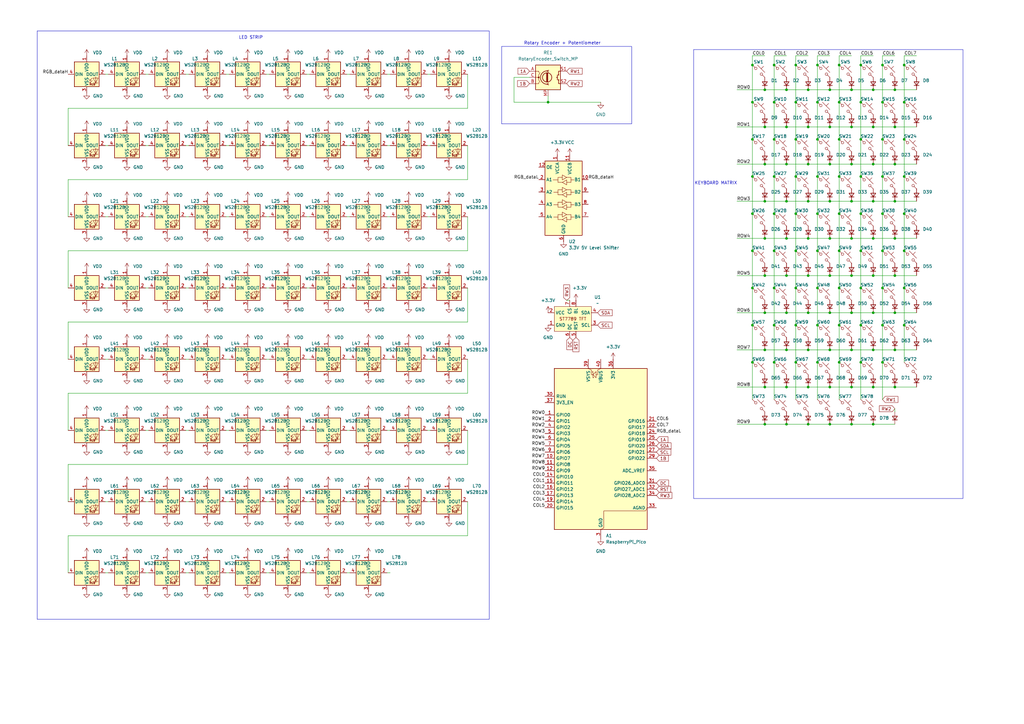
<source format=kicad_sch>
(kicad_sch (version 20250114) (generator "eeschema") (generator_version "9.0")
  (paper "A3")
  (lib_symbols
    (symbol "Device:D_Small" (pin_numbers (hide yes)) (pin_names (offset 0.254) (hide yes))
      (property "Reference" "D" (at -1.27 2.032 0))
      (property "Value" "D_Small" (at -3.81 -2.032 0))
      (symbol "D_Small_1_1"
        (pin passive line (at -2.54 0 0) (length 1.778) (name "K") (number "1"))
        (pin passive line (at 2.54 0 180) (length 1.778) (name "A") (number "2"))
      )
    )
    (symbol "Device:RotaryEncoder_Switch_MP" (pin_names (offset 0.254) (hide yes))
      (property "Reference" "SW" (at 0 8.89 0))
      (property "Value" "RotaryEncoder_Switch_MP" (at 0 6.35 0))
      (symbol "RotaryEncoder_Switch_MP_1_1"
        (pin passive line (at -7.62 2.54 0) (length 2.54) (name "A") (number "A"))
        (pin passive line (at -7.62 0 0) (length 2.54) (name "C") (number "C"))
        (pin passive line (at -7.62 -2.54 0) (length 2.54) (name "B") (number "B"))
        (pin passive line (at 0 -7.62 90) (length 2.54) (name "MP") (number "MP"))
        (pin passive line (at 7.62 2.54 180) (length 2.54) (name "S1") (number "S1"))
        (pin passive line (at 7.62 -2.54 180) (length 2.54) (name "S2") (number "S2"))
      )
    )
    (symbol "LED:WS2812B" (pin_names (offset 0.254))
      (property "Reference" "D" (at 5.08 5.715 0))
      (property "Value" "WS2812B" (at 1.27 -5.715 0))
      (symbol "WS2812B_0_0"
        (text "RGB" (at 2.286 -4.191 0) (effects (font (size 0.762 0.762))))
      )
      (symbol "WS2812B_1_1"
        (pin input line (at -7.62 0 0) (length 2.54) (name "DIN") (number "4"))
        (pin power_in line (at 0 7.62 270) (length 2.54) (name "VDD") (number "1"))
        (pin power_in line (at 0 -7.62 90) (length 2.54) (name "VSS") (number "3"))
        (pin output line (at 7.62 0 180) (length 2.54) (name "DOUT") (number "2"))
      )
    )
    (symbol "Logic_LevelTranslator:TXB0104RUT"
      (property "Reference" "U" (at -6.35 16.51 0))
      (property "Value" "TXB0104RUT" (at 3.81 16.51 0))
      (symbol "TXB0104RUT_1_1"
        (pin input line (at -10.16 12.7 0) (length 2.54) (name "OE") (number "12"))
        (pin tri_state line (at -10.16 7.62 0) (length 2.54) (name "A1") (number "2"))
        (pin tri_state line (at -10.16 2.54 0) (length 2.54) (name "A2") (number "3"))
        (pin tri_state line (at -10.16 -2.54 0) (length 2.54) (name "A3") (number "4"))
        (pin tri_state line (at -10.16 -7.62 0) (length 2.54) (name "A4") (number "5"))
        (pin power_in line (at -2.54 17.78 270) (length 2.54) (name "VCCA") (number "1"))
        (pin power_in line (at 0 -17.78 90) (length 2.54) (name "GND") (number "6"))
        (pin power_in line (at 2.54 17.78 270) (length 2.54) (name "VCCB") (number "11"))
        (pin tri_state line (at 10.16 7.62 180) (length 2.54) (name "B1") (number "10"))
        (pin tri_state line (at 10.16 2.54 180) (length 2.54) (name "B2") (number "9"))
        (pin tri_state line (at 10.16 -2.54 180) (length 2.54) (name "B3") (number "8"))
        (pin tri_state line (at 10.16 -7.62 180) (length 2.54) (name "B4") (number "7"))
      )
    )
    (symbol "MCU_Module:RaspberryPi_Pico" (pin_names (offset 0.762))
      (property "Reference" "A" (at -19.05 35.56 0))
      (property "Value" "RaspberryPi_Pico" (at 7.62 35.56 0))
      (symbol "RaspberryPi_Pico_1_1"
        (pin passive line (at -22.86 22.86 0) (length 3.81) (name "RUN") (number "30"))
        (pin passive line (at -22.86 20.32 0) (length 3.81) (name "3V3_EN") (number "37"))
        (pin bidirectional line (at -22.86 15.24 0) (length 3.81) (name "GPIO0") (number "1"))
        (pin bidirectional line (at -22.86 12.7 0) (length 3.81) (name "GPIO1") (number "2"))
        (pin bidirectional line (at -22.86 10.16 0) (length 3.81) (name "GPIO2") (number "4"))
        (pin bidirectional line (at -22.86 7.62 0) (length 3.81) (name "GPIO3") (number "5"))
        (pin bidirectional line (at -22.86 5.08 0) (length 3.81) (name "GPIO4") (number "6"))
        (pin bidirectional line (at -22.86 2.54 0) (length 3.81) (name "GPIO5") (number "7"))
        (pin bidirectional line (at -22.86 0 0) (length 3.81) (name "GPIO6") (number "9"))
        (pin bidirectional line (at -22.86 -2.54 0) (length 3.81) (name "GPIO7") (number "10"))
        (pin bidirectional line (at -22.86 -5.08 0) (length 3.81) (name "GPIO8") (number "11"))
        (pin bidirectional line (at -22.86 -7.62 0) (length 3.81) (name "GPIO9") (number "12"))
        (pin bidirectional line (at -22.86 -10.16 0) (length 3.81) (name "GPIO10") (number "14"))
        (pin bidirectional line (at -22.86 -12.7 0) (length 3.81) (name "GPIO11") (number "15"))
        (pin bidirectional line (at -22.86 -15.24 0) (length 3.81) (name "GPIO12") (number "16"))
        (pin bidirectional line (at -22.86 -17.78 0) (length 3.81) (name "GPIO13") (number "17"))
        (pin bidirectional line (at -22.86 -20.32 0) (length 3.81) (name "GPIO14") (number "19"))
        (pin bidirectional line (at -22.86 -22.86 0) (length 3.81) (name "GPIO15") (number "20"))
        (pin power_in line (at -5.08 38.1 270) (length 3.81) (name "VSYS") (number "39"))
        (pin power_out line (at 0 38.1 270) (length 3.81) (name "VBUS") (number "40"))
        (pin passive line (at 0 -35.56 90) (length 3.81) (hide yes) (name "GND") (number "13"))
        (pin passive line (at 0 -35.56 90) (length 3.81) (hide yes) (name "GND") (number "18"))
        (pin passive line (at 0 -35.56 90) (length 3.81) (hide yes) (name "GND") (number "23"))
        (pin passive line (at 0 -35.56 90) (length 3.81) (hide yes) (name "GND") (number "28"))
        (pin power_out line (at 0 -35.56 90) (length 3.81) (name "GND") (number "3"))
        (pin passive line (at 0 -35.56 90) (length 3.81) (hide yes) (name "GND") (number "38"))
        (pin passive line (at 0 -35.56 90) (length 3.81) (hide yes) (name "GND") (number "8"))
        (pin power_out line (at 5.08 38.1 270) (length 3.81) (name "3V3") (number "36"))
        (pin bidirectional line (at 22.86 12.7 180) (length 3.81) (name "GPIO16") (number "21"))
        (pin bidirectional line (at 22.86 10.16 180) (length 3.81) (name "GPIO17") (number "22"))
        (pin bidirectional line (at 22.86 7.62 180) (length 3.81) (name "GPIO18") (number "24"))
        (pin bidirectional line (at 22.86 5.08 180) (length 3.81) (name "GPIO19") (number "25"))
        (pin bidirectional line (at 22.86 2.54 180) (length 3.81) (name "GPIO20") (number "26"))
        (pin bidirectional line (at 22.86 0 180) (length 3.81) (name "GPIO21") (number "27"))
        (pin bidirectional line (at 22.86 -2.54 180) (length 3.81) (name "GPIO22") (number "29"))
        (pin power_in line (at 22.86 -7.62 180) (length 3.81) (name "ADC_VREF") (number "35"))
        (pin bidirectional line (at 22.86 -12.7 180) (length 3.81) (name "GPIO26_ADC0") (number "31"))
        (pin bidirectional line (at 22.86 -15.24 180) (length 3.81) (name "GPIO27_ADC1") (number "32"))
        (pin bidirectional line (at 22.86 -17.78 180) (length 3.81) (name "GPIO28_ADC2") (number "34"))
        (pin power_out line (at 22.86 -22.86 180) (length 3.81) (name "AGND") (number "33"))
      )
    )
    (symbol "Switch:SW_Push_45deg" (pin_numbers (hide yes)) (pin_names (offset 1.016) (hide yes))
      (property "Reference" "SW" (at 3.048 1.016 0))
      (property "Value" "SW_Push_45deg" (at 0 -3.81 0))
      (symbol "SW_Push_45deg_0_1"
        (pin passive line (at -2.54 2.54 0) (length 0) (name "1") (number "1"))
        (pin passive line (at 2.54 -2.54 180) (length 0) (name "2") (number "2"))
      )
    )
    (symbol "custom_symbol:TFT LCD DISPLAY ST7789"
      (property "Reference" "U" (at 0 13.97 0))
      (symbol "TFT LCD DISPLAY ST7789_1_1"
        (text "ST7789 TFT" (at 0 0 0) (effects (font (size 1.27 1.27))))
        (pin power_in line (at -10.16 2.54 0) (length 2.54) (name "VCC") (number "2"))
        (pin power_in line (at -10.16 -2.54 0) (length 2.54) (name "GND") (number "1"))
        (pin input line (at -1.27 7.62 270) (length 2.54) (name "CS") (number "7"))
        (pin input line (at -1.27 -7.62 90) (length 2.54) (name "DC") (number "6"))
        (pin input line (at 1.27 7.62 270) (length 2.54) (name "BL") (number "8"))
        (pin input line (at 1.27 -7.62 90) (length 2.54) (name "RST") (number "5"))
        (pin input line (at 10.16 2.54 180) (length 2.54) (name "SDA") (number "4"))
        (pin input line (at 10.16 -2.54 180) (length 2.54) (name "SCL") (number "3"))
      )
    )
    (symbol "power:+3.3V" (power) (pin_numbers (hide yes)) (pin_names (offset 0) (hide yes))
      (property "Value" "+3.3V" (at 0 3.556 0))
      (symbol "+3.3V_1_1"
        (pin power_in line (at 0 0 90) (length 0) (name "~") (number "1"))
      )
    )
    (symbol "power:GND" (power) (pin_numbers (hide yes)) (pin_names (offset 0) (hide yes))
      (property "Value" "GND" (at 0 -3.81 0))
      (symbol "GND_1_1"
        (pin power_in line (at 0 0 270) (length 0) (name "~") (number "1"))
      )
    )
    (symbol "power:VCC" (power) (pin_numbers (hide yes)) (pin_names (offset 0) (hide yes))
      (property "Value" "VCC" (at 0 3.556 0))
      (symbol "VCC_1_1"
        (pin power_in line (at 0 0 90) (length 0) (name "~") (number "1"))
      )
    )
    (symbol "power:VDD" (power) (pin_numbers (hide yes)) (pin_names (offset 0) (hide yes))
      (property "Value" "VDD" (at 0 3.556 0))
      (symbol "VDD_1_1"
        (pin power_in line (at 0 0 90) (length 0) (name "~") (number "1"))
      )
    )
  )
  (rectangle (start 15.24 12.7) (end 200.66 254))
  (rectangle (start 284.48 20.32) (end 394.97 204.47))
  (rectangle (start 205.74 19.05) (end 259.08 50.8))
  (text "LED STRIP" (at 102.87 15.494 0) (effects (font (size 1.27 1.27))))
  (text "Rotary Encoder + Potentiometer" (at 230.632 17.78 0) (effects (font (size 1.27 1.27))))
  (text "KEYBOARD MATRIX" (at 293.624 75.184 0) (effects (font (size 1.27 1.27))))
  (junction (at 313.69 173.99))
  (junction (at 308.61 118.11))
  (junction (at 361.95 57.15))
  (junction (at 361.95 26.67))
  (junction (at 370.84 72.39))
  (junction (at 353.06 118.11))
  (junction (at 335.28 41.91))
  (junction (at 340.36 158.75))
  (junction (at 358.14 67.31))
  (junction (at 340.36 173.99))
  (junction (at 317.5 148.59))
  (junction (at 331.47 52.07))
  (junction (at 308.61 133.35))
  (junction (at 313.69 143.51))
  (junction (at 353.06 102.87))
  (junction (at 313.69 36.83))
  (junction (at 340.36 52.07))
  (junction (at 331.47 173.99))
  (junction (at 322.58 128.27))
  (junction (at 358.14 52.07))
  (junction (at 370.84 26.67))
  (junction (at 370.84 118.11))
  (junction (at 367.03 67.31))
  (junction (at 322.58 97.79))
  (junction (at 361.95 118.11))
  (junction (at 308.61 72.39))
  (junction (at 349.25 128.27))
  (junction (at 322.58 52.07))
  (junction (at 361.95 87.63))
  (junction (at 367.03 97.79))
  (junction (at 313.69 128.27))
  (junction (at 340.36 97.79))
  (junction (at 340.36 67.31))
  (junction (at 313.69 52.07))
  (junction (at 322.58 158.75))
  (junction (at 313.69 113.03))
  (junction (at 370.84 133.35))
  (junction (at 308.61 87.63))
  (junction (at 326.39 72.39))
  (junction (at 349.25 113.03))
  (junction (at 349.25 67.31))
  (junction (at 326.39 41.91))
  (junction (at 313.69 97.79))
  (junction (at 361.95 102.87))
  (junction (at 340.36 82.55))
  (junction (at 331.47 82.55))
  (junction (at 358.14 128.27))
  (junction (at 308.61 57.15))
  (junction (at 344.17 26.67))
  (junction (at 313.69 158.75))
  (junction (at 340.36 128.27))
  (junction (at 344.17 41.91))
  (junction (at 331.47 113.03))
  (junction (at 335.28 57.15))
  (junction (at 367.03 52.07))
  (junction (at 367.03 143.51))
  (junction (at 317.5 26.67))
  (junction (at 361.95 133.35))
  (junction (at 317.5 133.35))
  (junction (at 340.36 36.83))
  (junction (at 308.61 26.67))
  (junction (at 353.06 133.35))
  (junction (at 349.25 143.51))
  (junction (at 353.06 72.39))
  (junction (at 317.5 118.11))
  (junction (at 353.06 148.59))
  (junction (at 322.58 113.03))
  (junction (at 361.95 41.91))
  (junction (at 370.84 102.87))
  (junction (at 353.06 26.67))
  (junction (at 358.14 36.83))
  (junction (at 370.84 41.91))
  (junction (at 313.69 82.55))
  (junction (at 344.17 118.11))
  (junction (at 317.5 72.39))
  (junction (at 308.61 102.87))
  (junction (at 335.28 26.67))
  (junction (at 367.03 128.27))
  (junction (at 308.61 41.91))
  (junction (at 361.95 148.59))
  (junction (at 367.03 82.55))
  (junction (at 344.17 148.59))
  (junction (at 331.47 158.75))
  (junction (at 358.14 173.99))
  (junction (at 317.5 41.91))
  (junction (at 317.5 57.15))
  (junction (at 313.69 67.31))
  (junction (at 358.14 97.79))
  (junction (at 326.39 118.11))
  (junction (at 326.39 87.63))
  (junction (at 353.06 57.15))
  (junction (at 344.17 57.15))
  (junction (at 344.17 72.39))
  (junction (at 322.58 67.31))
  (junction (at 322.58 173.99))
  (junction (at 331.47 143.51))
  (junction (at 344.17 133.35))
  (junction (at 335.28 102.87))
  (junction (at 349.25 52.07))
  (junction (at 326.39 57.15))
  (junction (at 322.58 36.83))
  (junction (at 361.95 72.39))
  (junction (at 335.28 148.59))
  (junction (at 358.14 158.75))
  (junction (at 358.14 143.51))
  (junction (at 322.58 82.55))
  (junction (at 224.79 41.91))
  (junction (at 349.25 97.79))
  (junction (at 335.28 72.39))
  (junction (at 335.28 118.11))
  (junction (at 335.28 87.63))
  (junction (at 331.47 67.31))
  (junction (at 308.61 148.59))
  (junction (at 326.39 26.67))
  (junction (at 349.25 158.75))
  (junction (at 335.28 133.35))
  (junction (at 340.36 143.51))
  (junction (at 349.25 82.55))
  (junction (at 367.03 113.03))
  (junction (at 326.39 148.59))
  (junction (at 326.39 102.87))
  (junction (at 370.84 87.63))
  (junction (at 326.39 133.35))
  (junction (at 349.25 36.83))
  (junction (at 340.36 113.03))
  (junction (at 367.03 158.75))
  (junction (at 358.14 113.03))
  (junction (at 317.5 87.63))
  (junction (at 344.17 102.87))
  (junction (at 358.14 82.55))
  (junction (at 331.47 97.79))
  (junction (at 344.17 87.63))
  (junction (at 370.84 57.15))
  (junction (at 331.47 128.27))
  (junction (at 353.06 87.63))
  (junction (at 331.47 36.83))
  (junction (at 353.06 41.91))
  (junction (at 322.58 143.51))
  (junction (at 349.25 173.99))
  (junction (at 317.5 102.87))
  (junction (at 367.03 36.83))
  (wire (pts (xy 370.84 41.91) (xy 370.84 57.15)))
  (wire (pts (xy 326.39 22.86) (xy 331.47 22.86)))
  (wire (pts (xy 353.06 57.15) (xy 353.06 72.39)))
  (wire (pts (xy 358.14 158.75) (xy 367.03 158.75)))
  (wire (pts (xy 361.95 133.35) (xy 361.95 148.59)))
  (wire (pts (xy 313.69 97.79) (xy 322.58 97.79)))
  (wire (pts (xy 302.26 143.51) (xy 313.69 143.51)))
  (wire (pts (xy 353.06 22.86) (xy 358.14 22.86)))
  (wire (pts (xy 358.14 113.03) (xy 367.03 113.03)))
  (wire (pts (xy 331.47 36.83) (xy 340.36 36.83)))
  (wire (pts (xy 331.47 143.51) (xy 340.36 143.51)))
  (wire (pts (xy 367.03 128.27) (xy 375.92 128.27)))
  (wire (pts (xy 344.17 72.39) (xy 344.17 87.63)))
  (wire (pts (xy 224.79 41.91) (xy 246.38 41.91)))
  (wire (pts (xy 92.71 176.53) (xy 93.98 176.53)))
  (wire (pts (xy 125.73 147.32) (xy 127 147.32)))
  (wire (pts (xy 92.71 205.74) (xy 93.98 205.74)))
  (wire (pts (xy 335.28 72.39) (xy 335.28 87.63)))
  (wire (pts (xy 44.45 118.11) (xy 43.18 118.11)))
  (wire (pts (xy 158.75 176.53) (xy 160.02 176.53)))
  (wire (pts (xy 322.58 97.79) (xy 331.47 97.79)))
  (wire (pts (xy 349.25 128.27) (xy 358.14 128.27)))
  (wire (pts (xy 77.47 118.11) (xy 76.2 118.11)))
  (wire (pts (xy 191.77 219.71) (xy 191.77 205.74)))
  (wire (pts (xy 353.06 148.59) (xy 353.06 163.83)))
  (wire (pts (xy 322.58 67.31) (xy 331.47 67.31)))
  (wire (pts (xy 142.24 118.11) (xy 143.51 118.11)))
  (wire (pts (xy 109.22 176.53) (xy 110.49 176.53)))
  (wire (pts (xy 326.39 102.87) (xy 326.39 118.11)))
  (wire (pts (xy 27.94 132.08) (xy 191.77 132.08)))
  (wire (pts (xy 302.26 97.79) (xy 313.69 97.79)))
  (wire (pts (xy 27.94 190.5) (xy 191.77 190.5)))
  (wire (pts (xy 349.25 113.03) (xy 358.14 113.03)))
  (wire (pts (xy 340.36 113.03) (xy 349.25 113.03)))
  (wire (pts (xy 44.45 176.53) (xy 43.18 176.53)))
  (wire (pts (xy 344.17 102.87) (xy 344.17 118.11)))
  (wire (pts (xy 335.28 22.86) (xy 335.28 26.67)))
  (wire (pts (xy 44.45 30.48) (xy 43.18 30.48)))
  (wire (pts (xy 59.69 234.95) (xy 60.96 234.95)))
  (wire (pts (xy 322.58 82.55) (xy 331.47 82.55)))
  (wire (pts (xy 335.28 148.59) (xy 335.28 163.83)))
  (wire (pts (xy 326.39 133.35) (xy 326.39 148.59)))
  (wire (pts (xy 370.84 26.67) (xy 370.84 41.91)))
  (wire (pts (xy 44.45 88.9) (xy 43.18 88.9)))
  (wire (pts (xy 344.17 41.91) (xy 344.17 57.15)))
  (wire (pts (xy 322.58 158.75) (xy 331.47 158.75)))
  (wire (pts (xy 367.03 82.55) (xy 375.92 82.55)))
  (wire (pts (xy 361.95 87.63) (xy 361.95 102.87)))
  (wire (pts (xy 142.24 59.69) (xy 143.51 59.69)))
  (wire (pts (xy 210.82 31.75) (xy 210.82 41.91)))
  (wire (pts (xy 367.03 167.64) (xy 367.03 168.91)))
  (wire (pts (xy 125.73 234.95) (xy 127 234.95)))
  (wire (pts (xy 344.17 87.63) (xy 344.17 102.87)))
  (wire (pts (xy 340.36 143.51) (xy 349.25 143.51)))
  (wire (pts (xy 358.14 173.99) (xy 367.03 173.99)))
  (wire (pts (xy 125.73 88.9) (xy 127 88.9)))
  (wire (pts (xy 335.28 118.11) (xy 335.28 133.35)))
  (wire (pts (xy 92.71 88.9) (xy 93.98 88.9)))
  (wire (pts (xy 344.17 57.15) (xy 344.17 72.39)))
  (wire (pts (xy 344.17 118.11) (xy 344.17 133.35)))
  (wire (pts (xy 308.61 22.86) (xy 313.69 22.86)))
  (wire (pts (xy 59.69 176.53) (xy 60.96 176.53)))
  (wire (pts (xy 313.69 36.83) (xy 322.58 36.83)))
  (wire (pts (xy 358.14 67.31) (xy 367.03 67.31)))
  (wire (pts (xy 109.22 88.9) (xy 110.49 88.9)))
  (wire (pts (xy 158.75 59.69) (xy 160.02 59.69)))
  (wire (pts (xy 370.84 87.63) (xy 370.84 102.87)))
  (wire (pts (xy 361.95 22.86) (xy 367.03 22.86)))
  (wire (pts (xy 335.28 102.87) (xy 335.28 118.11)))
  (wire (pts (xy 340.36 36.83) (xy 349.25 36.83)))
  (wire (pts (xy 59.69 59.69) (xy 60.96 59.69)))
  (wire (pts (xy 77.47 147.32) (xy 76.2 147.32)))
  (wire (pts (xy 326.39 26.67) (xy 326.39 41.91)))
  (wire (pts (xy 217.17 31.75) (xy 210.82 31.75)))
  (wire (pts (xy 59.69 205.74) (xy 60.96 205.74)))
  (wire (pts (xy 349.25 158.75) (xy 358.14 158.75)))
  (wire (pts (xy 109.22 234.95) (xy 110.49 234.95)))
  (wire (pts (xy 331.47 82.55) (xy 340.36 82.55)))
  (wire (pts (xy 367.03 36.83) (xy 375.92 36.83)))
  (wire (pts (xy 27.94 219.71) (xy 191.77 219.71)))
  (wire (pts (xy 44.45 205.74) (xy 43.18 205.74)))
  (wire (pts (xy 302.26 158.75) (xy 313.69 158.75)))
  (wire (pts (xy 142.24 234.95) (xy 143.51 234.95)))
  (wire (pts (xy 335.28 57.15) (xy 335.28 72.39)))
  (wire (pts (xy 331.47 128.27) (xy 340.36 128.27)))
  (wire (pts (xy 349.25 67.31) (xy 358.14 67.31)))
  (wire (pts (xy 344.17 22.86) (xy 349.25 22.86)))
  (wire (pts (xy 317.5 102.87) (xy 317.5 118.11)))
  (wire (pts (xy 92.71 147.32) (xy 93.98 147.32)))
  (wire (pts (xy 335.28 133.35) (xy 335.28 148.59)))
  (wire (pts (xy 344.17 22.86) (xy 344.17 26.67)))
  (wire (pts (xy 353.06 72.39) (xy 353.06 87.63)))
  (wire (pts (xy 326.39 57.15) (xy 326.39 72.39)))
  (wire (pts (xy 361.95 72.39) (xy 361.95 87.63)))
  (wire (pts (xy 326.39 87.63) (xy 326.39 102.87)))
  (wire (pts (xy 353.06 118.11) (xy 353.06 133.35)))
  (wire (pts (xy 335.28 26.67) (xy 335.28 41.91)))
  (wire (pts (xy 158.75 88.9) (xy 160.02 88.9)))
  (wire (pts (xy 308.61 133.35) (xy 308.61 148.59)))
  (wire (pts (xy 109.22 118.11) (xy 110.49 118.11)))
  (wire (pts (xy 313.69 128.27) (xy 322.58 128.27)))
  (wire (pts (xy 317.5 133.35) (xy 317.5 148.59)))
  (wire (pts (xy 27.94 102.87) (xy 191.77 102.87)))
  (wire (pts (xy 27.94 73.66) (xy 191.77 73.66)))
  (wire (pts (xy 358.14 52.07) (xy 367.03 52.07)))
  (wire (pts (xy 191.77 190.5) (xy 191.77 176.53)))
  (wire (pts (xy 370.84 133.35) (xy 370.84 148.59)))
  (wire (pts (xy 326.39 118.11) (xy 326.39 133.35)))
  (wire (pts (xy 175.26 176.53) (xy 176.53 176.53)))
  (wire (pts (xy 331.47 113.03) (xy 340.36 113.03)))
  (wire (pts (xy 77.47 234.95) (xy 76.2 234.95)))
  (wire (pts (xy 370.84 57.15) (xy 370.84 72.39)))
  (wire (pts (xy 317.5 41.91) (xy 317.5 57.15)))
  (wire (pts (xy 370.84 118.11) (xy 370.84 133.35)))
  (wire (pts (xy 175.26 30.48) (xy 176.53 30.48)))
  (wire (pts (xy 125.73 118.11) (xy 127 118.11)))
  (wire (pts (xy 322.58 128.27) (xy 331.47 128.27)))
  (wire (pts (xy 142.24 88.9) (xy 143.51 88.9)))
  (wire (pts (xy 302.26 52.07) (xy 313.69 52.07)))
  (wire (pts (xy 349.25 97.79) (xy 358.14 97.79)))
  (wire (pts (xy 191.77 132.08) (xy 191.77 118.11)))
  (wire (pts (xy 331.47 97.79) (xy 340.36 97.79)))
  (wire (pts (xy 158.75 205.74) (xy 160.02 205.74)))
  (wire (pts (xy 77.47 176.53) (xy 76.2 176.53)))
  (wire (pts (xy 175.26 59.69) (xy 176.53 59.69)))
  (wire (pts (xy 313.69 113.03) (xy 322.58 113.03)))
  (wire (pts (xy 44.45 234.95) (xy 43.18 234.95)))
  (wire (pts (xy 335.28 87.63) (xy 335.28 102.87)))
  (wire (pts (xy 358.14 143.51) (xy 367.03 143.51)))
  (wire (pts (xy 361.95 118.11) (xy 361.95 133.35)))
  (wire (pts (xy 191.77 161.29) (xy 191.77 147.32)))
  (wire (pts (xy 125.73 30.48) (xy 127 30.48)))
  (wire (pts (xy 361.95 102.87) (xy 361.95 118.11)))
  (wire (pts (xy 302.26 82.55) (xy 313.69 82.55)))
  (wire (pts (xy 322.58 113.03) (xy 331.47 113.03)))
  (wire (pts (xy 367.03 158.75) (xy 375.92 158.75)))
  (wire (pts (xy 344.17 133.35) (xy 344.17 148.59)))
  (wire (pts (xy 313.69 52.07) (xy 322.58 52.07)))
  (wire (pts (xy 317.5 148.59) (xy 317.5 163.83)))
  (wire (pts (xy 370.84 72.39) (xy 370.84 87.63)))
  (wire (pts (xy 27.94 234.95) (xy 27.94 219.71)))
  (wire (pts (xy 308.61 72.39) (xy 308.61 87.63)))
  (wire (pts (xy 27.94 176.53) (xy 27.94 161.29)))
  (wire (pts (xy 370.84 22.86) (xy 375.92 22.86)))
  (wire (pts (xy 340.36 82.55) (xy 349.25 82.55)))
  (wire (pts (xy 335.28 22.86) (xy 340.36 22.86)))
  (wire (pts (xy 158.75 147.32) (xy 160.02 147.32)))
  (wire (pts (xy 109.22 30.48) (xy 110.49 30.48)))
  (wire (pts (xy 27.94 44.45) (xy 191.77 44.45)))
  (wire (pts (xy 302.26 113.03) (xy 313.69 113.03)))
  (wire (pts (xy 349.25 143.51) (xy 358.14 143.51)))
  (wire (pts (xy 109.22 59.69) (xy 110.49 59.69)))
  (wire (pts (xy 308.61 22.86) (xy 308.61 26.67)))
  (wire (pts (xy 361.95 26.67) (xy 361.95 41.91)))
  (wire (pts (xy 142.24 147.32) (xy 143.51 147.32)))
  (wire (pts (xy 335.28 41.91) (xy 335.28 57.15)))
  (wire (pts (xy 361.95 57.15) (xy 361.95 72.39)))
  (wire (pts (xy 370.84 102.87) (xy 370.84 118.11)))
  (wire (pts (xy 175.26 147.32) (xy 176.53 147.32)))
  (wire (pts (xy 158.75 30.48) (xy 160.02 30.48)))
  (wire (pts (xy 224.79 39.37) (xy 224.79 41.91)))
  (wire (pts (xy 191.77 44.45) (xy 191.77 30.48)))
  (wire (pts (xy 313.69 173.99) (xy 322.58 173.99)))
  (wire (pts (xy 326.39 72.39) (xy 326.39 87.63)))
  (wire (pts (xy 27.94 59.69) (xy 27.94 44.45)))
  (wire (pts (xy 340.36 158.75) (xy 349.25 158.75)))
  (wire (pts (xy 27.94 88.9) (xy 27.94 73.66)))
  (wire (pts (xy 353.06 133.35) (xy 353.06 148.59)))
  (wire (pts (xy 326.39 22.86) (xy 326.39 26.67)))
  (wire (pts (xy 158.75 234.95) (xy 160.02 234.95)))
  (wire (pts (xy 109.22 205.74) (xy 110.49 205.74)))
  (wire (pts (xy 326.39 148.59) (xy 326.39 163.83)))
  (wire (pts (xy 331.47 173.99) (xy 340.36 173.99)))
  (wire (pts (xy 125.73 205.74) (xy 127 205.74)))
  (wire (pts (xy 353.06 26.67) (xy 353.06 41.91)))
  (wire (pts (xy 125.73 59.69) (xy 127 59.69)))
  (wire (pts (xy 322.58 36.83) (xy 331.47 36.83)))
  (wire (pts (xy 367.03 113.03) (xy 375.92 113.03)))
  (wire (pts (xy 313.69 67.31) (xy 322.58 67.31)))
  (wire (pts (xy 317.5 87.63) (xy 317.5 102.87)))
  (wire (pts (xy 358.14 97.79) (xy 367.03 97.79)))
  (wire (pts (xy 92.71 118.11) (xy 93.98 118.11)))
  (wire (pts (xy 125.73 176.53) (xy 127 176.53)))
  (wire (pts (xy 142.24 30.48) (xy 143.51 30.48)))
  (wire (pts (xy 340.36 67.31) (xy 349.25 67.31)))
  (wire (pts (xy 308.61 148.59) (xy 308.61 163.83)))
  (wire (pts (xy 27.94 161.29) (xy 191.77 161.29)))
  (wire (pts (xy 331.47 67.31) (xy 340.36 67.31)))
  (wire (pts (xy 308.61 102.87) (xy 308.61 118.11)))
  (wire (pts (xy 77.47 88.9) (xy 76.2 88.9)))
  (wire (pts (xy 340.36 97.79) (xy 349.25 97.79)))
  (wire (pts (xy 322.58 143.51) (xy 331.47 143.51)))
  (wire (pts (xy 353.06 22.86) (xy 353.06 26.67)))
  (wire (pts (xy 191.77 102.87) (xy 191.77 88.9)))
  (wire (pts (xy 142.24 205.74) (xy 143.51 205.74)))
  (wire (pts (xy 358.14 36.83) (xy 367.03 36.83)))
  (wire (pts (xy 308.61 118.11) (xy 308.61 133.35)))
  (wire (pts (xy 317.5 26.67) (xy 317.5 41.91)))
  (wire (pts (xy 59.69 147.32) (xy 60.96 147.32)))
  (wire (pts (xy 232.41 123.19) (xy 233.68 123.19)))
  (wire (pts (xy 92.71 59.69) (xy 93.98 59.69)))
  (wire (pts (xy 317.5 57.15) (xy 317.5 72.39)))
  (wire (pts (xy 175.26 88.9) (xy 176.53 88.9)))
  (wire (pts (xy 367.03 67.31) (xy 375.92 67.31)))
  (wire (pts (xy 358.14 82.55) (xy 367.03 82.55)))
  (wire (pts (xy 353.06 87.63) (xy 353.06 102.87)))
  (wire (pts (xy 308.61 26.67) (xy 308.61 41.91)))
  (wire (pts (xy 27.94 205.74) (xy 27.94 190.5)))
  (wire (pts (xy 317.5 22.86) (xy 322.58 22.86)))
  (wire (pts (xy 313.69 158.75) (xy 322.58 158.75)))
  (wire (pts (xy 158.75 118.11) (xy 160.02 118.11)))
  (wire (pts (xy 322.58 173.99) (xy 331.47 173.99)))
  (wire (pts (xy 358.14 128.27) (xy 367.03 128.27)))
  (wire (pts (xy 313.69 143.51) (xy 322.58 143.51)))
  (wire (pts (xy 344.17 26.67) (xy 344.17 41.91)))
  (wire (pts (xy 353.06 102.87) (xy 353.06 118.11)))
  (wire (pts (xy 331.47 158.75) (xy 340.36 158.75)))
  (wire (pts (xy 191.77 73.66) (xy 191.77 59.69)))
  (wire (pts (xy 109.22 147.32) (xy 110.49 147.32)))
  (wire (pts (xy 77.47 30.48) (xy 76.2 30.48)))
  (wire (pts (xy 361.95 22.86) (xy 361.95 26.67)))
  (wire (pts (xy 317.5 72.39) (xy 317.5 87.63)))
  (wire (pts (xy 77.47 205.74) (xy 76.2 205.74)))
  (wire (pts (xy 59.69 118.11) (xy 60.96 118.11)))
  (wire (pts (xy 349.25 82.55) (xy 358.14 82.55)))
  (wire (pts (xy 331.47 52.07) (xy 340.36 52.07)))
  (wire (pts (xy 27.94 118.11) (xy 27.94 102.87)))
  (wire (pts (xy 344.17 148.59) (xy 344.17 163.83)))
  (wire (pts (xy 370.84 22.86) (xy 370.84 26.67)))
  (wire (pts (xy 92.71 30.48) (xy 93.98 30.48)))
  (wire (pts (xy 340.36 173.99) (xy 349.25 173.99)))
  (wire (pts (xy 361.95 148.59) (xy 361.95 163.83)))
  (wire (pts (xy 210.82 41.91) (xy 224.79 41.91)))
  (wire (pts (xy 313.69 82.55) (xy 322.58 82.55)))
  (wire (pts (xy 59.69 88.9) (xy 60.96 88.9)))
  (wire (pts (xy 302.26 173.99) (xy 313.69 173.99)))
  (wire (pts (xy 308.61 87.63) (xy 308.61 102.87)))
  (wire (pts (xy 175.26 118.11) (xy 176.53 118.11)))
  (wire (pts (xy 302.26 67.31) (xy 313.69 67.31)))
  (wire (pts (xy 340.36 128.27) (xy 349.25 128.27)))
  (wire (pts (xy 317.5 22.86) (xy 317.5 26.67)))
  (wire (pts (xy 27.94 147.32) (xy 27.94 132.08)))
  (wire (pts (xy 142.24 176.53) (xy 143.51 176.53)))
  (wire (pts (xy 92.71 234.95) (xy 93.98 234.95)))
  (wire (pts (xy 367.03 97.79) (xy 375.92 97.79)))
  (wire (pts (xy 340.36 52.07) (xy 349.25 52.07)))
  (wire (pts (xy 302.26 36.83) (xy 313.69 36.83)))
  (wire (pts (xy 349.25 36.83) (xy 358.14 36.83)))
  (wire (pts (xy 349.25 173.99) (xy 358.14 173.99)))
  (wire (pts (xy 322.58 52.07) (xy 331.47 52.07)))
  (wire (pts (xy 367.03 143.51) (xy 375.92 143.51)))
  (wire (pts (xy 353.06 41.91) (xy 353.06 57.15)))
  (wire (pts (xy 308.61 57.15) (xy 308.61 72.39)))
  (wire (pts (xy 317.5 118.11) (xy 317.5 133.35)))
  (wire (pts (xy 175.26 205.74) (xy 176.53 205.74)))
  (wire (pts (xy 349.25 52.07) (xy 358.14 52.07)))
  (wire (pts (xy 361.95 41.91) (xy 361.95 57.15)))
  (wire (pts (xy 302.26 128.27) (xy 313.69 128.27)))
  (wire (pts (xy 44.45 59.69) (xy 43.18 59.69)))
  (wire (pts (xy 326.39 41.91) (xy 326.39 57.15)))
  (wire (pts (xy 59.69 30.48) (xy 60.96 30.48)))
  (wire (pts (xy 77.47 59.69) (xy 76.2 59.69)))
  (wire (pts (xy 367.03 52.07) (xy 375.92 52.07)))
  (wire (pts (xy 44.45 147.32) (xy 43.18 147.32)))
  (wire (pts (xy 308.61 41.91) (xy 308.61 57.15)))
  (label "COL1" (at 322.58 22.86 180))
  (label "COL4" (at 223.52 205.74 180))
  (label "ROW5" (at 223.52 182.88 180))
  (label "COL2" (at 223.52 200.66 180))
  (label "ROW9" (at 302.26 173.99 0))
  (label "COL0" (at 313.69 22.86 180))
  (label "ROW1" (at 223.52 172.72 180))
  (label "ROW1" (at 302.26 52.07 0))
  (label "ROW7" (at 302.26 143.51 0))
  (label "ROW2" (at 302.26 67.31 0))
  (label "RGB_dataH" (at 241.3 73.66 0))
  (label "COL5" (at 223.52 208.28 180))
  (label "COL3" (at 340.36 22.86 180))
  (label "ROW6" (at 223.52 185.42 180))
  (label "COL3" (at 223.52 203.2 180))
  (label "COL5" (at 358.14 22.86 180))
  (label "ROW0" (at 223.52 170.18 180))
  (label "COL7" (at 375.92 22.86 180))
  (label "COL7" (at 269.24 175.26 0))
  (label "COL6" (at 367.03 22.86 180))
  (label "ROW4" (at 302.26 97.79 0))
  (label "COL0" (at 223.52 195.58 180))
  (label "ROW8" (at 223.52 190.5 180))
  (label "COL2" (at 331.47 22.86 180))
  (label "COL1" (at 223.52 198.12 180))
  (label "RGB_dataH" (at 27.94 30.48 180))
  (label "RGB_dataL" (at 269.24 177.8 0))
  (label "ROW3" (at 223.52 177.8 180))
  (label "ROW3" (at 302.26 82.55 0))
  (label "ROW0" (at 302.26 36.83 0))
  (label "ROW2" (at 223.52 175.26 180))
  (label "ROW9" (at 223.52 193.04 180))
  (label "ROW8" (at 302.26 158.75 0))
  (label "COL6" (at 269.24 172.72 0))
  (label "ROW5" (at 302.26 113.03 0))
  (label "RGB_dataL" (at 220.98 73.66 180))
  (label "ROW7" (at 223.52 187.96 180))
  (label "ROW6" (at 302.26 128.27 0))
  (label "ROW4" (at 223.52 180.34 180))
  (label "COL4" (at 349.25 22.86 180))
  (global_label "RW3" (shape input) (at 232.41 123.19 90) (property "Intersheetrefs" "${INTERSHEET_REFS}" (effects (hide yes))))
  (global_label "RW1" (shape input) (at 361.95 163.83 0) (property "Intersheetrefs" "${INTERSHEET_REFS}" (effects (hide yes))))
  (global_label "1A" (shape input) (at 217.17 29.21 180) (property "Intersheetrefs" "${INTERSHEET_REFS}" (effects (hide yes))))
  (global_label "1A" (shape input) (at 269.24 180.34 0) (property "Intersheetrefs" "${INTERSHEET_REFS}" (effects (hide yes))))
  (global_label "RST" (shape input) (at 269.24 200.66 0) (property "Intersheetrefs" "${INTERSHEET_REFS}" (effects (hide yes))))
  (global_label "DC" (shape input) (at 233.68 138.43 270) (property "Intersheetrefs" "${INTERSHEET_REFS}" (effects (hide yes))))
  (global_label "DC" (shape input) (at 269.24 198.12 0) (property "Intersheetrefs" "${INTERSHEET_REFS}" (effects (hide yes))))
  (global_label "SDA" (shape input) (at 269.24 182.88 0) (property "Intersheetrefs" "${INTERSHEET_REFS}" (effects (hide yes))))
  (global_label "SCL" (shape input) (at 245.11 133.35 0) (property "Intersheetrefs" "${INTERSHEET_REFS}" (effects (hide yes))))
  (global_label "1B" (shape input) (at 217.17 34.29 180) (property "Intersheetrefs" "${INTERSHEET_REFS}" (effects (hide yes))))
  (global_label "RW1" (shape input) (at 232.41 29.21 0) (property "Intersheetrefs" "${INTERSHEET_REFS}" (effects (hide yes))))
  (global_label "SCL" (shape input) (at 269.24 185.42 0) (property "Intersheetrefs" "${INTERSHEET_REFS}" (effects (hide yes))))
  (global_label "RST" (shape input) (at 236.22 138.43 270) (property "Intersheetrefs" "${INTERSHEET_REFS}" (effects (hide yes))))
  (global_label "1B" (shape input) (at 269.24 187.96 0) (property "Intersheetrefs" "${INTERSHEET_REFS}" (effects (hide yes))))
  (global_label "RW2" (shape input) (at 232.41 34.29 0) (property "Intersheetrefs" "${INTERSHEET_REFS}" (effects (hide yes))))
  (global_label "SDA" (shape input) (at 245.11 128.27 0) (property "Intersheetrefs" "${INTERSHEET_REFS}" (effects (hide yes))))
  (global_label "RW2" (shape input) (at 367.03 167.64 180) (property "Intersheetrefs" "${INTERSHEET_REFS}" (effects (hide yes))))
  (global_label "RW3" (shape input) (at 269.24 203.2 0) (property "Intersheetrefs" "${INTERSHEET_REFS}" (effects (hide yes))))
  (symbol (lib_id "Switch:SW_Push_45deg") (at 346.71 59.69 0) (unit 1)
    (property "Reference" "SW21" (at 346.71 55.88 0))
    (property "Value" "SW_Push_45deg" (effects (hide yes)))
    (property "Footprint" "PCM_marbastlib-xp-gateron_lp:SW_KS33_HS_KS-2P02B01-02_HS_1u" (effects (hide yes)))
    (property "Description" "Push button switch, normally open, two pins, 45° tilted" (effects (hide yes)))
  )
  (symbol (lib_id "power:GND") (at 101.6 125.73 0) (unit 1)
    (property "Reference" "#PWR062" (effects (hide yes)))
    (property "Value" "GND" (at 104.14 126.9999 0) (effects (justify left)))
    (property "Description" "Power symbol creates a global label with name \"GND\" , ground" (effects (hide yes)))
  )
  (symbol (lib_id "Switch:SW_Push_45deg") (at 337.82 105.41 0) (unit 1)
    (property "Reference" "SW47" (at 337.82 101.6 0))
    (property "Value" "SW_Push_45deg" (effects (hide yes)))
    (property "Footprint" "PCM_marbastlib-xp-gateron_lp:SW_KS33_HS_KS-2P02B01-02_HS_1u" (effects (hide yes)))
    (property "Description" "Push button switch, normally open, two pins, 45° tilted" (effects (hide yes)))
  )
  (symbol (lib_id "power:GND") (at 184.15 38.1 0) (unit 1)
    (property "Reference" "#PWR0166" (effects (hide yes)))
    (property "Value" "GND" (at 186.69 39.3699 0) (effects (justify left)))
    (property "Description" "Power symbol creates a global label with name \"GND\" , ground" (effects (hide yes)))
  )
  (symbol (lib_id "power:GND") (at 246.38 220.98 0) (unit 1)
    (property "Reference" "#PWR06" (effects (hide yes)))
    (property "Value" "GND" (at 246.38 226.06 0))
    (property "Description" "Power symbol creates a global label with name \"GND\" , ground" (effects (hide yes)))
  )
  (symbol (lib_id "power:VDD") (at 52.07 22.86 0) (unit 1)
    (property "Reference" "#PWR08" (effects (hide yes)))
    (property "Value" "VDD" (at 54.61 21.5899 0) (effects (justify left)))
    (property "Description" "Power symbol creates a global label with name \"VDD\"" (effects (hide yes)))
  )
  (symbol (lib_id "LED:WS2812B") (at 151.13 147.32 0) (unit 1)
    (property "Reference" "L48" (at 162.56 140.8998 0))
    (property "Value" "WS2812B" (at 162.56 143.4398 0))
    (property "Footprint" "PCM_marbastlib-various:SK6812 Mini-E Leds" (effects (hide yes)))
    (property "Datasheet" "https://cdn-shop.adafruit.com/datasheets/WS2812B.pdf" (effects (hide yes)))
    (property "Description" "RGB LED with integrated controller" (effects (hide yes)))
  )
  (symbol (lib_id "power:GND") (at 68.58 67.31 0) (unit 1)
    (property "Reference" "#PWR030" (effects (hide yes)))
    (property "Value" "GND" (at 71.12 68.5799 0) (effects (justify left)))
    (property "Description" "Power symbol creates a global label with name \"GND\" , ground" (effects (hide yes)))
  )
  (symbol (lib_id "power:+3.3V") (at 228.6 63.5 0) (unit 1)
    (property "Reference" "#PWR0151" (effects (hide yes)))
    (property "Value" "+3.3V" (at 228.6 58.42 0))
    (property "Description" "Power symbol creates a global label with name \"+3.3V\"" (effects (hide yes)))
  )
  (symbol (lib_id "power:GND") (at 85.09 213.36 0) (unit 1)
    (property "Reference" "#PWR0108" (effects (hide yes)))
    (property "Value" "GND" (at 87.63 214.6299 0) (effects (justify left)))
    (property "Description" "Power symbol creates a global label with name \"GND\" , ground" (effects (hide yes)))
  )
  (symbol (lib_id "Switch:SW_Push_45deg") (at 311.15 135.89 0) (unit 1)
    (property "Reference" "SW57" (at 311.15 132.08 0))
    (property "Value" "SW_Push_45deg" (effects (hide yes)))
    (property "Footprint" "PCM_marbastlib-xp-gateron_lp:SW_KS33_HS_KS-2P02B01-02_HS_1u" (effects (hide yes)))
    (property "Description" "Push button switch, normally open, two pins, 45° tilted" (effects (hide yes)))
  )
  (symbol (lib_id "Switch:SW_Push_45deg") (at 373.38 74.93 0) (unit 1)
    (property "Reference" "SW39" (at 373.38 71.12 0))
    (property "Value" "SW_Push_45deg" (effects (hide yes)))
    (property "Footprint" "PCM_marbastlib-xp-gateron_lp:SW_KS33_HS_KS-2P02B01-02_HS_1u" (effects (hide yes)))
    (property "Description" "Push button switch, normally open, two pins, 45° tilted" (effects (hide yes)))
  )
  (symbol (lib_id "Switch:SW_Push_45deg") (at 346.71 74.93 0) (unit 1)
    (property "Reference" "SW33" (at 346.71 71.12 0))
    (property "Value" "SW_Push_45deg" (effects (hide yes)))
    (property "Footprint" "PCM_marbastlib-xp-gateron_lp:SW_KS33_HS_KS-2P02B01-02_HS_1u" (effects (hide yes)))
    (property "Description" "Push button switch, normally open, two pins, 45° tilted" (effects (hide yes)))
  )
  (symbol (lib_id "power:VDD") (at 184.15 22.86 0) (unit 1)
    (property "Reference" "#PWR0158" (effects (hide yes)))
    (property "Value" "VDD" (at 186.69 21.5899 0) (effects (justify left)))
    (property "Description" "Power symbol creates a global label with name \"VDD\"" (effects (hide yes)))
  )
  (symbol (lib_id "Switch:SW_Push_45deg") (at 346.71 151.13 0) (unit 1)
    (property "Reference" "SW69" (at 346.71 147.32 0))
    (property "Value" "SW_Push_45deg" (effects (hide yes)))
    (property "Footprint" "PCM_marbastlib-xp-gateron_lp:SW_KS33_HS_KS-2P02B01-02_HS_1u" (effects (hide yes)))
    (property "Description" "Push button switch, normally open, two pins, 45° tilted" (effects (hide yes)))
  )
  (symbol (lib_id "Switch:SW_Push_45deg") (at 346.71 90.17 0) (unit 1)
    (property "Reference" "SW34" (at 346.71 86.36 0))
    (property "Value" "SW_Push_45deg" (effects (hide yes)))
    (property "Footprint" "PCM_marbastlib-xp-gateron_lp:SW_KS33_HS_KS-2P02B01-02_HS_1u" (effects (hide yes)))
    (property "Description" "Push button switch, normally open, two pins, 45° tilted" (effects (hide yes)))
  )
  (symbol (lib_id "Device:D_Small") (at 358.14 64.77 90) (unit 1)
    (property "Reference" "D22" (at 360.68 63.4999 90) (effects (justify right)))
    (property "Value" "D_Small" (effects (hide yes)))
    (property "Footprint" "Diode_SMD:D_SOD-123" (effects (hide yes)))
    (property "Description" "Diode, small symbol" (effects (hide yes)))
    (property "Sim.Device" "D" (effects (hide yes)))
    (property "Sim.Pins" "1=K 2=A" (effects (hide yes)))
  )
  (symbol (lib_id "power:VDD") (at 184.15 198.12 0) (unit 1)
    (property "Reference" "#PWR0164" (effects (hide yes)))
    (property "Value" "VDD" (at 186.69 196.8499 0) (effects (justify left)))
    (property "Description" "Power symbol creates a global label with name \"VDD\"" (effects (hide yes)))
  )
  (symbol (lib_id "Device:D_Small") (at 358.14 95.25 90) (unit 1)
    (property "Reference" "D36" (at 360.68 93.9799 90) (effects (justify right)))
    (property "Value" "D_Small" (effects (hide yes)))
    (property "Footprint" "Diode_SMD:D_SOD-123" (effects (hide yes)))
    (property "Description" "Diode, small symbol" (effects (hide yes)))
    (property "Sim.Device" "D" (effects (hide yes)))
    (property "Sim.Pins" "1=K 2=A" (effects (hide yes)))
  )
  (symbol (lib_id "power:GND") (at 184.15 125.73 0) (unit 1)
    (property "Reference" "#PWR0169" (effects (hide yes)))
    (property "Value" "GND" (at 186.69 126.9999 0) (effects (justify left)))
    (property "Description" "Power symbol creates a global label with name \"GND\" , ground" (effects (hide yes)))
  )
  (symbol (lib_id "power:VDD") (at 101.6 81.28 0) (unit 1)
    (property "Reference" "#PWR059" (effects (hide yes)))
    (property "Value" "VDD" (at 104.14 80.0099 0) (effects (justify left)))
    (property "Description" "Power symbol creates a global label with name \"VDD\"" (effects (hide yes)))
  )
  (symbol (lib_id "Switch:SW_Push_45deg") (at 373.38 120.65 0) (unit 1)
    (property "Reference" "SW56" (at 373.38 116.84 0))
    (property "Value" "SW_Push_45deg" (effects (hide yes)))
    (property "Footprint" "PCM_marbastlib-xp-gateron_lp:SW_KS33_HS_KS-2P02B01-02_HS_1u" (effects (hide yes)))
    (property "Description" "Push button switch, normally open, two pins, 45° tilted" (effects (hide yes)))
  )
  (symbol (lib_id "Device:D_Small") (at 367.03 64.77 90) (unit 1)
    (property "Reference" "D23" (at 369.57 63.4999 90) (effects (justify right)))
    (property "Value" "D_Small" (effects (hide yes)))
    (property "Footprint" "Diode_SMD:D_SOD-123" (effects (hide yes)))
    (property "Description" "Diode, small symbol" (effects (hide yes)))
    (property "Sim.Device" "D" (effects (hide yes)))
    (property "Sim.Pins" "1=K 2=A" (effects (hide yes)))
  )
  (symbol (lib_id "Device:D_Small") (at 340.36 49.53 90) (unit 1)
    (property "Reference" "D12" (at 342.9 48.2599 90) (effects (justify right)))
    (property "Value" "D_Small" (effects (hide yes)))
    (property "Footprint" "Diode_SMD:D_SOD-123" (effects (hide yes)))
    (property "Description" "Diode, small symbol" (effects (hide yes)))
    (property "Sim.Device" "D" (effects (hide yes)))
    (property "Sim.Pins" "1=K 2=A" (effects (hide yes)))
  )
  (symbol (lib_id "Switch:SW_Push_45deg") (at 328.93 120.65 0) (unit 1)
    (property "Reference" "SW46" (at 328.93 116.84 0))
    (property "Value" "SW_Push_45deg" (effects (hide yes)))
    (property "Footprint" "PCM_marbastlib-xp-gateron_lp:SW_KS33_HS_KS-2P02B01-02_HS_1u" (effects (hide yes)))
    (property "Description" "Push button switch, normally open, two pins, 45° tilted" (effects (hide yes)))
  )
  (symbol (lib_id "Switch:SW_Push_45deg") (at 328.93 166.37 0) (unit 1)
    (property "Reference" "SW75" (at 328.93 162.56 0))
    (property "Value" "SW_Push_45deg" (effects (hide yes)))
    (property "Footprint" "PCM_marbastlib-xp-gateron_lp:SW_KS33_HS_KS-2P02B01-02_HS_1u" (effects (hide yes)))
    (property "Description" "Push button switch, normally open, two pins, 45° tilted" (effects (hide yes)))
  )
  (symbol (lib_id "power:GND") (at 85.09 67.31 0) (unit 1)
    (property "Reference" "#PWR032" (effects (hide yes)))
    (property "Value" "GND" (at 87.63 68.5799 0) (effects (justify left)))
    (property "Description" "Power symbol creates a global label with name \"GND\" , ground" (effects (hide yes)))
  )
  (symbol (lib_id "power:GND") (at 118.11 38.1 0) (unit 1)
    (property "Reference" "#PWR019" (effects (hide yes)))
    (property "Value" "GND" (at 120.65 39.3699 0) (effects (justify left)))
    (property "Description" "Power symbol creates a global label with name \"GND\" , ground" (effects (hide yes)))
  )
  (symbol (lib_id "Device:D_Small") (at 358.14 125.73 90) (unit 1)
    (property "Reference" "D52" (at 360.68 124.4599 90) (effects (justify right)))
    (property "Value" "D_Small" (effects (hide yes)))
    (property "Footprint" "Diode_SMD:D_SOD-123" (effects (hide yes)))
    (property "Description" "Diode, small symbol" (effects (hide yes)))
    (property "Sim.Device" "D" (effects (hide yes)))
    (property "Sim.Pins" "1=K 2=A" (effects (hide yes)))
  )
  (symbol (lib_id "Device:D_Small") (at 375.92 156.21 90) (unit 1)
    (property "Reference" "D72" (at 378.46 154.9399 90) (effects (justify right)))
    (property "Value" "D_Small" (effects (hide yes)))
    (property "Footprint" "Diode_SMD:D_SOD-123" (effects (hide yes)))
    (property "Description" "Diode, small symbol" (effects (hide yes)))
    (property "Sim.Device" "D" (effects (hide yes)))
    (property "Sim.Pins" "1=K 2=A" (effects (hide yes)))
  )
  (symbol (lib_id "Switch:SW_Push_45deg") (at 320.04 120.65 0) (unit 1)
    (property "Reference" "SW44" (at 320.04 116.84 0))
    (property "Value" "SW_Push_45deg" (effects (hide yes)))
    (property "Footprint" "PCM_marbastlib-xp-gateron_lp:SW_KS33_HS_KS-2P02B01-02_HS_1u" (effects (hide yes)))
    (property "Description" "Push button switch, normally open, two pins, 45° tilted" (effects (hide yes)))
  )
  (symbol (lib_id "Switch:SW_Push_45deg") (at 311.15 120.65 0) (unit 1)
    (property "Reference" "SW42" (at 311.15 116.84 0))
    (property "Value" "SW_Push_45deg" (effects (hide yes)))
    (property "Footprint" "PCM_marbastlib-xp-gateron_lp:SW_KS33_HS_KS-2P02B01-02_HS_1u" (effects (hide yes)))
    (property "Description" "Push button switch, normally open, two pins, 45° tilted" (effects (hide yes)))
  )
  (symbol (lib_id "LED:WS2812B") (at 85.09 205.74 0) (unit 1)
    (property "Reference" "L64" (at 96.52 199.3198 0))
    (property "Value" "WS2812B" (at 96.52 201.8598 0))
    (property "Footprint" "PCM_marbastlib-various:SK6812 Mini-E Leds" (effects (hide yes)))
    (property "Datasheet" "https://cdn-shop.adafruit.com/datasheets/WS2812B.pdf" (effects (hide yes)))
    (property "Description" "RGB LED with integrated controller" (effects (hide yes)))
  )
  (symbol (lib_id "Switch:SW_Push_45deg") (at 311.15 59.69 0) (unit 1)
    (property "Reference" "SW17" (at 311.15 55.88 0))
    (property "Value" "SW_Push_45deg" (effects (hide yes)))
    (property "Footprint" "PCM_marbastlib-xp-gateron_lp:SW_KS33_HS_KS-2P02B01-02_HS_1u" (effects (hide yes)))
    (property "Description" "Push button switch, normally open, two pins, 45° tilted" (effects (hide yes)))
  )
  (symbol (lib_id "Device:D_Small") (at 358.14 110.49 90) (unit 1)
    (property "Reference" "D51" (at 360.68 109.2199 90) (effects (justify right)))
    (property "Value" "D_Small" (effects (hide yes)))
    (property "Footprint" "Diode_SMD:D_SOD-123" (effects (hide yes)))
    (property "Description" "Diode, small symbol" (effects (hide yes)))
    (property "Sim.Device" "D" (effects (hide yes)))
    (property "Sim.Pins" "1=K 2=A" (effects (hide yes)))
  )
  (symbol (lib_id "LED:WS2812B") (at 68.58 30.48 0) (unit 1)
    (property "Reference" "L3" (at 80.01 24.0598 0))
    (property "Value" "WS2812B" (at 80.01 26.5998 0))
    (property "Footprint" "PCM_marbastlib-various:SK6812 Mini-E Leds" (effects (hide yes)))
    (property "Datasheet" "https://cdn-shop.adafruit.com/datasheets/WS2812B.pdf" (effects (hide yes)))
    (property "Description" "RGB LED with integrated controller" (effects (hide yes)))
  )
  (symbol (lib_id "Switch:SW_Push_45deg") (at 346.71 44.45 0) (unit 1)
    (property "Reference" "SW13" (at 346.71 40.64 0))
    (property "Value" "SW_Push_45deg" (effects (hide yes)))
    (property "Footprint" "PCM_marbastlib-xp-gateron_lp:SW_KS33_HS_KS-2P02B01-02_HS_1u" (effects (hide yes)))
    (property "Description" "Push button switch, normally open, two pins, 45° tilted" (effects (hide yes)))
  )
  (symbol (lib_id "Device:D_Small") (at 367.03 125.73 90) (unit 1)
    (property "Reference" "D54" (at 369.57 124.4599 90) (effects (justify right)))
    (property "Value" "D_Small" (effects (hide yes)))
    (property "Footprint" "Diode_SMD:D_SOD-123" (effects (hide yes)))
    (property "Description" "Diode, small symbol" (effects (hide yes)))
    (property "Sim.Device" "D" (effects (hide yes)))
    (property "Sim.Pins" "1=K 2=A" (effects (hide yes)))
  )
  (symbol (lib_id "Switch:SW_Push_45deg") (at 328.93 90.17 0) (unit 1)
    (property "Reference" "SW30" (at 328.93 86.36 0))
    (property "Value" "SW_Push_45deg" (effects (hide yes)))
    (property "Footprint" "PCM_marbastlib-xp-gateron_lp:SW_KS33_HS_KS-2P02B01-02_HS_1u" (effects (hide yes)))
    (property "Description" "Push button switch, normally open, two pins, 45° tilted" (effects (hide yes)))
  )
  (symbol (lib_id "LED:WS2812B") (at 68.58 205.74 0) (unit 1)
    (property "Reference" "L63" (at 80.01 199.3198 0))
    (property "Value" "WS2812B" (at 80.01 201.8598 0))
    (property "Footprint" "PCM_marbastlib-various:SK6812 Mini-E Leds" (effects (hide yes)))
    (property "Datasheet" "https://cdn-shop.adafruit.com/datasheets/WS2812B.pdf" (effects (hide yes)))
    (property "Description" "RGB LED with integrated controller" (effects (hide yes)))
  )
  (symbol (lib_id "power:VDD") (at 134.62 81.28 0) (unit 1)
    (property "Reference" "#PWR067" (effects (hide yes)))
    (property "Value" "VDD" (at 137.16 80.0099 0) (effects (justify left)))
    (property "Description" "Power symbol creates a global label with name \"VDD\"" (effects (hide yes)))
  )
  (symbol (lib_id "Device:D_Small") (at 340.36 125.73 90) (unit 1)
    (property "Reference" "D48" (at 342.9 124.4599 90) (effects (justify right)))
    (property "Value" "D_Small" (effects (hide yes)))
    (property "Footprint" "Diode_SMD:D_SOD-123" (effects (hide yes)))
    (property "Description" "Diode, small symbol" (effects (hide yes)))
    (property "Sim.Device" "D" (effects (hide yes)))
    (property "Sim.Pins" "1=K 2=A" (effects (hide yes)))
  )
  (symbol (lib_id "power:GND") (at 134.62 96.52 0) (unit 1)
    (property "Reference" "#PWR068" (effects (hide yes)))
    (property "Value" "GND" (at 137.16 97.7899 0) (effects (justify left)))
    (property "Description" "Power symbol creates a global label with name \"GND\" , ground" (effects (hide yes)))
  )
  (symbol (lib_id "LED:WS2812B") (at 134.62 234.95 0) (unit 1)
    (property "Reference" "L77" (at 146.05 228.5298 0))
    (property "Value" "WS2812B" (at 146.05 231.0698 0))
    (property "Footprint" "PCM_marbastlib-various:SK6812 Mini-E Leds" (effects (hide yes)))
    (property "Datasheet" "https://cdn-shop.adafruit.com/datasheets/WS2812B.pdf" (effects (hide yes)))
    (property "Description" "RGB LED with integrated controller" (effects (hide yes)))
  )
  (symbol (lib_id "power:VDD") (at 151.13 198.12 0) (unit 1)
    (property "Reference" "#PWR0139" (effects (hide yes)))
    (property "Value" "VDD" (at 153.67 196.8499 0) (effects (justify left)))
    (property "Description" "Power symbol creates a global label with name \"VDD\"" (effects (hide yes)))
  )
  (symbol (lib_id "LED:WS2812B") (at 118.11 205.74 0) (unit 1)
    (property "Reference" "L66" (at 129.54 199.3198 0))
    (property "Value" "WS2812B" (at 129.54 201.8598 0))
    (property "Footprint" "PCM_marbastlib-various:SK6812 Mini-E Leds" (effects (hide yes)))
    (property "Datasheet" "https://cdn-shop.adafruit.com/datasheets/WS2812B.pdf" (effects (hide yes)))
    (property "Description" "RGB LED with integrated controller" (effects (hide yes)))
  )
  (symbol (lib_id "LED:WS2812B") (at 167.64 88.9 0) (unit 1)
    (property "Reference" "L29" (at 179.07 82.4798 0))
    (property "Value" "WS2812B" (at 179.07 85.0198 0))
    (property "Footprint" "PCM_marbastlib-various:SK6812 Mini-E Leds" (effects (hide yes)))
    (property "Datasheet" "https://cdn-shop.adafruit.com/datasheets/WS2812B.pdf" (effects (hide yes)))
    (property "Description" "RGB LED with integrated controller" (effects (hide yes)))
  )
  (symbol (lib_id "Switch:SW_Push_45deg") (at 311.15 90.17 0) (unit 1)
    (property "Reference" "SW26" (at 311.15 86.36 0))
    (property "Value" "SW_Push_45deg" (effects (hide yes)))
    (property "Footprint" "PCM_marbastlib-xp-gateron_lp:SW_KS33_HS_KS-2P02B01-02_HS_1u" (effects (hide yes)))
    (property "Description" "Push button switch, normally open, two pins, 45° tilted" (effects (hide yes)))
  )
  (symbol (lib_id "Device:D_Small") (at 375.92 49.53 90) (unit 1)
    (property "Reference" "D16" (at 378.46 48.2599 90) (effects (justify right)))
    (property "Value" "D_Small" (effects (hide yes)))
    (property "Footprint" "Diode_SMD:D_SOD-123" (effects (hide yes)))
    (property "Description" "Diode, small symbol" (effects (hide yes)))
    (property "Sim.Device" "D" (effects (hide yes)))
    (property "Sim.Pins" "1=K 2=A" (effects (hide yes)))
  )
  (symbol (lib_id "power:GND") (at 151.13 67.31 0) (unit 1)
    (property "Reference" "#PWR040" (effects (hide yes)))
    (property "Value" "GND" (at 153.67 68.5799 0) (effects (justify left)))
    (property "Description" "Power symbol creates a global label with name \"GND\" , ground" (effects (hide yes)))
  )
  (symbol (lib_id "power:GND") (at 184.15 213.36 0) (unit 1)
    (property "Reference" "#PWR0172" (effects (hide yes)))
    (property "Value" "GND" (at 186.69 214.6299 0) (effects (justify left)))
    (property "Description" "Power symbol creates a global label with name \"GND\" , ground" (effects (hide yes)))
  )
  (symbol (lib_id "LED:WS2812B") (at 134.62 147.32 0) (unit 1)
    (property "Reference" "L47" (at 146.05 140.8998 0))
    (property "Value" "WS2812B" (at 146.05 143.4398 0))
    (property "Footprint" "PCM_marbastlib-various:SK6812 Mini-E Leds" (effects (hide yes)))
    (property "Datasheet" "https://cdn-shop.adafruit.com/datasheets/WS2812B.pdf" (effects (hide yes)))
    (property "Description" "RGB LED with integrated controller" (effects (hide yes)))
  )
  (symbol (lib_id "LED:WS2812B") (at 85.09 118.11 0) (unit 1)
    (property "Reference" "L34" (at 96.52 111.6898 0))
    (property "Value" "WS2812B" (at 96.52 114.2298 0))
    (property "Footprint" "PCM_marbastlib-various:SK6812 Mini-E Leds" (effects (hide yes)))
    (property "Datasheet" "https://cdn-shop.adafruit.com/datasheets/WS2812B.pdf" (effects (hide yes)))
    (property "Description" "RGB LED with integrated controller" (effects (hide yes)))
  )
  (symbol (lib_id "LED:WS2812B") (at 35.56 59.69 0) (unit 1)
    (property "Reference" "L11" (at 46.99 53.2698 0))
    (property "Value" "WS2812B" (at 46.99 55.8098 0))
    (property "Footprint" "PCM_marbastlib-various:SK6812 Mini-E Leds" (effects (hide yes)))
    (property "Datasheet" "https://cdn-shop.adafruit.com/datasheets/WS2812B.pdf" (effects (hide yes)))
    (property "Description" "RGB LED with integrated controller" (effects (hide yes)))
  )
  (symbol (lib_id "power:GND") (at 151.13 213.36 0) (unit 1)
    (property "Reference" "#PWR0140" (effects (hide yes)))
    (property "Value" "GND" (at 153.67 214.6299 0) (effects (justify left)))
    (property "Description" "Power symbol creates a global label with name \"GND\" , ground" (effects (hide yes)))
  )
  (symbol (lib_id "Device:D_Small") (at 322.58 34.29 90) (unit 1)
    (property "Reference" "D2" (at 325.12 33.0199 90) (effects (justify right)))
    (property "Value" "D_Small" (effects (hide yes)))
    (property "Footprint" "Diode_SMD:D_SOD-123" (effects (hide yes)))
    (property "Description" "Diode, small symbol" (effects (hide yes)))
    (property "Sim.Device" "D" (effects (hide yes)))
    (property "Sim.Pins" "1=K 2=A" (effects (hide yes)))
  )
  (symbol (lib_id "Device:D_Small") (at 313.69 125.73 90) (unit 1)
    (property "Reference" "D42" (at 316.23 124.4599 90) (effects (justify right)))
    (property "Value" "D_Small" (effects (hide yes)))
    (property "Footprint" "Diode_SMD:D_SOD-123" (effects (hide yes)))
    (property "Description" "Diode, small symbol" (effects (hide yes)))
    (property "Sim.Device" "D" (effects (hide yes)))
    (property "Sim.Pins" "1=K 2=A" (effects (hide yes)))
  )
  (symbol (lib_id "LED:WS2812B") (at 151.13 88.9 0) (unit 1)
    (property "Reference" "L28" (at 162.56 82.4798 0))
    (property "Value" "WS2812B" (at 162.56 85.0198 0))
    (property "Footprint" "PCM_marbastlib-various:SK6812 Mini-E Leds" (effects (hide yes)))
    (property "Datasheet" "https://cdn-shop.adafruit.com/datasheets/WS2812B.pdf" (effects (hide yes)))
    (property "Description" "RGB LED with integrated controller" (effects (hide yes)))
  )
  (symbol (lib_id "power:VDD") (at 134.62 227.33 0) (unit 1)
    (property "Reference" "#PWR0133" (effects (hide yes)))
    (property "Value" "VDD" (at 137.16 226.0599 0) (effects (justify left)))
    (property "Description" "Power symbol creates a global label with name \"VDD\"" (effects (hide yes)))
  )
  (symbol (lib_id "LED:WS2812B") (at 118.11 118.11 0) (unit 1)
    (property "Reference" "L36" (at 129.54 111.6898 0))
    (property "Value" "WS2812B" (at 129.54 114.2298 0))
    (property "Footprint" "PCM_marbastlib-various:SK6812 Mini-E Leds" (effects (hide yes)))
    (property "Datasheet" "https://cdn-shop.adafruit.com/datasheets/WS2812B.pdf" (effects (hide yes)))
    (property "Description" "RGB LED with integrated controller" (effects (hide yes)))
  )
  (symbol (lib_id "power:GND") (at 101.6 96.52 0) (unit 1)
    (property "Reference" "#PWR060" (effects (hide yes)))
    (property "Value" "GND" (at 104.14 97.7899 0) (effects (justify left)))
    (property "Description" "Power symbol creates a global label with name \"GND\" , ground" (effects (hide yes)))
  )
  (symbol (lib_id "power:VDD") (at 85.09 139.7 0) (unit 1)
    (property "Reference" "#PWR0103" (effects (hide yes)))
    (property "Value" "VDD" (at 87.63 138.4299 0) (effects (justify left)))
    (property "Description" "Power symbol creates a global label with name \"VDD\"" (effects (hide yes)))
  )
  (symbol (lib_id "LED:WS2812B") (at 85.09 30.48 0) (unit 1)
    (property "Reference" "L4" (at 96.52 24.0598 0))
    (property "Value" "WS2812B" (at 96.52 26.5998 0))
    (property "Footprint" "PCM_marbastlib-various:SK6812 Mini-E Leds" (effects (hide yes)))
    (property "Datasheet" "https://cdn-shop.adafruit.com/datasheets/WS2812B.pdf" (effects (hide yes)))
    (property "Description" "RGB LED with integrated controller" (effects (hide yes)))
  )
  (symbol (lib_id "LED:WS2812B") (at 52.07 234.95 0) (unit 1)
    (property "Reference" "L72" (at 63.5 228.5298 0))
    (property "Value" "WS2812B" (at 63.5 231.0698 0))
    (property "Footprint" "PCM_marbastlib-various:SK6812 Mini-E Leds" (effects (hide yes)))
    (property "Datasheet" "https://cdn-shop.adafruit.com/datasheets/WS2812B.pdf" (effects (hide yes)))
    (property "Description" "RGB LED with integrated controller" (effects (hide yes)))
  )
  (symbol (lib_id "power:GND") (at 101.6 38.1 0) (unit 1)
    (property "Reference" "#PWR018" (effects (hide yes)))
    (property "Value" "GND" (at 104.14 39.3699 0) (effects (justify left)))
    (property "Description" "Power symbol creates a global label with name \"GND\" , ground" (effects (hide yes)))
  )
  (symbol (lib_id "LED:WS2812B") (at 151.13 30.48 0) (unit 1)
    (property "Reference" "L8" (at 162.56 24.0598 0))
    (property "Value" "WS2812B" (at 162.56 26.5998 0))
    (property "Footprint" "PCM_marbastlib-various:SK6812 Mini-E Leds" (effects (hide yes)))
    (property "Datasheet" "https://cdn-shop.adafruit.com/datasheets/WS2812B.pdf" (effects (hide yes)))
    (property "Description" "RGB LED with integrated controller" (effects (hide yes)))
  )
  (symbol (lib_id "Switch:SW_Push_45deg") (at 320.04 59.69 0) (unit 1)
    (property "Reference" "SW18" (at 320.04 55.88 0))
    (property "Value" "SW_Push_45deg" (effects (hide yes)))
    (property "Footprint" "PCM_marbastlib-xp-gateron_lp:SW_KS33_HS_KS-2P02B01-02_HS_1u" (effects (hide yes)))
    (property "Description" "Push button switch, normally open, two pins, 45° tilted" (effects (hide yes)))
  )
  (symbol (lib_id "power:VDD") (at 184.15 139.7 0) (unit 1)
    (property "Reference" "#PWR0162" (effects (hide yes)))
    (property "Value" "VDD" (at 186.69 138.4299 0) (effects (justify left)))
    (property "Description" "Power symbol creates a global label with name \"VDD\"" (effects (hide yes)))
  )
  (symbol (lib_id "power:GND") (at 151.13 184.15 0) (unit 1)
    (property "Reference" "#PWR0138" (effects (hide yes)))
    (property "Value" "GND" (at 153.67 185.4199 0) (effects (justify left)))
    (property "Description" "Power symbol creates a global label with name \"GND\" , ground" (effects (hide yes)))
  )
  (symbol (lib_id "power:VDD") (at 101.6 227.33 0) (unit 1)
    (property "Reference" "#PWR0117" (effects (hide yes)))
    (property "Value" "VDD" (at 104.14 226.0599 0) (effects (justify left)))
    (property "Description" "Power symbol creates a global label with name \"VDD\"" (effects (hide yes)))
  )
  (symbol (lib_id "Device:D_Small") (at 313.69 34.29 90) (unit 1)
    (property "Reference" "D1" (at 316.23 33.0199 90) (effects (justify right)))
    (property "Value" "D_Small" (effects (hide yes)))
    (property "Footprint" "Diode_SMD:D_SOD-123" (effects (hide yes)))
    (property "Description" "Diode, small symbol" (effects (hide yes)))
    (property "Sim.Device" "D" (effects (hide yes)))
    (property "Sim.Pins" "1=K 2=A" (effects (hide yes)))
  )
  (symbol (lib_id "Switch:SW_Push_45deg") (at 311.15 74.93 0) (unit 1)
    (property "Reference" "SW25" (at 311.15 71.12 0))
    (property "Value" "SW_Push_45deg" (effects (hide yes)))
    (property "Footprint" "PCM_marbastlib-xp-gateron_lp:SW_KS33_HS_KS-2P02B01-02_HS_1u" (effects (hide yes)))
    (property "Description" "Push button switch, normally open, two pins, 45° tilted" (effects (hide yes)))
  )
  (symbol (lib_id "power:GND") (at 68.58 213.36 0) (unit 1)
    (property "Reference" "#PWR0100" (effects (hide yes)))
    (property "Value" "GND" (at 71.12 214.6299 0) (effects (justify left)))
    (property "Description" "Power symbol creates a global label with name \"GND\" , ground" (effects (hide yes)))
  )
  (symbol (lib_id "power:VDD") (at 85.09 81.28 0) (unit 1)
    (property "Reference" "#PWR055" (effects (hide yes)))
    (property "Value" "VDD" (at 87.63 80.0099 0) (effects (justify left)))
    (property "Description" "Power symbol creates a global label with name \"VDD\"" (effects (hide yes)))
  )
  (symbol (lib_id "LED:WS2812B") (at 167.64 118.11 0) (unit 1)
    (property "Reference" "L39" (at 179.07 111.6898 0))
    (property "Value" "WS2812B" (at 179.07 114.2298 0))
    (property "Footprint" "PCM_marbastlib-various:SK6812 Mini-E Leds" (effects (hide yes)))
    (property "Datasheet" "https://cdn-shop.adafruit.com/datasheets/WS2812B.pdf" (effects (hide yes)))
    (property "Description" "RGB LED with integrated controller" (effects (hide yes)))
  )
  (symbol (lib_id "power:GND") (at 52.07 96.52 0) (unit 1)
    (property "Reference" "#PWR048" (effects (hide yes)))
    (property "Value" "GND" (at 54.61 97.7899 0) (effects (justify left)))
    (property "Description" "Power symbol creates a global label with name \"GND\" , ground" (effects (hide yes)))
  )
  (symbol (lib_id "Switch:SW_Push_45deg") (at 337.82 29.21 0) (unit 1)
    (property "Reference" "SW4" (at 337.82 25.4 0))
    (property "Value" "SW_Push_45deg" (effects (hide yes)))
    (property "Footprint" "PCM_marbastlib-xp-gateron_lp:SW_KS33_HS_KS-2P02B01-02_HS_1u" (effects (hide yes)))
    (property "Description" "Push button switch, normally open, two pins, 45° tilted" (effects (hide yes)))
  )
  (symbol (lib_id "Switch:SW_Push_45deg") (at 373.38 90.17 0) (unit 1)
    (property "Reference" "SW40" (at 373.38 86.36 0))
    (property "Value" "SW_Push_45deg" (effects (hide yes)))
    (property "Footprint" "PCM_marbastlib-xp-gateron_lp:SW_KS33_HS_KS-2P02B01-02_HS_1u" (effects (hide yes)))
    (property "Description" "Push button switch, normally open, two pins, 45° tilted" (effects (hide yes)))
  )
  (symbol (lib_id "power:VDD") (at 35.56 52.07 0) (unit 1)
    (property "Reference" "#PWR025" (effects (hide yes)))
    (property "Value" "VDD" (at 38.1 50.7999 0) (effects (justify left)))
    (property "Description" "Power symbol creates a global label with name \"VDD\"" (effects (hide yes)))
  )
  (symbol (lib_id "power:VDD") (at 134.62 110.49 0) (unit 1)
    (property "Reference" "#PWR069" (effects (hide yes)))
    (property "Value" "VDD" (at 137.16 109.2199 0) (effects (justify left)))
    (property "Description" "Power symbol creates a global label with name \"VDD\"" (effects (hide yes)))
  )
  (symbol (lib_id "power:GND") (at 35.56 67.31 0) (unit 1)
    (property "Reference" "#PWR026" (effects (hide yes)))
    (property "Value" "GND" (at 38.1 68.5799 0) (effects (justify left)))
    (property "Description" "Power symbol creates a global label with name \"GND\" , ground" (effects (hide yes)))
  )
  (symbol (lib_id "LED:WS2812B") (at 52.07 88.9 0) (unit 1)
    (property "Reference" "L22" (at 63.5 82.4798 0))
    (property "Value" "WS2812B" (at 63.5 85.0198 0))
    (property "Footprint" "PCM_marbastlib-various:SK6812 Mini-E Leds" (effects (hide yes)))
    (property "Datasheet" "https://cdn-shop.adafruit.com/datasheets/WS2812B.pdf" (effects (hide yes)))
    (property "Description" "RGB LED with integrated controller" (effects (hide yes)))
  )
  (symbol (lib_id "power:VDD") (at 35.56 227.33 0) (unit 1)
    (property "Reference" "#PWR085" (effects (hide yes)))
    (property "Value" "VDD" (at 38.1 226.0599 0) (effects (justify left)))
    (property "Description" "Power symbol creates a global label with name \"VDD\"" (effects (hide yes)))
  )
  (symbol (lib_id "Switch:SW_Push_45deg") (at 328.93 59.69 0) (unit 1)
    (property "Reference" "SW19" (at 328.93 55.88 0))
    (property "Value" "SW_Push_45deg" (effects (hide yes)))
    (property "Footprint" "PCM_marbastlib-xp-gateron_lp:SW_KS33_HS_KS-2P02B01-02_HS_1u" (effects (hide yes)))
    (property "Description" "Push button switch, normally open, two pins, 45° tilted" (effects (hide yes)))
  )
  (symbol (lib_id "Switch:SW_Push_45deg") (at 337.82 44.45 0) (unit 1)
    (property "Reference" "SW12" (at 337.82 40.64 0))
    (property "Value" "SW_Push_45deg" (effects (hide yes)))
    (property "Footprint" "PCM_marbastlib-xp-gateron_lp:SW_KS33_HS_KS-2P02B01-02_HS_1u" (effects (hide yes)))
    (property "Description" "Push button switch, normally open, two pins, 45° tilted" (effects (hide yes)))
  )
  (symbol (lib_id "power:VDD") (at 35.56 110.49 0) (unit 1)
    (property "Reference" "#PWR045" (effects (hide yes)))
    (property "Value" "VDD" (at 38.1 109.2199 0) (effects (justify left)))
    (property "Description" "Power symbol creates a global label with name \"VDD\"" (effects (hide yes)))
  )
  (symbol (lib_id "power:VDD") (at 134.62 52.07 0) (unit 1)
    (property "Reference" "#PWR037" (effects (hide yes)))
    (property "Value" "VDD" (at 137.16 50.7999 0) (effects (justify left)))
    (property "Description" "Power symbol creates a global label with name \"VDD\"" (effects (hide yes)))
  )
  (symbol (lib_id "power:VDD") (at 68.58 198.12 0) (unit 1)
    (property "Reference" "#PWR099" (effects (hide yes)))
    (property "Value" "VDD" (at 71.12 196.8499 0) (effects (justify left)))
    (property "Description" "Power symbol creates a global label with name \"VDD\"" (effects (hide yes)))
  )
  (symbol (lib_id "power:GND") (at 151.13 242.57 0) (unit 1)
    (property "Reference" "#PWR0142" (effects (hide yes)))
    (property "Value" "GND" (at 153.67 243.8399 0) (effects (justify left)))
    (property "Description" "Power symbol creates a global label with name \"GND\" , ground" (effects (hide yes)))
  )
  (symbol (lib_id "power:GND") (at 134.62 38.1 0) (unit 1)
    (property "Reference" "#PWR020" (effects (hide yes)))
    (property "Value" "GND" (at 137.16 39.3699 0) (effects (justify left)))
    (property "Description" "Power symbol creates a global label with name \"GND\" , ground" (effects (hide yes)))
  )
  (symbol (lib_id "power:GND") (at 167.64 67.31 0) (unit 1)
    (property "Reference" "#PWR042" (effects (hide yes)))
    (property "Value" "GND" (at 170.18 68.5799 0) (effects (justify left)))
    (property "Description" "Power symbol creates a global label with name \"GND\" , ground" (effects (hide yes)))
  )
  (symbol (lib_id "Device:D_Small") (at 375.92 95.25 90) (unit 1)
    (property "Reference" "D40" (at 378.46 93.9799 90) (effects (justify right)))
    (property "Value" "D_Small" (effects (hide yes)))
    (property "Footprint" "Diode_SMD:D_SOD-123" (effects (hide yes)))
    (property "Description" "Diode, small symbol" (effects (hide yes)))
    (property "Sim.Device" "D" (effects (hide yes)))
    (property "Sim.Pins" "1=K 2=A" (effects (hide yes)))
  )
  (symbol (lib_id "LED:WS2812B") (at 52.07 205.74 0) (unit 1)
    (property "Reference" "L62" (at 63.5 199.3198 0))
    (property "Value" "WS2812B" (at 63.5 201.8598 0))
    (property "Footprint" "PCM_marbastlib-various:SK6812 Mini-E Leds" (effects (hide yes)))
    (property "Datasheet" "https://cdn-shop.adafruit.com/datasheets/WS2812B.pdf" (effects (hide yes)))
    (property "Description" "RGB LED with integrated controller" (effects (hide yes)))
  )
  (symbol (lib_id "Device:D_Small") (at 340.36 156.21 90) (unit 1)
    (property "Reference" "D68" (at 342.9 154.9399 90) (effects (justify right)))
    (property "Value" "D_Small" (effects (hide yes)))
    (property "Footprint" "Diode_SMD:D_SOD-123" (effects (hide yes)))
    (property "Description" "Diode, small symbol" (effects (hide yes)))
    (property "Sim.Device" "D" (effects (hide yes)))
    (property "Sim.Pins" "1=K 2=A" (effects (hide yes)))
  )
  (symbol (lib_id "power:VDD") (at 68.58 52.07 0) (unit 1)
    (property "Reference" "#PWR029" (effects (hide yes)))
    (property "Value" "VDD" (at 71.12 50.7999 0) (effects (justify left)))
    (property "Description" "Power symbol creates a global label with name \"VDD\"" (effects (hide yes)))
  )
  (symbol (lib_id "power:VDD") (at 52.07 110.49 0) (unit 1)
    (property "Reference" "#PWR049" (effects (hide yes)))
    (property "Value" "VDD" (at 54.61 109.2199 0) (effects (justify left)))
    (property "Description" "Power symbol creates a global label with name \"VDD\"" (effects (hide yes)))
  )
  (symbol (lib_id "power:GND") (at 151.13 96.52 0) (unit 1)
    (property "Reference" "#PWR072" (effects (hide yes)))
    (property "Value" "GND" (at 153.67 97.7899 0) (effects (justify left)))
    (property "Description" "Power symbol creates a global label with name \"GND\" , ground" (effects (hide yes)))
  )
  (symbol (lib_id "power:GND") (at 167.64 96.52 0) (unit 1)
    (property "Reference" "#PWR076" (effects (hide yes)))
    (property "Value" "GND" (at 170.18 97.7899 0) (effects (justify left)))
    (property "Description" "Power symbol creates a global label with name \"GND\" , ground" (effects (hide yes)))
  )
  (symbol (lib_id "Device:D_Small") (at 322.58 156.21 90) (unit 1)
    (property "Reference" "D66" (at 325.12 154.9399 90) (effects (justify right)))
    (property "Value" "D_Small" (effects (hide yes)))
    (property "Footprint" "Diode_SMD:D_SOD-123" (effects (hide yes)))
    (property "Description" "Diode, small symbol" (effects (hide yes)))
    (property "Sim.Device" "D" (effects (hide yes)))
    (property "Sim.Pins" "1=K 2=A" (effects (hide yes)))
  )
  (symbol (lib_id "Switch:SW_Push_45deg") (at 364.49 74.93 0) (unit 1)
    (property "Reference" "SW37" (at 364.49 71.12 0))
    (property "Value" "SW_Push_45deg" (effects (hide yes)))
    (property "Footprint" "PCM_marbastlib-xp-gateron_lp:SW_KS33_HS_KS-2P02B01-02_HS_1u" (effects (hide yes)))
    (property "Description" "Push button switch, normally open, two pins, 45° tilted" (effects (hide yes)))
  )
  (symbol (lib_id "Switch:SW_Push_45deg") (at 337.82 120.65 0) (unit 1)
    (property "Reference" "SW48" (at 337.82 116.84 0))
    (property "Value" "SW_Push_45deg" (effects (hide yes)))
    (property "Footprint" "PCM_marbastlib-xp-gateron_lp:SW_KS33_HS_KS-2P02B01-02_HS_1u" (effects (hide yes)))
    (property "Description" "Push button switch, normally open, two pins, 45° tilted" (effects (hide yes)))
  )
  (symbol (lib_id "power:GND") (at 85.09 125.73 0) (unit 1)
    (property "Reference" "#PWR058" (effects (hide yes)))
    (property "Value" "GND" (at 87.63 126.9999 0) (effects (justify left)))
    (property "Description" "Power symbol creates a global label with name \"GND\" , ground" (effects (hide yes)))
  )
  (symbol (lib_id "power:VDD") (at 118.11 22.86 0) (unit 1)
    (property "Reference" "#PWR012" (effects (hide yes)))
    (property "Value" "VDD" (at 120.65 21.5899 0) (effects (justify left)))
    (property "Description" "Power symbol creates a global label with name \"VDD\"" (effects (hide yes)))
  )
  (symbol (lib_id "power:VDD") (at 68.58 227.33 0) (unit 1)
    (property "Reference" "#PWR0101" (effects (hide yes)))
    (property "Value" "VDD" (at 71.12 226.0599 0) (effects (justify left)))
    (property "Description" "Power symbol creates a global label with name \"VDD\"" (effects (hide yes)))
  )
  (symbol (lib_id "power:VDD") (at 101.6 110.49 0) (unit 1)
    (property "Reference" "#PWR061" (effects (hide yes)))
    (property "Value" "VDD" (at 104.14 109.2199 0) (effects (justify left)))
    (property "Description" "Power symbol creates a global label with name \"VDD\"" (effects (hide yes)))
  )
  (symbol (lib_id "Device:D_Small") (at 313.69 156.21 90) (unit 1)
    (property "Reference" "D65" (at 316.23 154.9399 90) (effects (justify right)))
    (property "Value" "D_Small" (effects (hide yes)))
    (property "Footprint" "Diode_SMD:D_SOD-123" (effects (hide yes)))
    (property "Description" "Diode, small symbol" (effects (hide yes)))
    (property "Sim.Device" "D" (effects (hide yes)))
    (property "Sim.Pins" "1=K 2=A" (effects (hide yes)))
  )
  (symbol (lib_id "power:VDD") (at 167.64 139.7 0) (unit 1)
    (property "Reference" "#PWR0143" (effects (hide yes)))
    (property "Value" "VDD" (at 170.18 138.4299 0) (effects (justify left)))
    (property "Description" "Power symbol creates a global label with name \"VDD\"" (effects (hide yes)))
  )
  (symbol (lib_id "LED:WS2812B") (at 184.15 147.32 0) (unit 1)
    (property "Reference" "L50" (at 195.58 140.8998 0))
    (property "Value" "WS2812B" (at 195.58 143.4398 0))
    (property "Footprint" "PCM_marbastlib-various:SK6812 Mini-E Leds" (effects (hide yes)))
    (property "Datasheet" "https://cdn-shop.adafruit.com/datasheets/WS2812B.pdf" (effects (hide yes)))
    (property "Description" "RGB LED with integrated controller" (effects (hide yes)))
  )
  (symbol (lib_id "power:VDD") (at 101.6 198.12 0) (unit 1)
    (property "Reference" "#PWR0115" (effects (hide yes)))
    (property "Value" "VDD" (at 104.14 196.8499 0) (effects (justify left)))
    (property "Description" "Power symbol creates a global label with name \"VDD\"" (effects (hide yes)))
  )
  (symbol (lib_id "power:VDD") (at 52.07 227.33 0) (unit 1)
    (property "Reference" "#PWR093" (effects (hide yes)))
    (property "Value" "VDD" (at 54.61 226.0599 0) (effects (justify left)))
    (property "Description" "Power symbol creates a global label with name \"VDD\"" (effects (hide yes)))
  )
  (symbol (lib_id "LED:WS2812B") (at 151.13 59.69 0) (unit 1)
    (property "Reference" "L18" (at 162.56 53.2698 0))
    (property "Value" "WS2812B" (at 162.56 55.8098 0))
    (property "Footprint" "PCM_marbastlib-various:SK6812 Mini-E Leds" (effects (hide yes)))
    (property "Datasheet" "https://cdn-shop.adafruit.com/datasheets/WS2812B.pdf" (effects (hide yes)))
    (property "Description" "RGB LED with integrated controller" (effects (hide yes)))
  )
  (symbol (lib_id "power:GND") (at 35.56 213.36 0) (unit 1)
    (property "Reference" "#PWR084" (effects (hide yes)))
    (property "Value" "GND" (at 38.1 214.6299 0) (effects (justify left)))
    (property "Description" "Power symbol creates a global label with name \"GND\" , ground" (effects (hide yes)))
  )
  (symbol (lib_id "LED:WS2812B") (at 35.56 30.48 0) (unit 1)
    (property "Reference" "L1" (at 46.99 24.0598 0))
    (property "Value" "WS2812B" (at 46.99 26.5998 0))
    (property "Footprint" "PCM_marbastlib-various:SK6812 Mini-E Leds" (effects (hide yes)))
    (property "Datasheet" "https://cdn-shop.adafruit.com/datasheets/WS2812B.pdf" (effects (hide yes)))
    (property "Description" "RGB LED with integrated controller" (effects (hide yes)))
  )
  (symbol (lib_id "power:VDD") (at 184.15 52.07 0) (unit 1)
    (property "Reference" "#PWR0159" (effects (hide yes)))
    (property "Value" "VDD" (at 186.69 50.7999 0) (effects (justify left)))
    (property "Description" "Power symbol creates a global label with name \"VDD\"" (effects (hide yes)))
  )
  (symbol (lib_id "Device:D_Small") (at 349.25 140.97 90) (unit 1)
    (property "Reference" "D61" (at 351.79 139.6999 90) (effects (justify right)))
    (property "Value" "D_Small" (effects (hide yes)))
    (property "Footprint" "Diode_SMD:D_SOD-123" (effects (hide yes)))
    (property "Description" "Diode, small symbol" (effects (hide yes)))
    (property "Sim.Device" "D" (effects (hide yes)))
    (property "Sim.Pins" "1=K 2=A" (effects (hide yes)))
  )
  (symbol (lib_id "power:GND") (at 52.07 213.36 0) (unit 1)
    (property "Reference" "#PWR092" (effects (hide yes)))
    (property "Value" "GND" (at 54.61 214.6299 0) (effects (justify left)))
    (property "Description" "Power symbol creates a global label with name \"GND\" , ground" (effects (hide yes)))
  )
  (symbol (lib_id "power:GND") (at 134.62 67.31 0) (unit 1)
    (property "Reference" "#PWR038" (effects (hide yes)))
    (property "Value" "GND" (at 137.16 68.5799 0) (effects (justify left)))
    (property "Description" "Power symbol creates a global label with name \"GND\" , ground" (effects (hide yes)))
  )
  (symbol (lib_id "power:VDD") (at 118.11 110.49 0) (unit 1)
    (property "Reference" "#PWR065" (effects (hide yes)))
    (property "Value" "VDD" (at 120.65 109.2199 0) (effects (justify left)))
    (property "Description" "Power symbol creates a global label with name \"VDD\"" (effects (hide yes)))
  )
  (symbol (lib_id "Switch:SW_Push_45deg") (at 364.49 59.69 0) (unit 1)
    (property "Reference" "SW23" (at 364.49 55.88 0))
    (property "Value" "SW_Push_45deg" (effects (hide yes)))
    (property "Footprint" "PCM_marbastlib-xp-gateron_lp:SW_KS33_HS_KS-2P02B01-02_HS_1u" (effects (hide yes)))
    (property "Description" "Push button switch, normally open, two pins, 45° tilted" (effects (hide yes)))
  )
  (symbol (lib_id "Device:D_Small") (at 313.69 64.77 90) (unit 1)
    (property "Reference" "D17" (at 316.23 63.4999 90) (effects (justify right)))
    (property "Value" "D_Small" (effects (hide yes)))
    (property "Footprint" "Diode_SMD:D_SOD-123" (effects (hide yes)))
    (property "Description" "Diode, small symbol" (effects (hide yes)))
    (property "Sim.Device" "D" (effects (hide yes)))
    (property "Sim.Pins" "1=K 2=A" (effects (hide yes)))
  )
  (symbol (lib_id "power:VDD") (at 151.13 139.7 0) (unit 1)
    (property "Reference" "#PWR0135" (effects (hide yes)))
    (property "Value" "VDD" (at 153.67 138.4299 0) (effects (justify left)))
    (property "Description" "Power symbol creates a global label with name \"VDD\"" (effects (hide yes)))
  )
  (symbol (lib_id "power:VDD") (at 151.13 168.91 0) (unit 1)
    (property "Reference" "#PWR0137" (effects (hide yes)))
    (property "Value" "VDD" (at 153.67 167.6399 0) (effects (justify left)))
    (property "Description" "Power symbol creates a global label with name \"VDD\"" (effects (hide yes)))
  )
  (symbol (lib_id "power:GND") (at 167.64 38.1 0) (unit 1)
    (property "Reference" "#PWR024" (effects (hide yes)))
    (property "Value" "GND" (at 170.18 39.3699 0) (effects (justify left)))
    (property "Description" "Power symbol creates a global label with name \"GND\" , ground" (effects (hide yes)))
  )
  (symbol (lib_id "power:GND") (at 35.56 154.94 0) (unit 1)
    (property "Reference" "#PWR080" (effects (hide yes)))
    (property "Value" "GND" (at 38.1 156.2099 0) (effects (justify left)))
    (property "Description" "Power symbol creates a global label with name \"GND\" , ground" (effects (hide yes)))
  )
  (symbol (lib_id "power:VDD") (at 101.6 139.7 0) (unit 1)
    (property "Reference" "#PWR0111" (effects (hide yes)))
    (property "Value" "VDD" (at 104.14 138.4299 0) (effects (justify left)))
    (property "Description" "Power symbol creates a global label with name \"VDD\"" (effects (hide yes)))
  )
  (symbol (lib_id "power:GND") (at 52.07 38.1 0) (unit 1)
    (property "Reference" "#PWR015" (effects (hide yes)))
    (property "Value" "GND" (at 54.61 39.3699 0) (effects (justify left)))
    (property "Description" "Power symbol creates a global label with name \"GND\" , ground" (effects (hide yes)))
  )
  (symbol (lib_id "power:VDD") (at 167.64 110.49 0) (unit 1)
    (property "Reference" "#PWR077" (effects (hide yes)))
    (property "Value" "VDD" (at 170.18 109.2199 0) (effects (justify left)))
    (property "Description" "Power symbol creates a global label with name \"VDD\"" (effects (hide yes)))
  )
  (symbol (lib_id "LED:WS2812B") (at 85.09 176.53 0) (unit 1)
    (property "Reference" "L54" (at 96.52 170.1098 0))
    (property "Value" "WS2812B" (at 96.52 172.6498 0))
    (property "Footprint" "PCM_marbastlib-various:SK6812 Mini-E Leds" (effects (hide yes)))
    (property "Datasheet" "https://cdn-shop.adafruit.com/datasheets/WS2812B.pdf" (effects (hide yes)))
    (property "Description" "RGB LED with integrated controller" (effects (hide yes)))
  )
  (symbol (lib_id "power:GND") (at 167.64 213.36 0) (unit 1)
    (property "Reference" "#PWR0148" (effects (hide yes)))
    (property "Value" "GND" (at 170.18 214.6299 0) (effects (justify left)))
    (property "Description" "Power symbol creates a global label with name \"GND\" , ground" (effects (hide yes)))
  )
  (symbol (lib_id "Switch:SW_Push_45deg") (at 320.04 74.93 0) (unit 1)
    (property "Reference" "SW27" (at 320.04 71.12 0))
    (property "Value" "SW_Push_45deg" (effects (hide yes)))
    (property "Footprint" "PCM_marbastlib-xp-gateron_lp:SW_KS33_HS_KS-2P02B01-02_HS_1u" (effects (hide yes)))
    (property "Description" "Push button switch, normally open, two pins, 45° tilted" (effects (hide yes)))
  )
  (symbol (lib_id "Switch:SW_Push_45deg") (at 373.38 151.13 0) (unit 1)
    (property "Reference" "SW72" (at 373.38 147.32 0))
    (property "Value" "SW_Push_45deg" (effects (hide yes)))
    (property "Footprint" "PCM_marbastlib-xp-gateron_lp:SW_KS33_HS_KS-2P02B01-02_HS_1u" (effects (hide yes)))
    (property "Description" "Push button switch, normally open, two pins, 45° tilted" (effects (hide yes)))
  )
  (symbol (lib_id "power:VDD") (at 151.13 52.07 0) (unit 1)
    (property "Reference" "#PWR039" (effects (hide yes)))
    (property "Value" "VDD" (at 153.67 50.7999 0) (effects (justify left)))
    (property "Description" "Power symbol creates a global label with name \"VDD\"" (effects (hide yes)))
  )
  (symbol (lib_id "power:GND") (at 118.11 125.73 0) (unit 1)
    (property "Reference" "#PWR066" (effects (hide yes)))
    (property "Value" "GND" (at 120.65 126.9999 0) (effects (justify left)))
    (property "Description" "Power symbol creates a global label with name \"GND\" , ground" (effects (hide yes)))
  )
  (symbol (lib_id "LED:WS2812B") (at 134.62 88.9 0) (unit 1)
    (property "Reference" "L27" (at 146.05 82.4798 0))
    (property "Value" "WS2812B" (at 146.05 85.0198 0))
    (property "Footprint" "PCM_marbastlib-various:SK6812 Mini-E Leds" (effects (hide yes)))
    (property "Datasheet" "https://cdn-shop.adafruit.com/datasheets/WS2812B.pdf" (effects (hide yes)))
    (property "Description" "RGB LED with integrated controller" (effects (hide yes)))
  )
  (symbol (lib_id "LED:WS2812B") (at 167.64 59.69 0) (unit 1)
    (property "Reference" "L19" (at 179.07 53.2698 0))
    (property "Value" "WS2812B" (at 179.07 55.8098 0))
    (property "Footprint" "PCM_marbastlib-various:SK6812 Mini-E Leds" (effects (hide yes)))
    (property "Datasheet" "https://cdn-shop.adafruit.com/datasheets/WS2812B.pdf" (effects (hide yes)))
    (property "Description" "RGB LED with integrated controller" (effects (hide yes)))
  )
  (symbol (lib_id "LED:WS2812B") (at 151.13 205.74 0) (unit 1)
    (property "Reference" "L68" (at 162.56 199.3198 0))
    (property "Value" "WS2812B" (at 162.56 201.8598 0))
    (property "Footprint" "PCM_marbastlib-various:SK6812 Mini-E Leds" (effects (hide yes)))
    (property "Datasheet" "https://cdn-shop.adafruit.com/datasheets/WS2812B.pdf" (effects (hide yes)))
    (property "Description" "RGB LED with integrated controller" (effects (hide yes)))
  )
  (symbol (lib_id "LED:WS2812B") (at 68.58 176.53 0) (unit 1)
    (property "Reference" "L53" (at 80.01 170.1098 0))
    (property "Value" "WS2812B" (at 80.01 172.6498 0))
    (property "Footprint" "PCM_marbastlib-various:SK6812 Mini-E Leds" (effects (hide yes)))
    (property "Datasheet" "https://cdn-shop.adafruit.com/datasheets/WS2812B.pdf" (effects (hide yes)))
    (property "Description" "RGB LED with integrated controller" (effects (hide yes)))
  )
  (symbol (lib_id "Switch:SW_Push_45deg") (at 355.6 90.17 0) (unit 1)
    (property "Reference" "SW36" (at 355.6 86.36 0))
    (property "Value" "SW_Push_45deg" (effects (hide yes)))
    (property "Footprint" "PCM_marbastlib-xp-gateron_lp:SW_KS33_HS_KS-2P02B01-02_HS_1u" (effects (hide yes)))
    (property "Description" "Push button switch, normally open, two pins, 45° tilted" (effects (hide yes)))
  )
  (symbol (lib_id "Device:D_Small") (at 358.14 80.01 90) (unit 1)
    (property "Reference" "D35" (at 360.68 78.7399 90) (effects (justify right)))
    (property "Value" "D_Small" (effects (hide yes)))
    (property "Footprint" "Diode_SMD:D_SOD-123" (effects (hide yes)))
    (property "Description" "Diode, small symbol" (effects (hide yes)))
    (property "Sim.Device" "D" (effects (hide yes)))
    (property "Sim.Pins" "1=K 2=A" (effects (hide yes)))
  )
  (symbol (lib_id "Switch:SW_Push_45deg") (at 355.6 105.41 0) (unit 1)
    (property "Reference" "SW51" (at 355.6 101.6 0))
    (property "Value" "SW_Push_45deg" (effects (hide yes)))
    (property "Footprint" "PCM_marbastlib-xp-gateron_lp:SW_KS33_HS_KS-2P02B01-02_HS_1u" (effects (hide yes)))
    (property "Description" "Push button switch, normally open, two pins, 45° tilted" (effects (hide yes)))
  )
  (symbol (lib_id "power:VDD") (at 35.56 81.28 0) (unit 1)
    (property "Reference" "#PWR043" (effects (hide yes)))
    (property "Value" "VDD" (at 38.1 80.0099 0) (effects (justify left)))
    (property "Description" "Power symbol creates a global label with name \"VDD\"" (effects (hide yes)))
  )
  (symbol (lib_id "power:GND") (at 231.14 99.06 0) (unit 1)
    (property "Reference" "#PWR0153" (effects (hide yes)))
    (property "Value" "GND" (at 231.14 104.14 0))
    (property "Description" "Power symbol creates a global label with name \"GND\" , ground" (effects (hide yes)))
  )
  (symbol (lib_id "Switch:SW_Push_45deg") (at 364.49 29.21 0) (unit 1)
    (property "Reference" "SW7" (at 364.49 25.4 0))
    (property "Value" "SW_Push_45deg" (effects (hide yes)))
    (property "Footprint" "PCM_marbastlib-xp-gateron_lp:SW_KS33_HS_KS-2P02B01-02_HS_1u" (effects (hide yes)))
    (property "Description" "Push button switch, normally open, two pins, 45° tilted" (effects (hide yes)))
  )
  (symbol (lib_id "power:GND") (at 151.13 125.73 0) (unit 1)
    (property "Reference" "#PWR074" (effects (hide yes)))
    (property "Value" "GND" (at 153.67 126.9999 0) (effects (justify left)))
    (property "Description" "Power symbol creates a global label with name \"GND\" , ground" (effects (hide yes)))
  )
  (symbol (lib_id "LED:WS2812B") (at 118.11 88.9 0) (unit 1)
    (property "Reference" "L26" (at 129.54 82.4798 0))
    (property "Value" "WS2812B" (at 129.54 85.0198 0))
    (property "Footprint" "PCM_marbastlib-various:SK6812 Mini-E Leds" (effects (hide yes)))
    (property "Datasheet" "https://cdn-shop.adafruit.com/datasheets/WS2812B.pdf" (effects (hide yes)))
    (property "Description" "RGB LED with integrated controller" (effects (hide yes)))
  )
  (symbol (lib_id "Switch:SW_Push_45deg") (at 337.82 59.69 0) (unit 1)
    (property "Reference" "SW20" (at 337.82 55.88 0))
    (property "Value" "SW_Push_45deg" (effects (hide yes)))
    (property "Footprint" "PCM_marbastlib-xp-gateron_lp:SW_KS33_HS_KS-2P02B01-02_HS_1u" (effects (hide yes)))
    (property "Description" "Push button switch, normally open, two pins, 45° tilted" (effects (hide yes)))
  )
  (symbol (lib_id "Switch:SW_Push_45deg") (at 328.93 105.41 0) (unit 1)
    (property "Reference" "SW45" (at 328.93 101.6 0))
    (property "Value" "SW_Push_45deg" (effects (hide yes)))
    (property "Footprint" "PCM_marbastlib-xp-gateron_lp:SW_KS33_HS_KS-2P02B01-02_HS_1u" (effects (hide yes)))
    (property "Description" "Push button switch, normally open, two pins, 45° tilted" (effects (hide yes)))
  )
  (symbol (lib_id "LED:WS2812B") (at 184.15 205.74 0) (unit 1)
    (property "Reference" "L70" (at 195.58 199.3198 0))
    (property "Value" "WS2812B" (at 195.58 201.8598 0))
    (property "Footprint" "PCM_marbastlib-various:SK6812 Mini-E Leds" (effects (hide yes)))
    (property "Datasheet" "https://cdn-shop.adafruit.com/datasheets/WS2812B.pdf" (effects (hide yes)))
    (property "Description" "RGB LED with integrated controller" (effects (hide yes)))
  )
  (symbol (lib_id "LED:WS2812B") (at 52.07 118.11 0) (unit 1)
    (property "Reference" "L32" (at 63.5 111.6898 0))
    (property "Value" "WS2812B" (at 63.5 114.2298 0))
    (property "Footprint" "PCM_marbastlib-various:SK6812 Mini-E Leds" (effects (hide yes)))
    (property "Datasheet" "https://cdn-shop.adafruit.com/datasheets/WS2812B.pdf" (effects (hide yes)))
    (property "Description" "RGB LED with integrated controller" (effects (hide yes)))
  )
  (symbol (lib_id "LED:WS2812B") (at 52.07 59.69 0) (unit 1)
    (property "Reference" "L12" (at 63.5 53.2698 0))
    (property "Value" "WS2812B" (at 63.5 55.8098 0))
    (property "Footprint" "PCM_marbastlib-various:SK6812 Mini-E Leds" (effects (hide yes)))
    (property "Datasheet" "https://cdn-shop.adafruit.com/datasheets/WS2812B.pdf" (effects (hide yes)))
    (property "Description" "RGB LED with integrated controller" (effects (hide yes)))
  )
  (symbol (lib_id "Device:D_Small") (at 322.58 171.45 90) (unit 1)
    (property "Reference" "D74" (at 325.12 170.1799 90) (effects (justify right)))
    (property "Value" "D_Small" (effects (hide yes)))
    (property "Footprint" "Diode_SMD:D_SOD-123" (effects (hide yes)))
    (property "Description" "Diode, small symbol" (effects (hide yes)))
    (property "Sim.Device" "D" (effects (hide yes)))
    (property "Sim.Pins" "1=K 2=A" (effects (hide yes)))
  )
  (symbol (lib_id "power:VDD") (at 101.6 52.07 0) (unit 1)
    (property "Reference" "#PWR033" (effects (hide yes)))
    (property "Value" "VDD" (at 104.14 50.7999 0) (effects (justify left)))
    (property "Description" "Power symbol creates a global label with name \"VDD\"" (effects (hide yes)))
  )
  (symbol (lib_id "Device:D_Small") (at 322.58 110.49 90) (unit 1)
    (property "Reference" "D43" (at 325.12 109.2199 90) (effects (justify right)))
    (property "Value" "D_Small" (effects (hide yes)))
    (property "Footprint" "Diode_SMD:D_SOD-123" (effects (hide yes)))
    (property "Description" "Diode, small symbol" (effects (hide yes)))
    (property "Sim.Device" "D" (effects (hide yes)))
    (property "Sim.Pins" "1=K 2=A" (effects (hide yes)))
  )
  (symbol (lib_id "power:VDD") (at 35.56 139.7 0) (unit 1)
    (property "Reference" "#PWR079" (effects (hide yes)))
    (property "Value" "VDD" (at 38.1 138.4299 0) (effects (justify left)))
    (property "Description" "Power symbol creates a global label with name \"VDD\"" (effects (hide yes)))
  )
  (symbol (lib_id "power:GND") (at 35.56 184.15 0) (unit 1)
    (property "Reference" "#PWR082" (effects (hide yes)))
    (property "Value" "GND" (at 38.1 185.4199 0) (effects (justify left)))
    (property "Description" "Power symbol creates a global label with name \"GND\" , ground" (effects (hide yes)))
  )
  (symbol (lib_id "power:VDD") (at 85.09 110.49 0) (unit 1)
    (property "Reference" "#PWR057" (effects (hide yes)))
    (property "Value" "VDD" (at 87.63 109.2199 0) (effects (justify left)))
    (property "Description" "Power symbol creates a global label with name \"VDD\"" (effects (hide yes)))
  )
  (symbol (lib_id "Device:D_Small") (at 358.14 49.53 90) (unit 1)
    (property "Reference" "D14" (at 360.68 48.2599 90) (effects (justify right)))
    (property "Value" "D_Small" (effects (hide yes)))
    (property "Footprint" "Diode_SMD:D_SOD-123" (effects (hide yes)))
    (property "Description" "Diode, small symbol" (effects (hide yes)))
    (property "Sim.Device" "D" (effects (hide yes)))
    (property "Sim.Pins" "1=K 2=A" (effects (hide yes)))
  )
  (symbol (lib_id "LED:WS2812B") (at 101.6 88.9 0) (unit 1)
    (property "Reference" "L25" (at 113.03 82.4798 0))
    (property "Value" "WS2812B" (at 113.03 85.0198 0))
    (property "Footprint" "PCM_marbastlib-various:SK6812 Mini-E Leds" (effects (hide yes)))
    (property "Datasheet" "https://cdn-shop.adafruit.com/datasheets/WS2812B.pdf" (effects (hide yes)))
    (property "Description" "RGB LED with integrated controller" (effects (hide yes)))
  )
  (symbol (lib_id "Switch:SW_Push_45deg") (at 320.04 135.89 0) (unit 1)
    (property "Reference" "SW58" (at 320.04 132.08 0))
    (property "Value" "SW_Push_45deg" (effects (hide yes)))
    (property "Footprint" "PCM_marbastlib-xp-gateron_lp:SW_KS33_HS_KS-2P02B01-02_HS_1u" (effects (hide yes)))
    (property "Description" "Push button switch, normally open, two pins, 45° tilted" (effects (hide yes)))
  )
  (symbol (lib_id "Device:D_Small") (at 340.36 110.49 90) (unit 1)
    (property "Reference" "D47" (at 342.9 109.2199 90) (effects (justify right)))
    (property "Value" "D_Small" (effects (hide yes)))
    (property "Footprint" "Diode_SMD:D_SOD-123" (effects (hide yes)))
    (property "Description" "Diode, small symbol" (effects (hide yes)))
    (property "Sim.Device" "D" (effects (hide yes)))
    (property "Sim.Pins" "1=K 2=A" (effects (hide yes)))
  )
  (symbol (lib_id "Device:D_Small") (at 313.69 80.01 90) (unit 1)
    (property "Reference" "D25" (at 316.23 78.7399 90) (effects (justify right)))
    (property "Value" "D_Small" (effects (hide yes)))
    (property "Footprint" "Diode_SMD:D_SOD-123" (effects (hide yes)))
    (property "Description" "Diode, small symbol" (effects (hide yes)))
    (property "Sim.Device" "D" (effects (hide yes)))
    (property "Sim.Pins" "1=K 2=A" (effects (hide yes)))
  )
  (symbol (lib_id "Device:D_Small") (at 375.92 64.77 90) (unit 1)
    (property "Reference" "D24" (at 378.46 63.4999 90) (effects (justify right)))
    (property "Value" "D_Small" (effects (hide yes)))
    (property "Footprint" "Diode_SMD:D_SOD-123" (effects (hide yes)))
    (property "Description" "Diode, small symbol" (effects (hide yes)))
    (property "Sim.Device" "D" (effects (hide yes)))
    (property "Sim.Pins" "1=K 2=A" (effects (hide yes)))
  )
  (symbol (lib_id "LED:WS2812B") (at 52.07 176.53 0) (unit 1)
    (property "Reference" "L52" (at 63.5 170.1098 0))
    (property "Value" "WS2812B" (at 63.5 172.6498 0))
    (property "Footprint" "PCM_marbastlib-various:SK6812 Mini-E Leds" (effects (hide yes)))
    (property "Datasheet" "https://cdn-shop.adafruit.com/datasheets/WS2812B.pdf" (effects (hide yes)))
    (property "Description" "RGB LED with integrated controller" (effects (hide yes)))
  )
  (symbol (lib_id "LED:WS2812B") (at 184.15 59.69 0) (unit 1)
    (property "Reference" "L20" (at 195.58 53.2698 0))
    (property "Value" "WS2812B" (at 195.58 55.8098 0))
    (property "Footprint" "PCM_marbastlib-various:SK6812 Mini-E Leds" (effects (hide yes)))
    (property "Datasheet" "https://cdn-shop.adafruit.com/datasheets/WS2812B.pdf" (effects (hide yes)))
    (property "Description" "RGB LED with integrated controller" (effects (hide yes)))
  )
  (symbol (lib_id "Device:D_Small") (at 313.69 49.53 90) (unit 1)
    (property "Reference" "D9" (at 316.23 48.2599 90) (effects (justify right)))
    (property "Value" "D_Small" (effects (hide yes)))
    (property "Footprint" "Diode_SMD:D_SOD-123" (effects (hide yes)))
    (property "Description" "Diode, small symbol" (effects (hide yes)))
    (property "Sim.Device" "D" (effects (hide yes)))
    (property "Sim.Pins" "1=K 2=A" (effects (hide yes)))
  )
  (symbol (lib_id "Device:D_Small") (at 367.03 140.97 90) (unit 1)
    (property "Reference" "D63" (at 369.57 139.6999 90) (effects (justify right)))
    (property "Value" "D_Small" (effects (hide yes)))
    (property "Footprint" "Diode_SMD:D_SOD-123" (effects (hide yes)))
    (property "Description" "Diode, small symbol" (effects (hide yes)))
    (property "Sim.Device" "D" (effects (hide yes)))
    (property "Sim.Pins" "1=K 2=A" (effects (hide yes)))
  )
  (symbol (lib_id "power:GND") (at 184.15 67.31 0) (unit 1)
    (property "Reference" "#PWR0167" (effects (hide yes)))
    (property "Value" "GND" (at 186.69 68.5799 0) (effects (justify left)))
    (property "Description" "Power symbol creates a global label with name \"GND\" , ground" (effects (hide yes)))
  )
  (symbol (lib_id "Device:D_Small") (at 322.58 80.01 90) (unit 1)
    (property "Reference" "D27" (at 325.12 78.7399 90) (effects (justify right)))
    (property "Value" "D_Small" (effects (hide yes)))
    (property "Footprint" "Diode_SMD:D_SOD-123" (effects (hide yes)))
    (property "Description" "Diode, small symbol" (effects (hide yes)))
    (property "Sim.Device" "D" (effects (hide yes)))
    (property "Sim.Pins" "1=K 2=A" (effects (hide yes)))
  )
  (symbol (lib_id "power:GND") (at 134.62 184.15 0) (unit 1)
    (property "Reference" "#PWR0130" (effects (hide yes)))
    (property "Value" "GND" (at 137.16 185.4199 0) (effects (justify left)))
    (property "Description" "Power symbol creates a global label with name \"GND\" , ground" (effects (hide yes)))
  )
  (symbol (lib_id "Device:D_Small") (at 367.03 156.21 90) (unit 1)
    (property "Reference" "D71" (at 369.57 154.9399 90) (effects (justify right)))
    (property "Value" "D_Small" (effects (hide yes)))
    (property "Footprint" "Diode_SMD:D_SOD-123" (effects (hide yes)))
    (property "Description" "Diode, small symbol" (effects (hide yes)))
    (property "Sim.Device" "D" (effects (hide yes)))
    (property "Sim.Pins" "1=K 2=A" (effects (hide yes)))
  )
  (symbol (lib_id "power:GND") (at 35.56 125.73 0) (unit 1)
    (property "Reference" "#PWR046" (effects (hide yes)))
    (property "Value" "GND" (at 38.1 126.9999 0) (effects (justify left)))
    (property "Description" "Power symbol creates a global label with name \"GND\" , ground" (effects (hide yes)))
  )
  (symbol (lib_id "Device:D_Small") (at 367.03 49.53 90) (unit 1)
    (property "Reference" "D15" (at 369.57 48.2599 90) (effects (justify right)))
    (property "Value" "D_Small" (effects (hide yes)))
    (property "Footprint" "Diode_SMD:D_SOD-123" (effects (hide yes)))
    (property "Description" "Diode, small symbol" (effects (hide yes)))
    (property "Sim.Device" "D" (effects (hide yes)))
    (property "Sim.Pins" "1=K 2=A" (effects (hide yes)))
  )
  (symbol (lib_id "power:VDD") (at 68.58 139.7 0) (unit 1)
    (property "Reference" "#PWR095" (effects (hide yes)))
    (property "Value" "VDD" (at 71.12 138.4299 0) (effects (justify left)))
    (property "Description" "Power symbol creates a global label with name \"VDD\"" (effects (hide yes)))
  )
  (symbol (lib_id "Device:D_Small") (at 358.14 156.21 90) (unit 1)
    (property "Reference" "D70" (at 360.68 154.9399 90) (effects (justify right)))
    (property "Value" "D_Small" (effects (hide yes)))
    (property "Footprint" "Diode_SMD:D_SOD-123" (effects (hide yes)))
    (property "Description" "Diode, small symbol" (effects (hide yes)))
    (property "Sim.Device" "D" (effects (hide yes)))
    (property "Sim.Pins" "1=K 2=A" (effects (hide yes)))
  )
  (symbol (lib_id "Switch:SW_Push_45deg") (at 311.15 166.37 0) (unit 1)
    (property "Reference" "SW73" (at 311.15 162.56 0))
    (property "Value" "SW_Push_45deg" (effects (hide yes)))
    (property "Footprint" "PCM_marbastlib-xp-gateron_lp:SW_KS33_HS_KS-2P02B01-02_HS_1u" (effects (hide yes)))
    (property "Description" "Push button switch, normally open, two pins, 45° tilted" (effects (hide yes)))
  )
  (symbol (lib_id "power:GND") (at 151.13 38.1 0) (unit 1)
    (property "Reference" "#PWR022" (effects (hide yes)))
    (property "Value" "GND" (at 153.67 39.3699 0) (effects (justify left)))
    (property "Description" "Power symbol creates a global label with name \"GND\" , ground" (effects (hide yes)))
  )
  (symbol (lib_id "Device:D_Small") (at 331.47 125.73 90) (unit 1)
    (property "Reference" "D46" (at 334.01 124.4599 90) (effects (justify right)))
    (property "Value" "D_Small" (effects (hide yes)))
    (property "Footprint" "Diode_SMD:D_SOD-123" (effects (hide yes)))
    (property "Description" "Diode, small symbol" (effects (hide yes)))
    (property "Sim.Device" "D" (effects (hide yes)))
    (property "Sim.Pins" "1=K 2=A" (effects (hide yes)))
  )
  (symbol (lib_id "power:VDD") (at 151.13 81.28 0) (unit 1)
    (property "Reference" "#PWR071" (effects (hide yes)))
    (property "Value" "VDD" (at 153.67 80.0099 0) (effects (justify left)))
    (property "Description" "Power symbol creates a global label with name \"VDD\"" (effects (hide yes)))
  )
  (symbol (lib_id "Device:D_Small") (at 331.47 156.21 90) (unit 1)
    (property "Reference" "D67" (at 334.01 154.9399 90) (effects (justify right)))
    (property "Value" "D_Small" (effects (hide yes)))
    (property "Footprint" "Diode_SMD:D_SOD-123" (effects (hide yes)))
    (property "Description" "Diode, small symbol" (effects (hide yes)))
    (property "Sim.Device" "D" (effects (hide yes)))
    (property "Sim.Pins" "1=K 2=A" (effects (hide yes)))
  )
  (symbol (lib_id "Device:D_Small") (at 349.25 80.01 90) (unit 1)
    (property "Reference" "D33" (at 351.79 78.7399 90) (effects (justify right)))
    (property "Value" "D_Small" (effects (hide yes)))
    (property "Footprint" "Diode_SMD:D_SOD-123" (effects (hide yes)))
    (property "Description" "Diode, small symbol" (effects (hide yes)))
    (property "Sim.Device" "D" (effects (hide yes)))
    (property "Sim.Pins" "1=K 2=A" (effects (hide yes)))
  )
  (symbol (lib_id "Device:D_Small") (at 313.69 95.25 90) (unit 1)
    (property "Reference" "D26" (at 316.23 93.9799 90) (effects (justify right)))
    (property "Value" "D_Small" (effects (hide yes)))
    (property "Footprint" "Diode_SMD:D_SOD-123" (effects (hide yes)))
    (property "Description" "Diode, small symbol" (effects (hide yes)))
    (property "Sim.Device" "D" (effects (hide yes)))
    (property "Sim.Pins" "1=K 2=A" (effects (hide yes)))
  )
  (symbol (lib_id "LED:WS2812B") (at 167.64 205.74 0) (unit 1)
    (property "Reference" "L69" (at 179.07 199.3198 0))
    (property "Value" "WS2812B" (at 179.07 201.8598 0))
    (property "Footprint" "PCM_marbastlib-various:SK6812 Mini-E Leds" (effects (hide yes)))
    (property "Datasheet" "https://cdn-shop.adafruit.com/datasheets/WS2812B.pdf" (effects (hide yes)))
    (property "Description" "RGB LED with integrated controller" (effects (hide yes)))
  )
  (symbol (lib_id "Switch:SW_Push_45deg") (at 337.82 135.89 0) (unit 1)
    (property "Reference" "SW60" (at 337.82 132.08 0))
    (property "Value" "SW_Push_45deg" (effects (hide yes)))
    (property "Footprint" "PCM_marbastlib-xp-gateron_lp:SW_KS33_HS_KS-2P02B01-02_HS_1u" (effects (hide yes)))
    (property "Description" "Push button switch, normally open, two pins, 45° tilted" (effects (hide yes)))
  )
  (symbol (lib_id "Device:D_Small") (at 331.47 64.77 90) (unit 1)
    (property "Reference" "D19" (at 334.01 63.4999 90) (effects (justify right)))
    (property "Value" "D_Small" (effects (hide yes)))
    (property "Footprint" "Diode_SMD:D_SOD-123" (effects (hide yes)))
    (property "Description" "Diode, small symbol" (effects (hide yes)))
    (property "Sim.Device" "D" (effects (hide yes)))
    (property "Sim.Pins" "1=K 2=A" (effects (hide yes)))
  )
  (symbol (lib_id "Switch:SW_Push_45deg") (at 337.82 166.37 0) (unit 1)
    (property "Reference" "SW76" (at 337.82 162.56 0))
    (property "Value" "SW_Push_45deg" (effects (hide yes)))
    (property "Footprint" "PCM_marbastlib-xp-gateron_lp:SW_KS33_HS_KS-2P02B01-02_HS_1u" (effects (hide yes)))
    (property "Description" "Push button switch, normally open, two pins, 45° tilted" (effects (hide yes)))
  )
  (symbol (lib_id "power:GND") (at 101.6 184.15 0) (unit 1)
    (property "Reference" "#PWR0114" (effects (hide yes)))
    (property "Value" "GND" (at 104.14 185.4199 0) (effects (justify left)))
    (property "Description" "Power symbol creates a global label with name \"GND\" , ground" (effects (hide yes)))
  )
  (symbol (lib_id "Switch:SW_Push_45deg") (at 355.6 120.65 0) (unit 1)
    (property "Reference" "SW52" (at 355.6 116.84 0))
    (property "Value" "SW_Push_45deg" (effects (hide yes)))
    (property "Footprint" "PCM_marbastlib-xp-gateron_lp:SW_KS33_HS_KS-2P02B01-02_HS_1u" (effects (hide yes)))
    (property "Description" "Push button switch, normally open, two pins, 45° tilted" (effects (hide yes)))
  )
  (symbol (lib_id "LED:WS2812B") (at 35.56 205.74 0) (unit 1)
    (property "Reference" "L61" (at 46.99 199.3198 0))
    (property "Value" "WS2812B" (at 46.99 201.8598 0))
    (property "Footprint" "PCM_marbastlib-various:SK6812 Mini-E Leds" (effects (hide yes)))
    (property "Datasheet" "https://cdn-shop.adafruit.com/datasheets/WS2812B.pdf" (effects (hide yes)))
    (property "Description" "RGB LED with integrated controller" (effects (hide yes)))
  )
  (symbol (lib_id "power:GND") (at 101.6 213.36 0) (unit 1)
    (property "Reference" "#PWR0116" (effects (hide yes)))
    (property "Value" "GND" (at 104.14 214.6299 0) (effects (justify left)))
    (property "Description" "Power symbol creates a global label with name \"GND\" , ground" (effects (hide yes)))
  )
  (symbol (lib_id "Switch:SW_Push_45deg") (at 337.82 151.13 0) (unit 1)
    (property "Reference" "SW68" (at 337.82 147.32 0))
    (property "Value" "SW_Push_45deg" (effects (hide yes)))
    (property "Footprint" "PCM_marbastlib-xp-gateron_lp:SW_KS33_HS_KS-2P02B01-02_HS_1u" (effects (hide yes)))
    (property "Description" "Push button switch, normally open, two pins, 45° tilted" (effects (hide yes)))
  )
  (symbol (lib_id "LED:WS2812B") (at 101.6 234.95 0) (unit 1)
    (property "Reference" "L75" (at 113.03 228.5298 0))
    (property "Value" "WS2812B" (at 113.03 231.0698 0))
    (property "Footprint" "PCM_marbastlib-various:SK6812 Mini-E Leds" (effects (hide yes)))
    (property "Datasheet" "https://cdn-shop.adafruit.com/datasheets/WS2812B.pdf" (effects (hide yes)))
    (property "Description" "RGB LED with integrated controller" (effects (hide yes)))
  )
  (symbol (lib_id "power:VDD") (at 85.09 227.33 0) (unit 1)
    (property "Reference" "#PWR0109" (effects (hide yes)))
    (property "Value" "VDD" (at 87.63 226.0599 0) (effects (justify left)))
    (property "Description" "Power symbol creates a global label with name \"VDD\"" (effects (hide yes)))
  )
  (symbol (lib_id "LED:WS2812B") (at 68.58 88.9 0) (unit 1)
    (property "Reference" "L23" (at 80.01 82.4798 0))
    (property "Value" "WS2812B" (at 80.01 85.0198 0))
    (property "Footprint" "PCM_marbastlib-various:SK6812 Mini-E Leds" (effects (hide yes)))
    (property "Datasheet" "https://cdn-shop.adafruit.com/datasheets/WS2812B.pdf" (effects (hide yes)))
    (property "Description" "RGB LED with integrated controller" (effects (hide yes)))
  )
  (symbol (lib_id "power:VDD") (at 118.11 52.07 0) (unit 1)
    (property "Reference" "#PWR035" (effects (hide yes)))
    (property "Value" "VDD" (at 120.65 50.7999 0) (effects (justify left)))
    (property "Description" "Power symbol creates a global label with name \"VDD\"" (effects (hide yes)))
  )
  (symbol (lib_id "power:VDD") (at 151.13 110.49 0) (unit 1)
    (property "Reference" "#PWR073" (effects (hide yes)))
    (property "Value" "VDD" (at 153.67 109.2199 0) (effects (justify left)))
    (property "Description" "Power symbol creates a global label with name \"VDD\"" (effects (hide yes)))
  )
  (symbol (lib_id "LED:WS2812B") (at 52.07 30.48 0) (unit 1)
    (property "Reference" "L2" (at 63.5 24.0598 0))
    (property "Value" "WS2812B" (at 63.5 26.5998 0))
    (property "Footprint" "PCM_marbastlib-various:SK6812 Mini-E Leds" (effects (hide yes)))
    (property "Datasheet" "https://cdn-shop.adafruit.com/datasheets/WS2812B.pdf" (effects (hide yes)))
    (property "Description" "RGB LED with integrated controller" (effects (hide yes)))
  )
  (symbol (lib_id "power:GND") (at 134.62 242.57 0) (unit 1)
    (property "Reference" "#PWR0134" (effects (hide yes)))
    (property "Value" "GND" (at 137.16 243.8399 0) (effects (justify left)))
    (property "Description" "Power symbol creates a global label with name \"GND\" , ground" (effects (hide yes)))
  )
  (symbol (lib_id "LED:WS2812B") (at 167.64 147.32 0) (unit 1)
    (property "Reference" "L49" (at 179.07 140.8998 0))
    (property "Value" "WS2812B" (at 179.07 143.4398 0))
    (property "Footprint" "PCM_marbastlib-various:SK6812 Mini-E Leds" (effects (hide yes)))
    (property "Datasheet" "https://cdn-shop.adafruit.com/datasheets/WS2812B.pdf" (effects (hide yes)))
    (property "Description" "RGB LED with integrated controller" (effects (hide yes)))
  )
  (symbol (lib_id "Device:D_Small") (at 340.36 140.97 90) (unit 1)
    (property "Reference" "D60" (at 342.9 139.6999 90) (effects (justify right)))
    (property "Value" "D_Small" (effects (hide yes)))
    (property "Footprint" "Diode_SMD:D_SOD-123" (effects (hide yes)))
    (property "Description" "Diode, small symbol" (effects (hide yes)))
    (property "Sim.Device" "D" (effects (hide yes)))
    (property "Sim.Pins" "1=K 2=A" (effects (hide yes)))
  )
  (symbol (lib_id "Switch:SW_Push_45deg") (at 320.04 105.41 0) (unit 1)
    (property "Reference" "SW43" (at 320.04 101.6 0))
    (property "Value" "SW_Push_45deg" (effects (hide yes)))
    (property "Footprint" "PCM_marbastlib-xp-gateron_lp:SW_KS33_HS_KS-2P02B01-02_HS_1u" (effects (hide yes)))
    (property "Description" "Push button switch, normally open, two pins, 45° tilted" (effects (hide yes)))
  )
  (symbol (lib_id "LED:WS2812B") (at 134.62 118.11 0) (unit 1)
    (property "Reference" "L37" (at 146.05 111.6898 0))
    (property "Value" "WS2812B" (at 146.05 114.2298 0))
    (property "Footprint" "PCM_marbastlib-various:SK6812 Mini-E Leds" (effects (hide yes)))
    (property "Datasheet" "https://cdn-shop.adafruit.com/datasheets/WS2812B.pdf" (effects (hide yes)))
    (property "Description" "RGB LED with integrated controller" (effects (hide yes)))
  )
  (symbol (lib_id "power:GND") (at 167.64 184.15 0) (unit 1)
    (property "Reference" "#PWR0146" (effects (hide yes)))
    (property "Value" "GND" (at 170.18 185.4199 0) (effects (justify left)))
    (property "Description" "Power symbol creates a global label with name \"GND\" , ground" (effects (hide yes)))
  )
  (symbol (lib_id "power:VDD") (at 85.09 52.07 0) (unit 1)
    (property "Reference" "#PWR031" (effects (hide yes)))
    (property "Value" "VDD" (at 87.63 50.7999 0) (effects (justify left)))
    (property "Description" "Power symbol creates a global label with name \"VDD\"" (effects (hide yes)))
  )
  (symbol (lib_id "power:VDD") (at 52.07 168.91 0) (unit 1)
    (property "Reference" "#PWR089" (effects (hide yes)))
    (property "Value" "VDD" (at 54.61 167.6399 0) (effects (justify left)))
    (property "Description" "Power symbol creates a global label with name \"VDD\"" (effects (hide yes)))
  )
  (symbol (lib_id "power:GND") (at 52.07 184.15 0) (unit 1)
    (property "Reference" "#PWR090" (effects (hide yes)))
    (property "Value" "GND" (at 54.61 185.4199 0) (effects (justify left)))
    (property "Description" "Power symbol creates a global label with name \"GND\" , ground" (effects (hide yes)))
  )
  (symbol (lib_id "power:VDD") (at 167.64 81.28 0) (unit 1)
    (property "Reference" "#PWR075" (effects (hide yes)))
    (property "Value" "VDD" (at 170.18 80.0099 0) (effects (justify left)))
    (property "Description" "Power symbol creates a global label with name \"VDD\"" (effects (hide yes)))
  )
  (symbol (lib_id "power:VDD") (at 167.64 52.07 0) (unit 1)
    (property "Reference" "#PWR041" (effects (hide yes)))
    (property "Value" "VDD" (at 170.18 50.7999 0) (effects (justify left)))
    (property "Description" "Power symbol creates a global label with name \"VDD\"" (effects (hide yes)))
  )
  (symbol (lib_id "power:VDD") (at 118.11 168.91 0) (unit 1)
    (property "Reference" "#PWR0121" (effects (hide yes)))
    (property "Value" "VDD" (at 120.65 167.6399 0) (effects (justify left)))
    (property "Description" "Power symbol creates a global label with name \"VDD\"" (effects (hide yes)))
  )
  (symbol (lib_id "power:VDD") (at 101.6 168.91 0) (unit 1)
    (property "Reference" "#PWR0113" (effects (hide yes)))
    (property "Value" "VDD" (at 104.14 167.6399 0) (effects (justify left)))
    (property "Description" "Power symbol creates a global label with name \"VDD\"" (effects (hide yes)))
  )
  (symbol (lib_id "LED:WS2812B") (at 118.11 30.48 0) (unit 1)
    (property "Reference" "L6" (at 129.54 24.0598 0))
    (property "Value" "WS2812B" (at 129.54 26.5998 0))
    (property "Footprint" "PCM_marbastlib-various:SK6812 Mini-E Leds" (effects (hide yes)))
    (property "Datasheet" "https://cdn-shop.adafruit.com/datasheets/WS2812B.pdf" (effects (hide yes)))
    (property "Description" "RGB LED with integrated controller" (effects (hide yes)))
  )
  (symbol (lib_id "power:VDD") (at 68.58 168.91 0) (unit 1)
    (property "Reference" "#PWR097" (effects (hide yes)))
    (property "Value" "VDD" (at 71.12 167.6399 0) (effects (justify left)))
    (property "Description" "Power symbol creates a global label with name \"VDD\"" (effects (hide yes)))
  )
  (symbol (lib_id "Switch:SW_Push_45deg") (at 320.04 90.17 0) (unit 1)
    (property "Reference" "SW28" (at 320.04 86.36 0))
    (property "Value" "SW_Push_45deg" (effects (hide yes)))
    (property "Footprint" "PCM_marbastlib-xp-gateron_lp:SW_KS33_HS_KS-2P02B01-02_HS_1u" (effects (hide yes)))
    (property "Description" "Push button switch, normally open, two pins, 45° tilted" (effects (hide yes)))
  )
  (symbol (lib_id "Device:D_Small") (at 349.25 171.45 90) (unit 1)
    (property "Reference" "D77" (at 351.79 170.1799 90) (effects (justify right)))
    (property "Value" "D_Small" (effects (hide yes)))
    (property "Footprint" "Diode_SMD:D_SOD-123" (effects (hide yes)))
    (property "Description" "Diode, small symbol" (effects (hide yes)))
    (property "Sim.Device" "D" (effects (hide yes)))
    (property "Sim.Pins" "1=K 2=A" (effects (hide yes)))
  )
  (symbol (lib_id "power:VDD") (at 134.62 139.7 0) (unit 1)
    (property "Reference" "#PWR0127" (effects (hide yes)))
    (property "Value" "VDD" (at 137.16 138.4299 0) (effects (justify left)))
    (property "Description" "Power symbol creates a global label with name \"VDD\"" (effects (hide yes)))
  )
  (symbol (lib_id "Switch:SW_Push_45deg") (at 373.38 105.41 0) (unit 1)
    (property "Reference" "SW55" (at 373.38 101.6 0))
    (property "Value" "SW_Push_45deg" (effects (hide yes)))
    (property "Footprint" "PCM_marbastlib-xp-gateron_lp:SW_KS33_HS_KS-2P02B01-02_HS_1u" (effects (hide yes)))
    (property "Description" "Push button switch, normally open, two pins, 45° tilted" (effects (hide yes)))
  )
  (symbol (lib_id "Switch:SW_Push_45deg") (at 355.6 29.21 0) (unit 1)
    (property "Reference" "SW6" (at 355.6 25.4 0))
    (property "Value" "SW_Push_45deg" (effects (hide yes)))
    (property "Footprint" "PCM_marbastlib-xp-gateron_lp:SW_KS33_HS_KS-2P02B01-02_HS_1u" (effects (hide yes)))
    (property "Description" "Push button switch, normally open, two pins, 45° tilted" (effects (hide yes)))
  )
  (symbol (lib_id "Switch:SW_Push_45deg") (at 337.82 90.17 0) (unit 1)
    (property "Reference" "SW32" (at 337.82 86.36 0))
    (property "Value" "SW_Push_45deg" (effects (hide yes)))
    (property "Footprint" "PCM_marbastlib-xp-gateron_lp:SW_KS33_HS_KS-2P02B01-02_HS_1u" (effects (hide yes)))
    (property "Description" "Push button switch, normally open, two pins, 45° tilted" (effects (hide yes)))
  )
  (symbol (lib_id "power:GND") (at 52.07 154.94 0) (unit 1)
    (property "Reference" "#PWR088" (effects (hide yes)))
    (property "Value" "GND" (at 54.61 156.2099 0) (effects (justify left)))
    (property "Description" "Power symbol creates a global label with name \"GND\" , ground" (effects (hide yes)))
  )
  (symbol (lib_id "power:GND") (at 118.11 213.36 0) (unit 1)
    (property "Reference" "#PWR0124" (effects (hide yes)))
    (property "Value" "GND" (at 120.65 214.6299 0) (effects (justify left)))
    (property "Description" "Power symbol creates a global label with name \"GND\" , ground" (effects (hide yes)))
  )
  (symbol (lib_id "LED:WS2812B") (at 35.56 147.32 0) (unit 1)
    (property "Reference" "L41" (at 46.99 140.8998 0))
    (property "Value" "WS2812B" (at 46.99 143.4398 0))
    (property "Footprint" "PCM_marbastlib-various:SK6812 Mini-E Leds" (effects (hide yes)))
    (property "Datasheet" "https://cdn-shop.adafruit.com/datasheets/WS2812B.pdf" (effects (hide yes)))
    (property "Description" "RGB LED with integrated controller" (effects (hide yes)))
  )
  (symbol (lib_id "Device:D_Small") (at 331.47 49.53 90) (unit 1)
    (property "Reference" "D11" (at 334.01 48.2599 90) (effects (justify right)))
    (property "Value" "D_Small" (effects (hide yes)))
    (property "Footprint" "Diode_SMD:D_SOD-123" (effects (hide yes)))
    (property "Description" "Diode, small symbol" (effects (hide yes)))
    (property "Sim.Device" "D" (effects (hide yes)))
    (property "Sim.Pins" "1=K 2=A" (effects (hide yes)))
  )
  (symbol (lib_id "power:VDD") (at 118.11 198.12 0) (unit 1)
    (property "Reference" "#PWR0123" (effects (hide yes)))
    (property "Value" "VDD" (at 120.65 196.8499 0) (effects (justify left)))
    (property "Description" "Power symbol creates a global label with name \"VDD\"" (effects (hide yes)))
  )
  (symbol (lib_id "power:GND") (at 101.6 67.31 0) (unit 1)
    (property "Reference" "#PWR034" (effects (hide yes)))
    (property "Value" "GND" (at 104.14 68.5799 0) (effects (justify left)))
    (property "Description" "Power symbol creates a global label with name \"GND\" , ground" (effects (hide yes)))
  )
  (symbol (lib_id "Device:D_Small") (at 340.36 80.01 90) (unit 1)
    (property "Reference" "D31" (at 342.9 78.7399 90) (effects (justify right)))
    (property "Value" "D_Small" (effects (hide yes)))
    (property "Footprint" "Diode_SMD:D_SOD-123" (effects (hide yes)))
    (property "Description" "Diode, small symbol" (effects (hide yes)))
    (property "Sim.Device" "D" (effects (hide yes)))
    (property "Sim.Pins" "1=K 2=A" (effects (hide yes)))
  )
  (symbol (lib_id "Switch:SW_Push_45deg") (at 311.15 29.21 0) (unit 1)
    (property "Reference" "SW1" (at 311.15 25.4 0))
    (property "Value" "SW_Push_45deg" (effects (hide yes)))
    (property "Footprint" "PCM_marbastlib-xp-gateron_lp:SW_KS33_HS_KS-2P02B01-02_HS_1u" (effects (hide yes)))
    (property "Description" "Push button switch, normally open, two pins, 45° tilted" (effects (hide yes)))
  )
  (symbol (lib_id "Device:D_Small") (at 331.47 171.45 90) (unit 1)
    (property "Reference" "D75" (at 334.01 170.1799 90) (effects (justify right)))
    (property "Value" "D_Small" (effects (hide yes)))
    (property "Footprint" "Diode_SMD:D_SOD-123" (effects (hide yes)))
    (property "Description" "Diode, small symbol" (effects (hide yes)))
    (property "Sim.Device" "D" (effects (hide yes)))
    (property "Sim.Pins" "1=K 2=A" (effects (hide yes)))
  )
  (symbol (lib_id "power:GND") (at 85.09 184.15 0) (unit 1)
    (property "Reference" "#PWR0106" (effects (hide yes)))
    (property "Value" "GND" (at 87.63 185.4199 0) (effects (justify left)))
    (property "Description" "Power symbol creates a global label with name \"GND\" , ground" (effects (hide yes)))
  )
  (symbol (lib_id "Device:D_Small") (at 349.25 64.77 90) (unit 1)
    (property "Reference" "D21" (at 351.79 63.4999 90) (effects (justify right)))
    (property "Value" "D_Small" (effects (hide yes)))
    (property "Footprint" "Diode_SMD:D_SOD-123" (effects (hide yes)))
    (property "Description" "Diode, small symbol" (effects (hide yes)))
    (property "Sim.Device" "D" (effects (hide yes)))
    (property "Sim.Pins" "1=K 2=A" (effects (hide yes)))
  )
  (symbol (lib_id "power:VDD") (at 35.56 198.12 0) (unit 1)
    (property "Reference" "#PWR083" (effects (hide yes)))
    (property "Value" "VDD" (at 38.1 196.8499 0) (effects (justify left)))
    (property "Description" "Power symbol creates a global label with name \"VDD\"" (effects (hide yes)))
  )
  (symbol (lib_id "Device:D_Small") (at 331.47 34.29 90) (unit 1)
    (property "Reference" "D3" (at 334.01 33.0199 90) (effects (justify right)))
    (property "Value" "D_Small" (effects (hide yes)))
    (property "Footprint" "Diode_SMD:D_SOD-123" (effects (hide yes)))
    (property "Description" "Diode, small symbol" (effects (hide yes)))
    (property "Sim.Device" "D" (effects (hide yes)))
    (property "Sim.Pins" "1=K 2=A" (effects (hide yes)))
  )
  (symbol (lib_id "power:VDD") (at 184.15 110.49 0) (unit 1)
    (property "Reference" "#PWR0161" (effects (hide yes)))
    (property "Value" "VDD" (at 186.69 109.2199 0) (effects (justify left)))
    (property "Description" "Power symbol creates a global label with name \"VDD\"" (effects (hide yes)))
  )
  (symbol (lib_id "power:VDD") (at 167.64 168.91 0) (unit 1)
    (property "Reference" "#PWR0145" (effects (hide yes)))
    (property "Value" "VDD" (at 170.18 167.6399 0) (effects (justify left)))
    (property "Description" "Power symbol creates a global label with name \"VDD\"" (effects (hide yes)))
  )
  (symbol (lib_id "LED:WS2812B") (at 101.6 147.32 0) (unit 1)
    (property "Reference" "L45" (at 113.03 140.8998 0))
    (property "Value" "WS2812B" (at 113.03 143.4398 0))
    (property "Footprint" "PCM_marbastlib-various:SK6812 Mini-E Leds" (effects (hide yes)))
    (property "Datasheet" "https://cdn-shop.adafruit.com/datasheets/WS2812B.pdf" (effects (hide yes)))
    (property "Description" "RGB LED with integrated controller" (effects (hide yes)))
  )
  (symbol (lib_id "LED:WS2812B") (at 134.62 30.48 0) (unit 1)
    (property "Reference" "L7" (at 146.05 24.0598 0))
    (property "Value" "WS2812B" (at 146.05 26.5998 0))
    (property "Footprint" "PCM_marbastlib-various:SK6812 Mini-E Leds" (effects (hide yes)))
    (property "Datasheet" "https://cdn-shop.adafruit.com/datasheets/WS2812B.pdf" (effects (hide yes)))
    (property "Description" "RGB LED with integrated controller" (effects (hide yes)))
  )
  (symbol (lib_id "LED:WS2812B") (at 184.15 176.53 0) (unit 1)
    (property "Reference" "L60" (at 195.58 170.1098 0))
    (property "Value" "WS2812B" (at 195.58 172.6498 0))
    (property "Footprint" "PCM_marbastlib-various:SK6812 Mini-E Leds" (effects (hide yes)))
    (property "Datasheet" "https://cdn-shop.adafruit.com/datasheets/WS2812B.pdf" (effects (hide yes)))
    (property "Description" "RGB LED with integrated controller" (effects (hide yes)))
  )
  (symbol (lib_id "LED:WS2812B") (at 35.56 234.95 0) (unit 1)
    (property "Reference" "L71" (at 46.99 228.5298 0))
    (property "Value" "WS2812B" (at 46.99 231.0698 0))
    (property "Footprint" "PCM_marbastlib-various:SK6812 Mini-E Leds" (effects (hide yes)))
    (property "Datasheet" "https://cdn-shop.adafruit.com/datasheets/WS2812B.pdf" (effects (hide yes)))
    (property "Description" "RGB LED with integrated controller" (effects (hide yes)))
  )
  (symbol (lib_id "Device:D_Small") (at 367.03 171.45 90) (unit 1)
    (property "Reference" "D79" (effects (hide yes)))
    (property "Value" "D_Small" (effects (hide yes)))
    (property "Footprint" "Diode_SMD:D_SOD-123" (effects (hide yes)))
    (property "Description" "Diode, small symbol" (effects (hide yes)))
    (property "Sim.Device" "D" (effects (hide yes)))
    (property "Sim.Pins" "1=K 2=A" (effects (hide yes)))
  )
  (symbol (lib_id "Device:D_Small") (at 340.36 34.29 90) (unit 1)
    (property "Reference" "D4" (at 342.9 33.0199 90) (effects (justify right)))
    (property "Value" "D_Small" (effects (hide yes)))
    (property "Footprint" "Diode_SMD:D_SOD-123" (effects (hide yes)))
    (property "Description" "Diode, small symbol" (effects (hide yes)))
    (property "Sim.Device" "D" (effects (hide yes)))
    (property "Sim.Pins" "1=K 2=A" (effects (hide yes)))
  )
  (symbol (lib_id "custom_symbol:TFT LCD DISPLAY ST7789") (at 234.95 130.81 0) (unit 1)
    (property "Reference" "U1" (at 245.11 121.8498 0))
    (property "Value" "~" (at 245.11 124.3898 0))
    (property "Footprint" "PCM_marbastlib-various:1.47IN TFT_SCREEN" (effects (hide yes)))
  )
  (symbol (lib_id "Switch:SW_Push_45deg") (at 355.6 74.93 0) (unit 1)
    (property "Reference" "SW35" (at 355.6 71.12 0))
    (property "Value" "SW_Push_45deg" (effects (hide yes)))
    (property "Footprint" "PCM_marbastlib-xp-gateron_lp:SW_KS33_HS_KS-2P02B01-02_HS_1u" (effects (hide yes)))
    (property "Description" "Push button switch, normally open, two pins, 45° tilted" (effects (hide yes)))
  )
  (symbol (lib_id "power:GND") (at 68.58 154.94 0) (unit 1)
    (property "Reference" "#PWR096" (effects (hide yes)))
    (property "Value" "GND" (at 71.12 156.2099 0) (effects (justify left)))
    (property "Description" "Power symbol creates a global label with name \"GND\" , ground" (effects (hide yes)))
  )
  (symbol (lib_id "power:GND") (at 134.62 125.73 0) (unit 1)
    (property "Reference" "#PWR070" (effects (hide yes)))
    (property "Value" "GND" (at 137.16 126.9999 0) (effects (justify left)))
    (property "Description" "Power symbol creates a global label with name \"GND\" , ground" (effects (hide yes)))
  )
  (symbol (lib_id "Device:D_Small") (at 349.25 34.29 90) (unit 1)
    (property "Reference" "D5" (at 351.79 33.0199 90) (effects (justify right)))
    (property "Value" "D_Small" (effects (hide yes)))
    (property "Footprint" "Diode_SMD:D_SOD-123" (effects (hide yes)))
    (property "Description" "Diode, small symbol" (effects (hide yes)))
    (property "Sim.Device" "D" (effects (hide yes)))
    (property "Sim.Pins" "1=K 2=A" (effects (hide yes)))
  )
  (symbol (lib_id "power:VDD") (at 68.58 22.86 0) (unit 1)
    (property "Reference" "#PWR09" (effects (hide yes)))
    (property "Value" "VDD" (at 71.12 21.5899 0) (effects (justify left)))
    (property "Description" "Power symbol creates a global label with name \"VDD\"" (effects (hide yes)))
  )
  (symbol (lib_id "Switch:SW_Push_45deg") (at 364.49 105.41 0) (unit 1)
    (property "Reference" "SW53" (at 364.49 101.6 0))
    (property "Value" "SW_Push_45deg" (effects (hide yes)))
    (property "Footprint" "PCM_marbastlib-xp-gateron_lp:SW_KS33_HS_KS-2P02B01-02_HS_1u" (effects (hide yes)))
    (property "Description" "Push button switch, normally open, two pins, 45° tilted" (effects (hide yes)))
  )
  (symbol (lib_id "power:GND") (at 85.09 242.57 0) (unit 1)
    (property "Reference" "#PWR0110" (effects (hide yes)))
    (property "Value" "GND" (at 87.63 243.8399 0) (effects (justify left)))
    (property "Description" "Power symbol creates a global label with name \"GND\" , ground" (effects (hide yes)))
  )
  (symbol (lib_id "power:GND") (at 68.58 242.57 0) (unit 1)
    (property "Reference" "#PWR0102" (effects (hide yes)))
    (property "Value" "GND" (at 71.12 243.8399 0) (effects (justify left)))
    (property "Description" "Power symbol creates a global label with name \"GND\" , ground" (effects (hide yes)))
  )
  (symbol (lib_id "LED:WS2812B") (at 118.11 147.32 0) (unit 1)
    (property "Reference" "L46" (at 129.54 140.8998 0))
    (property "Value" "WS2812B" (at 129.54 143.4398 0))
    (property "Footprint" "PCM_marbastlib-various:SK6812 Mini-E Leds" (effects (hide yes)))
    (property "Datasheet" "https://cdn-shop.adafruit.com/datasheets/WS2812B.pdf" (effects (hide yes)))
    (property "Description" "RGB LED with integrated controller" (effects (hide yes)))
  )
  (symbol (lib_id "LED:WS2812B") (at 118.11 234.95 0) (unit 1)
    (property "Reference" "L76" (at 129.54 228.5298 0))
    (property "Value" "WS2812B" (at 129.54 231.0698 0))
    (property "Footprint" "PCM_marbastlib-various:SK6812 Mini-E Leds" (effects (hide yes)))
    (property "Datasheet" "https://cdn-shop.adafruit.com/datasheets/WS2812B.pdf" (effects (hide yes)))
    (property "Description" "RGB LED with integrated controller" (effects (hide yes)))
  )
  (symbol (lib_id "Device:D_Small") (at 375.92 110.49 90) (unit 1)
    (property "Reference" "D55" (at 378.46 109.2199 90) (effects (justify right)))
    (property "Value" "D_Small" (effects (hide yes)))
    (property "Footprint" "Diode_SMD:D_SOD-123" (effects (hide yes)))
    (property "Description" "Diode, small symbol" (effects (hide yes)))
    (property "Sim.Device" "D" (effects (hide yes)))
    (property "Sim.Pins" "1=K 2=A" (effects (hide yes)))
  )
  (symbol (lib_id "power:GND") (at 52.07 125.73 0) (unit 1)
    (property "Reference" "#PWR050" (effects (hide yes)))
    (property "Value" "GND" (at 54.61 126.9999 0) (effects (justify left)))
    (property "Description" "Power symbol creates a global label with name \"GND\" , ground" (effects (hide yes)))
  )
  (symbol (lib_id "Switch:SW_Push_45deg") (at 355.6 44.45 0) (unit 1)
    (property "Reference" "SW14" (at 355.6 40.64 0))
    (property "Value" "SW_Push_45deg" (effects (hide yes)))
    (property "Footprint" "PCM_marbastlib-xp-gateron_lp:SW_KS33_HS_KS-2P02B01-02_HS_1u" (effects (hide yes)))
    (property "Description" "Push button switch, normally open, two pins, 45° tilted" (effects (hide yes)))
  )
  (symbol (lib_id "Device:RotaryEncoder_Switch_MP") (at 224.79 31.75 0) (unit 1)
    (property "Reference" "RE1" (at 224.79 21.59 0))
    (property "Value" "RotaryEncoder_Switch_MP" (at 224.79 24.13 0))
    (property "Footprint" "Rotary_Encoder:RotaryEncoder_Alps_EC11E-Switch_Vertical_H20mm" (effects (hide yes)))
    (property "Description" "Rotary encoder, dual channel, incremental quadrate outputs, with switch and MP Pin" (effects (hide yes)))
  )
  (symbol (lib_id "Device:D_Small") (at 367.03 80.01 90) (unit 1)
    (property "Reference" "D37" (at 369.57 78.7399 90) (effects (justify right)))
    (property "Value" "D_Small" (effects (hide yes)))
    (property "Footprint" "Diode_SMD:D_SOD-123" (effects (hide yes)))
    (property "Description" "Diode, small symbol" (effects (hide yes)))
    (property "Sim.Device" "D" (effects (hide yes)))
    (property "Sim.Pins" "1=K 2=A" (effects (hide yes)))
  )
  (symbol (lib_id "Device:D_Small") (at 313.69 110.49 90) (unit 1)
    (property "Reference" "D41" (at 316.23 109.2199 90) (effects (justify right)))
    (property "Value" "D_Small" (effects (hide yes)))
    (property "Footprint" "Diode_SMD:D_SOD-123" (effects (hide yes)))
    (property "Description" "Diode, small symbol" (effects (hide yes)))
    (property "Sim.Device" "D" (effects (hide yes)))
    (property "Sim.Pins" "1=K 2=A" (effects (hide yes)))
  )
  (symbol (lib_id "power:VDD") (at 52.07 52.07 0) (unit 1)
    (property "Reference" "#PWR027" (effects (hide yes)))
    (property "Value" "VDD" (at 54.61 50.7999 0) (effects (justify left)))
    (property "Description" "Power symbol creates a global label with name \"VDD\"" (effects (hide yes)))
  )
  (symbol (lib_id "Device:D_Small") (at 322.58 95.25 90) (unit 1)
    (property "Reference" "D28" (at 325.12 93.9799 90) (effects (justify right)))
    (property "Value" "D_Small" (effects (hide yes)))
    (property "Footprint" "Diode_SMD:D_SOD-123" (effects (hide yes)))
    (property "Description" "Diode, small symbol" (effects (hide yes)))
    (property "Sim.Device" "D" (effects (hide yes)))
    (property "Sim.Pins" "1=K 2=A" (effects (hide yes)))
  )
  (symbol (lib_id "power:GND") (at 167.64 125.73 0) (unit 1)
    (property "Reference" "#PWR078" (effects (hide yes)))
    (property "Value" "GND" (at 170.18 126.9999 0) (effects (justify left)))
    (property "Description" "Power symbol creates a global label with name \"GND\" , ground" (effects (hide yes)))
  )
  (symbol (lib_id "power:GND") (at 151.13 154.94 0) (unit 1)
    (property "Reference" "#PWR0136" (effects (hide yes)))
    (property "Value" "GND" (at 153.67 156.2099 0) (effects (justify left)))
    (property "Description" "Power symbol creates a global label with name \"GND\" , ground" (effects (hide yes)))
  )
  (symbol (lib_id "power:GND") (at 52.07 242.57 0) (unit 1)
    (property "Reference" "#PWR094" (effects (hide yes)))
    (property "Value" "GND" (at 54.61 243.8399 0) (effects (justify left)))
    (property "Description" "Power symbol creates a global label with name \"GND\" , ground" (effects (hide yes)))
  )
  (symbol (lib_id "LED:WS2812B") (at 184.15 88.9 0) (unit 1)
    (property "Reference" "L30" (at 195.58 82.4798 0))
    (property "Value" "WS2812B" (at 195.58 85.0198 0))
    (property "Footprint" "PCM_marbastlib-various:SK6812 Mini-E Leds" (effects (hide yes)))
    (property "Datasheet" "https://cdn-shop.adafruit.com/datasheets/WS2812B.pdf" (effects (hide yes)))
    (property "Description" "RGB LED with integrated controller" (effects (hide yes)))
  )
  (symbol (lib_id "LED:WS2812B") (at 134.62 205.74 0) (unit 1)
    (property "Reference" "L67" (at 146.05 199.3198 0))
    (property "Value" "WS2812B" (at 146.05 201.8598 0))
    (property "Footprint" "PCM_marbastlib-various:SK6812 Mini-E Leds" (effects (hide yes)))
    (property "Datasheet" "https://cdn-shop.adafruit.com/datasheets/WS2812B.pdf" (effects (hide yes)))
    (property "Description" "RGB LED with integrated controller" (effects (hide yes)))
  )
  (symbol (lib_id "Device:D_Small") (at 349.25 156.21 90) (unit 1)
    (property "Reference" "D69" (at 351.79 154.9399 90) (effects (justify right)))
    (property "Value" "D_Small" (effects (hide yes)))
    (property "Footprint" "Diode_SMD:D_SOD-123" (effects (hide yes)))
    (property "Description" "Diode, small symbol" (effects (hide yes)))
    (property "Sim.Device" "D" (effects (hide yes)))
    (property "Sim.Pins" "1=K 2=A" (effects (hide yes)))
  )
  (symbol (lib_id "power:VDD") (at 118.11 81.28 0) (unit 1)
    (property "Reference" "#PWR063" (effects (hide yes)))
    (property "Value" "VDD" (at 120.65 80.0099 0) (effects (justify left)))
    (property "Description" "Power symbol creates a global label with name \"VDD\"" (effects (hide yes)))
  )
  (symbol (lib_id "Device:D_Small") (at 340.36 95.25 90) (unit 1)
    (property "Reference" "D32" (at 342.9 93.9799 90) (effects (justify right)))
    (property "Value" "D_Small" (effects (hide yes)))
    (property "Footprint" "Diode_SMD:D_SOD-123" (effects (hide yes)))
    (property "Description" "Diode, small symbol" (effects (hide yes)))
    (property "Sim.Device" "D" (effects (hide yes)))
    (property "Sim.Pins" "1=K 2=A" (effects (hide yes)))
  )
  (symbol (lib_id "LED:WS2812B") (at 167.64 176.53 0) (unit 1)
    (property "Reference" "L59" (at 179.07 170.1098 0))
    (property "Value" "WS2812B" (at 179.07 172.6498 0))
    (property "Footprint" "PCM_marbastlib-various:SK6812 Mini-E Leds" (effects (hide yes)))
    (property "Datasheet" "https://cdn-shop.adafruit.com/datasheets/WS2812B.pdf" (effects (hide yes)))
    (property "Description" "RGB LED with integrated controller" (effects (hide yes)))
  )
  (symbol (lib_id "Device:D_Small") (at 349.25 95.25 90) (unit 1)
    (property "Reference" "D34" (at 351.79 93.9799 90) (effects (justify right)))
    (property "Value" "D_Small" (effects (hide yes)))
    (property "Footprint" "Diode_SMD:D_SOD-123" (effects (hide yes)))
    (property "Description" "Diode, small symbol" (effects (hide yes)))
    (property "Sim.Device" "D" (effects (hide yes)))
    (property "Sim.Pins" "1=K 2=A" (effects (hide yes)))
  )
  (symbol (lib_id "power:+3.3V") (at 224.79 128.27 0) (unit 1)
    (property "Reference" "#PWR03" (effects (hide yes)))
    (property "Value" "+3.3V" (at 224.79 123.19 0))
    (property "Description" "Power symbol creates a global label with name \"+3.3V\"" (effects (hide yes)))
  )
  (symbol (lib_id "power:VDD") (at 118.11 139.7 0) (unit 1)
    (property "Reference" "#PWR0119" (effects (hide yes)))
    (property "Value" "VDD" (at 120.65 138.4299 0) (effects (justify left)))
    (property "Description" "Power symbol creates a global label with name \"VDD\"" (effects (hide yes)))
  )
  (symbol (lib_id "Device:D_Small") (at 340.36 171.45 90) (unit 1)
    (property "Reference" "D76" (at 342.9 170.1799 90) (effects (justify right)))
    (property "Value" "D_Small" (effects (hide yes)))
    (property "Footprint" "Diode_SMD:D_SOD-123" (effects (hide yes)))
    (property "Description" "Diode, small symbol" (effects (hide yes)))
    (property "Sim.Device" "D" (effects (hide yes)))
    (property "Sim.Pins" "1=K 2=A" (effects (hide yes)))
  )
  (symbol (lib_id "LED:WS2812B") (at 134.62 59.69 0) (unit 1)
    (property "Reference" "L17" (at 146.05 53.2698 0))
    (property "Value" "WS2812B" (at 146.05 55.8098 0))
    (property "Footprint" "PCM_marbastlib-various:SK6812 Mini-E Leds" (effects (hide yes)))
    (property "Datasheet" "https://cdn-shop.adafruit.com/datasheets/WS2812B.pdf" (effects (hide yes)))
    (property "Description" "RGB LED with integrated controller" (effects (hide yes)))
  )
  (symbol (lib_id "Device:D_Small") (at 349.25 110.49 90) (unit 1)
    (property "Reference" "D49" (at 351.79 109.2199 90) (effects (justify right)))
    (property "Value" "D_Small" (effects (hide yes)))
    (property "Footprint" "Diode_SMD:D_SOD-123" (effects (hide yes)))
    (property "Description" "Diode, small symbol" (effects (hide yes)))
    (property "Sim.Device" "D" (effects (hide yes)))
    (property "Sim.Pins" "1=K 2=A" (effects (hide yes)))
  )
  (symbol (lib_id "LED:WS2812B") (at 101.6 176.53 0) (unit 1)
    (property "Reference" "L55" (at 113.03 170.1098 0))
    (property "Value" "WS2812B" (at 113.03 172.6498 0))
    (property "Footprint" "PCM_marbastlib-various:SK6812 Mini-E Leds" (effects (hide yes)))
    (property "Datasheet" "https://cdn-shop.adafruit.com/datasheets/WS2812B.pdf" (effects (hide yes)))
    (property "Description" "RGB LED with integrated controller" (effects (hide yes)))
  )
  (symbol (lib_id "Device:D_Small") (at 322.58 64.77 90) (unit 1)
    (property "Reference" "D18" (at 325.12 63.4999 90) (effects (justify right)))
    (property "Value" "D_Small" (effects (hide yes)))
    (property "Footprint" "Diode_SMD:D_SOD-123" (effects (hide yes)))
    (property "Description" "Diode, small symbol" (effects (hide yes)))
    (property "Sim.Device" "D" (effects (hide yes)))
    (property "Sim.Pins" "1=K 2=A" (effects (hide yes)))
  )
  (symbol (lib_id "LED:WS2812B") (at 68.58 147.32 0) (unit 1)
    (property "Reference" "L43" (at 80.01 140.8998 0))
    (property "Value" "WS2812B" (at 80.01 143.4398 0))
    (property "Footprint" "PCM_marbastlib-various:SK6812 Mini-E Leds" (effects (hide yes)))
    (property "Datasheet" "https://cdn-shop.adafruit.com/datasheets/WS2812B.pdf" (effects (hide yes)))
    (property "Description" "RGB LED with integrated controller" (effects (hide yes)))
  )
  (symbol (lib_id "power:GND") (at 134.62 154.94 0) (unit 1)
    (property "Reference" "#PWR0128" (effects (hide yes)))
    (property "Value" "GND" (at 137.16 156.2099 0) (effects (justify left)))
    (property "Description" "Power symbol creates a global label with name \"GND\" , ground" (effects (hide yes)))
  )
  (symbol (lib_id "power:GND") (at 68.58 184.15 0) (unit 1)
    (property "Reference" "#PWR098" (effects (hide yes)))
    (property "Value" "GND" (at 71.12 185.4199 0) (effects (justify left)))
    (property "Description" "Power symbol creates a global label with name \"GND\" , ground" (effects (hide yes)))
  )
  (symbol (lib_id "LED:WS2812B") (at 101.6 30.48 0) (unit 1)
    (property "Reference" "L5" (at 113.03 24.0598 0))
    (property "Value" "WS2812B" (at 113.03 26.5998 0))
    (property "Footprint" "PCM_marbastlib-various:SK6812 Mini-E Leds" (effects (hide yes)))
    (property "Datasheet" "https://cdn-shop.adafruit.com/datasheets/WS2812B.pdf" (effects (hide yes)))
    (property "Description" "RGB LED with integrated controller" (effects (hide yes)))
  )
  (symbol (lib_id "LED:WS2812B") (at 68.58 118.11 0) (unit 1)
    (property "Reference" "L33" (at 80.01 111.6898 0))
    (property "Value" "WS2812B" (at 80.01 114.2298 0))
    (property "Footprint" "PCM_marbastlib-various:SK6812 Mini-E Leds" (effects (hide yes)))
    (property "Datasheet" "https://cdn-shop.adafruit.com/datasheets/WS2812B.pdf" (effects (hide yes)))
    (property "Description" "RGB LED with integrated controller" (effects (hide yes)))
  )
  (symbol (lib_id "Switch:SW_Push_45deg") (at 364.49 44.45 0) (unit 1)
    (property "Reference" "SW15" (at 364.49 40.64 0))
    (property "Value" "SW_Push_45deg" (effects (hide yes)))
    (property "Footprint" "PCM_marbastlib-xp-gateron_lp:SW_KS33_HS_KS-2P02B01-02_HS_1u" (effects (hide yes)))
    (property "Description" "Push button switch, normally open, two pins, 45° tilted" (effects (hide yes)))
  )
  (symbol (lib_id "Device:D_Small") (at 367.03 110.49 90) (unit 1)
    (property "Reference" "D53" (at 369.57 109.2199 90) (effects (justify right)))
    (property "Value" "D_Small" (effects (hide yes)))
    (property "Footprint" "Diode_SMD:D_SOD-123" (effects (hide yes)))
    (property "Description" "Diode, small symbol" (effects (hide yes)))
    (property "Sim.Device" "D" (effects (hide yes)))
    (property "Sim.Pins" "1=K 2=A" (effects (hide yes)))
  )
  (symbol (lib_id "power:GND") (at 68.58 38.1 0) (unit 1)
    (property "Reference" "#PWR016" (effects (hide yes)))
    (property "Value" "GND" (at 71.12 39.3699 0) (effects (justify left)))
    (property "Description" "Power symbol creates a global label with name \"GND\" , ground" (effects (hide yes)))
  )
  (symbol (lib_id "power:VDD") (at 85.09 168.91 0) (unit 1)
    (property "Reference" "#PWR0105" (effects (hide yes)))
    (property "Value" "VDD" (at 87.63 167.6399 0) (effects (justify left)))
    (property "Description" "Power symbol creates a global label with name \"VDD\"" (effects (hide yes)))
  )
  (symbol (lib_id "LED:WS2812B") (at 52.07 147.32 0) (unit 1)
    (property "Reference" "L42" (at 63.5 140.8998 0))
    (property "Value" "WS2812B" (at 63.5 143.4398 0))
    (property "Footprint" "PCM_marbastlib-various:SK6812 Mini-E Leds" (effects (hide yes)))
    (property "Datasheet" "https://cdn-shop.adafruit.com/datasheets/WS2812B.pdf" (effects (hide yes)))
    (property "Description" "RGB LED with integrated controller" (effects (hide yes)))
  )
  (symbol (lib_id "power:VDD") (at 35.56 168.91 0) (unit 1)
    (property "Reference" "#PWR081" (effects (hide yes)))
    (property "Value" "VDD" (at 38.1 167.6399 0) (effects (justify left)))
    (property "Description" "Power symbol creates a global label with name \"VDD\"" (effects (hide yes)))
  )
  (symbol (lib_id "LED:WS2812B") (at 151.13 234.95 0) (unit 1)
    (property "Reference" "L78" (at 162.56 228.5298 0))
    (property "Value" "WS2812B" (at 162.56 231.0698 0))
    (property "Footprint" "PCM_marbastlib-various:SK6812 Mini-E Leds" (effects (hide yes)))
    (property "Datasheet" "https://cdn-shop.adafruit.com/datasheets/WS2812B.pdf" (effects (hide yes)))
    (property "Description" "RGB LED with integrated controller" (effects (hide yes)))
  )
  (symbol (lib_id "Logic_LevelTranslator:TXB0104RUT") (at 231.14 81.28 0) (unit 1)
    (property "Reference" "U2" (at 233.2833 99.06 0) (effects (justify left)))
    (property "Value" "3.3V 5V Level Shifter" (at 233.2833 101.6 0) (effects (justify left)))
    (property "Footprint" "PCM_marbastlib-various:level_shifter" (effects (hide yes)))
    (property "Datasheet" "http://www.ti.com/lit/ds/symlink/txb0104.pdf" (effects (hide yes)))
    (property "Description" "4-Bit Bidirectional Voltage-Level Translator, Auto Direction Sensing and ±15-kV ESD Protection, 1.2 - 3.6V APort, 1.65 - 5.5V BPort, Texas_PUQFN-12" (effects (hide yes)))
  )
  (symbol (lib_id "Switch:SW_Push_45deg") (at 355.6 151.13 0) (unit 1)
    (property "Reference" "SW70" (at 355.6 147.32 0))
    (property "Value" "SW_Push_45deg" (effects (hide yes)))
    (property "Footprint" "PCM_marbastlib-xp-gateron_lp:SW_KS33_HS_KS-2P02B01-02_HS_1u" (effects (hide yes)))
    (property "Description" "Push button switch, normally open, two pins, 45° tilted" (effects (hide yes)))
  )
  (symbol (lib_id "power:GND") (at 118.11 184.15 0) (unit 1)
    (property "Reference" "#PWR0122" (effects (hide yes)))
    (property "Value" "GND" (at 120.65 185.4199 0) (effects (justify left)))
    (property "Description" "Power symbol creates a global label with name \"GND\" , ground" (effects (hide yes)))
  )
  (symbol (lib_id "Switch:SW_Push_45deg") (at 346.71 29.21 0) (unit 1)
    (property "Reference" "SW5" (at 346.71 25.4 0))
    (property "Value" "SW_Push_45deg" (effects (hide yes)))
    (property "Footprint" "PCM_marbastlib-xp-gateron_lp:SW_KS33_HS_KS-2P02B01-02_HS_1u" (effects (hide yes)))
    (property "Description" "Push button switch, normally open, two pins, 45° tilted" (effects (hide yes)))
  )
  (symbol (lib_id "power:VDD") (at 151.13 227.33 0) (unit 1)
    (property "Reference" "#PWR0141" (effects (hide yes)))
    (property "Value" "VDD" (at 153.67 226.0599 0) (effects (justify left)))
    (property "Description" "Power symbol creates a global label with name \"VDD\"" (effects (hide yes)))
  )
  (symbol (lib_id "Device:D_Small") (at 331.47 95.25 90) (unit 1)
    (property "Reference" "D30" (at 334.01 93.9799 90) (effects (justify right)))
    (property "Value" "D_Small" (effects (hide yes)))
    (property "Footprint" "Diode_SMD:D_SOD-123" (effects (hide yes)))
    (property "Description" "Diode, small symbol" (effects (hide yes)))
    (property "Sim.Device" "D" (effects (hide yes)))
    (property "Sim.Pins" "1=K 2=A" (effects (hide yes)))
  )
  (symbol (lib_id "Switch:SW_Push_45deg") (at 320.04 166.37 0) (unit 1)
    (property "Reference" "SW74" (at 320.04 162.56 0))
    (property "Value" "SW_Push_45deg" (effects (hide yes)))
    (property "Footprint" "PCM_marbastlib-xp-gateron_lp:SW_KS33_HS_KS-2P02B01-02_HS_1u" (effects (hide yes)))
    (property "Description" "Push button switch, normally open, two pins, 45° tilted" (effects (hide yes)))
  )
  (symbol (lib_id "power:VDD") (at 184.15 81.28 0) (unit 1)
    (property "Reference" "#PWR0160" (effects (hide yes)))
    (property "Value" "VDD" (at 186.69 80.0099 0) (effects (justify left)))
    (property "Description" "Power symbol creates a global label with name \"VDD\"" (effects (hide yes)))
  )
  (symbol (lib_id "power:GND") (at 184.15 154.94 0) (unit 1)
    (property "Reference" "#PWR0170" (effects (hide yes)))
    (property "Value" "GND" (at 186.69 156.2099 0) (effects (justify left)))
    (property "Description" "Power symbol creates a global label with name \"GND\" , ground" (effects (hide yes)))
  )
  (symbol (lib_id "power:VDD") (at 167.64 22.86 0) (unit 1)
    (property "Reference" "#PWR023" (effects (hide yes)))
    (property "Value" "VDD" (at 170.18 21.5899 0) (effects (justify left)))
    (property "Description" "Power symbol creates a global label with name \"VDD\"" (effects (hide yes)))
  )
  (symbol (lib_id "LED:WS2812B") (at 85.09 59.69 0) (unit 1)
    (property "Reference" "L14" (at 96.52 53.2698 0))
    (property "Value" "WS2812B" (at 96.52 55.8098 0))
    (property "Footprint" "PCM_marbastlib-various:SK6812 Mini-E Leds" (effects (hide yes)))
    (property "Datasheet" "https://cdn-shop.adafruit.com/datasheets/WS2812B.pdf" (effects (hide yes)))
    (property "Description" "RGB LED with integrated controller" (effects (hide yes)))
  )
  (symbol (lib_id "Switch:SW_Push_45deg") (at 364.49 120.65 0) (unit 1)
    (property "Reference" "SW54" (at 364.49 116.84 0))
    (property "Value" "SW_Push_45deg" (effects (hide yes)))
    (property "Footprint" "PCM_marbastlib-xp-gateron_lp:SW_KS33_HS_KS-2P02B01-02_HS_1u" (effects (hide yes)))
    (property "Description" "Push button switch, normally open, two pins, 45° tilted" (effects (hide yes)))
  )
  (symbol (lib_id "Switch:SW_Push_45deg") (at 355.6 59.69 0) (unit 1)
    (property "Reference" "SW22" (at 355.6 55.88 0))
    (property "Value" "SW_Push_45deg" (effects (hide yes)))
    (property "Footprint" "PCM_marbastlib-xp-gateron_lp:SW_KS33_HS_KS-2P02B01-02_HS_1u" (effects (hide yes)))
    (property "Description" "Push button switch, normally open, two pins, 45° tilted" (effects (hide yes)))
  )
  (symbol (lib_id "LED:WS2812B") (at 35.56 176.53 0) (unit 1)
    (property "Reference" "L51" (at 46.99 170.1098 0))
    (property "Value" "WS2812B" (at 46.99 172.6498 0))
    (property "Footprint" "PCM_marbastlib-various:SK6812 Mini-E Leds" (effects (hide yes)))
    (property "Datasheet" "https://cdn-shop.adafruit.com/datasheets/WS2812B.pdf" (effects (hide yes)))
    (property "Description" "RGB LED with integrated controller" (effects (hide yes)))
  )
  (symbol (lib_id "LED:WS2812B") (at 118.11 59.69 0) (unit 1)
    (property "Reference" "L16" (at 129.54 53.2698 0))
    (property "Value" "WS2812B" (at 129.54 55.8098 0))
    (property "Footprint" "PCM_marbastlib-various:SK6812 Mini-E Leds" (effects (hide yes)))
    (property "Datasheet" "https://cdn-shop.adafruit.com/datasheets/WS2812B.pdf" (effects (hide yes)))
    (property "Description" "RGB LED with integrated controller" (effects (hide yes)))
  )
  (symbol (lib_id "LED:WS2812B") (at 151.13 118.11 0) (unit 1)
    (property "Reference" "L38" (at 162.56 111.6898 0))
    (property "Value" "WS2812B" (at 162.56 114.2298 0))
    (property "Footprint" "PCM_marbastlib-various:SK6812 Mini-E Leds" (effects (hide yes)))
    (property "Datasheet" "https://cdn-shop.adafruit.com/datasheets/WS2812B.pdf" (effects (hide yes)))
    (property "Description" "RGB LED with integrated controller" (effects (hide yes)))
  )
  (symbol (lib_id "Device:D_Small") (at 375.92 125.73 90) (unit 1)
    (property "Reference" "D56" (at 378.46 124.4599 90) (effects (justify right)))
    (property "Value" "D_Small" (effects (hide yes)))
    (property "Footprint" "Diode_SMD:D_SOD-123" (effects (hide yes)))
    (property "Description" "Diode, small symbol" (effects (hide yes)))
    (property "Sim.Device" "D" (effects (hide yes)))
    (property "Sim.Pins" "1=K 2=A" (effects (hide yes)))
  )
  (symbol (lib_id "Switch:SW_Push_45deg") (at 311.15 151.13 0) (unit 1)
    (property "Reference" "SW65" (at 311.15 147.32 0))
    (property "Value" "SW_Push_45deg" (effects (hide yes)))
    (property "Footprint" "PCM_marbastlib-xp-gateron_lp:SW_KS33_HS_KS-2P02B01-02_HS_1u" (effects (hide yes)))
    (property "Description" "Push button switch, normally open, two pins, 45° tilted" (effects (hide yes)))
  )
  (symbol (lib_id "LED:WS2812B") (at 85.09 147.32 0) (unit 1)
    (property "Reference" "L44" (at 96.52 140.8998 0))
    (property "Value" "WS2812B" (at 96.52 143.4398 0))
    (property "Footprint" "PCM_marbastlib-various:SK6812 Mini-E Leds" (effects (hide yes)))
    (property "Datasheet" "https://cdn-shop.adafruit.com/datasheets/WS2812B.pdf" (effects (hide yes)))
    (property "Description" "RGB LED with integrated controller" (effects (hide yes)))
  )
  (symbol (lib_id "power:VDD") (at 151.13 22.86 0) (unit 1)
    (property "Reference" "#PWR021" (effects (hide yes)))
    (property "Value" "VDD" (at 153.67 21.5899 0) (effects (justify left)))
    (property "Description" "Power symbol creates a global label with name \"VDD\"" (effects (hide yes)))
  )
  (symbol (lib_id "Switch:SW_Push_45deg") (at 328.93 29.21 0) (unit 1)
    (property "Reference" "SW3" (at 328.93 25.4 0))
    (property "Value" "SW_Push_45deg" (effects (hide yes)))
    (property "Footprint" "PCM_marbastlib-xp-gateron_lp:SW_KS33_HS_KS-2P02B01-02_HS_1u" (effects (hide yes)))
    (property "Description" "Push button switch, normally open, two pins, 45° tilted" (effects (hide yes)))
  )
  (symbol (lib_id "Switch:SW_Push_45deg") (at 328.93 44.45 0) (unit 1)
    (property "Reference" "SW11" (at 328.93 40.64 0))
    (property "Value" "SW_Push_45deg" (effects (hide yes)))
    (property "Footprint" "PCM_marbastlib-xp-gateron_lp:SW_KS33_HS_KS-2P02B01-02_HS_1u" (effects (hide yes)))
    (property "Description" "Push button switch, normally open, two pins, 45° tilted" (effects (hide yes)))
  )
  (symbol (lib_id "power:VDD") (at 167.64 198.12 0) (unit 1)
    (property "Reference" "#PWR0147" (effects (hide yes)))
    (property "Value" "VDD" (at 170.18 196.8499 0) (effects (justify left)))
    (property "Description" "Power symbol creates a global label with name \"VDD\"" (effects (hide yes)))
  )
  (symbol (lib_id "power:GND") (at 224.79 133.35 0) (unit 1)
    (property "Reference" "#PWR05" (effects (hide yes)))
    (property "Value" "GND" (at 224.79 138.43 0))
    (property "Description" "Power symbol creates a global label with name \"GND\" , ground" (effects (hide yes)))
  )
  (symbol (lib_id "Device:D_Small") (at 322.58 125.73 90) (unit 1)
    (property "Reference" "D44" (at 325.12 124.4599 90) (effects (justify right)))
    (property "Value" "D_Small" (effects (hide yes)))
    (property "Footprint" "Diode_SMD:D_SOD-123" (effects (hide yes)))
    (property "Description" "Diode, small symbol" (effects (hide yes)))
    (property "Sim.Device" "D" (effects (hide yes)))
    (property "Sim.Pins" "1=K 2=A" (effects (hide yes)))
  )
  (symbol (lib_id "Switch:SW_Push_45deg") (at 346.71 120.65 0) (unit 1)
    (property "Reference" "SW50" (at 346.71 116.84 0))
    (property "Value" "SW_Push_45deg" (effects (hide yes)))
    (property "Footprint" "PCM_marbastlib-xp-gateron_lp:SW_KS33_HS_KS-2P02B01-02_HS_1u" (effects (hide yes)))
    (property "Description" "Push button switch, normally open, two pins, 45° tilted" (effects (hide yes)))
  )
  (symbol (lib_id "power:GND") (at 101.6 242.57 0) (unit 1)
    (property "Reference" "#PWR0118" (effects (hide yes)))
    (property "Value" "GND" (at 104.14 243.8399 0) (effects (justify left)))
    (property "Description" "Power symbol creates a global label with name \"GND\" , ground" (effects (hide yes)))
  )
  (symbol (lib_id "LED:WS2812B") (at 85.09 234.95 0) (unit 1)
    (property "Reference" "L74" (at 96.52 228.5298 0))
    (property "Value" "WS2812B" (at 96.52 231.0698 0))
    (property "Footprint" "PCM_marbastlib-various:SK6812 Mini-E Leds" (effects (hide yes)))
    (property "Datasheet" "https://cdn-shop.adafruit.com/datasheets/WS2812B.pdf" (effects (hide yes)))
    (property "Description" "RGB LED with integrated controller" (effects (hide yes)))
  )
  (symbol (lib_id "LED:WS2812B") (at 151.13 176.53 0) (unit 1)
    (property "Reference" "L58" (at 162.56 170.1098 0))
    (property "Value" "WS2812B" (at 162.56 172.6498 0))
    (property "Footprint" "PCM_marbastlib-various:SK6812 Mini-E Leds" (effects (hide yes)))
    (property "Datasheet" "https://cdn-shop.adafruit.com/datasheets/WS2812B.pdf" (effects (hide yes)))
    (property "Description" "RGB LED with integrated controller" (effects (hide yes)))
  )
  (symbol (lib_id "power:VDD") (at 134.62 198.12 0) (unit 1)
    (property "Reference" "#PWR0131" (effects (hide yes)))
    (property "Value" "VDD" (at 137.16 196.8499 0) (effects (justify left)))
    (property "Description" "Power symbol creates a global label with name \"VDD\"" (effects (hide yes)))
  )
  (symbol (lib_id "Device:D_Small") (at 358.14 34.29 90) (unit 1)
    (property "Reference" "D6" (at 360.68 33.0199 90) (effects (justify right)))
    (property "Value" "D_Small" (effects (hide yes)))
    (property "Footprint" "Diode_SMD:D_SOD-123" (effects (hide yes)))
    (property "Description" "Diode, small symbol" (effects (hide yes)))
    (property "Sim.Device" "D" (effects (hide yes)))
    (property "Sim.Pins" "1=K 2=A" (effects (hide yes)))
  )
  (symbol (lib_id "Device:D_Small") (at 375.92 80.01 90) (unit 1)
    (property "Reference" "D39" (at 378.46 78.7399 90) (effects (justify right)))
    (property "Value" "D_Small" (effects (hide yes)))
    (property "Footprint" "Diode_SMD:D_SOD-123" (effects (hide yes)))
    (property "Description" "Diode, small symbol" (effects (hide yes)))
    (property "Sim.Device" "D" (effects (hide yes)))
    (property "Sim.Pins" "1=K 2=A" (effects (hide yes)))
  )
  (symbol (lib_id "Switch:SW_Push_45deg") (at 328.93 151.13 0) (unit 1)
    (property "Reference" "SW67" (at 328.93 147.32 0))
    (property "Value" "SW_Push_45deg" (effects (hide yes)))
    (property "Footprint" "PCM_marbastlib-xp-gateron_lp:SW_KS33_HS_KS-2P02B01-02_HS_1u" (effects (hide yes)))
    (property "Description" "Push button switch, normally open, two pins, 45° tilted" (effects (hide yes)))
  )
  (symbol (lib_id "Switch:SW_Push_45deg") (at 346.71 166.37 0) (unit 1)
    (property "Reference" "SW77" (at 346.71 162.56 0))
    (property "Value" "SW_Push_45deg" (effects (hide yes)))
    (property "Footprint" "PCM_marbastlib-xp-gateron_lp:SW_KS33_HS_KS-2P02B01-02_HS_1u" (effects (hide yes)))
    (property "Description" "Push button switch, normally open, two pins, 45° tilted" (effects (hide yes)))
  )
  (symbol (lib_id "power:VCC") (at 233.68 63.5 0) (unit 1)
    (property "Reference" "#PWR0152" (effects (hide yes)))
    (property "Value" "VCC" (at 233.68 58.42 0))
    (property "Description" "Power symbol creates a global label with name \"VCC\"" (effects (hide yes)))
  )
  (symbol (lib_id "power:GND") (at 246.38 41.91 0) (unit 1)
    (property "Reference" "#PWR0154" (effects (hide yes)))
    (property "Value" "GND" (at 246.38 46.99 0))
    (property "Description" "Power symbol creates a global label with name \"GND\" , ground" (effects (hide yes)))
  )
  (symbol (lib_id "LED:WS2812B") (at 85.09 88.9 0) (unit 1)
    (property "Reference" "L24" (at 96.52 82.4798 0))
    (property "Value" "WS2812B" (at 96.52 85.0198 0))
    (property "Footprint" "PCM_marbastlib-various:SK6812 Mini-E Leds" (effects (hide yes)))
    (property "Datasheet" "https://cdn-shop.adafruit.com/datasheets/WS2812B.pdf" (effects (hide yes)))
    (property "Description" "RGB LED with integrated controller" (effects (hide yes)))
  )
  (symbol (lib_id "Switch:SW_Push_45deg") (at 364.49 151.13 0) (unit 1)
    (property "Reference" "SW71" (at 364.49 147.32 0))
    (property "Value" "SW_Push_45deg" (effects (hide yes)))
    (property "Footprint" "PCM_marbastlib-xp-gateron_lp:SW_KS33_HS_KS-2P02B01-02_HS_1u" (effects (hide yes)))
    (property "Description" "Push button switch, normally open, two pins, 45° tilted" (effects (hide yes)))
  )
  (symbol (lib_id "Switch:SW_Push_45deg") (at 364.49 135.89 0) (unit 1)
    (property "Reference" "SW63" (at 364.49 132.08 0))
    (property "Value" "SW_Push_45deg" (effects (hide yes)))
    (property "Footprint" "PCM_marbastlib-xp-gateron_lp:SW_KS33_HS_KS-2P02B01-02_HS_1u" (effects (hide yes)))
    (property "Description" "Push button switch, normally open, two pins, 45° tilted" (effects (hide yes)))
  )
  (symbol (lib_id "Device:D_Small") (at 358.14 140.97 90) (unit 1)
    (property "Reference" "D62" (at 360.68 139.6999 90) (effects (justify right)))
    (property "Value" "D_Small" (effects (hide yes)))
    (property "Footprint" "Diode_SMD:D_SOD-123" (effects (hide yes)))
    (property "Description" "Diode, small symbol" (effects (hide yes)))
    (property "Sim.Device" "D" (effects (hide yes)))
    (property "Sim.Pins" "1=K 2=A" (effects (hide yes)))
  )
  (symbol (lib_id "Switch:SW_Push_45deg") (at 320.04 29.21 0) (unit 1)
    (property "Reference" "SW2" (at 320.04 25.4 0))
    (property "Value" "SW_Push_45deg" (effects (hide yes)))
    (property "Footprint" "PCM_marbastlib-xp-gateron_lp:SW_KS33_HS_KS-2P02B01-02_HS_1u" (effects (hide yes)))
    (property "Description" "Push button switch, normally open, two pins, 45° tilted" (effects (hide yes)))
  )
  (symbol (lib_id "power:GND") (at 85.09 96.52 0) (unit 1)
    (property "Reference" "#PWR056" (effects (hide yes)))
    (property "Value" "GND" (at 87.63 97.7899 0) (effects (justify left)))
    (property "Description" "Power symbol creates a global label with name \"GND\" , ground" (effects (hide yes)))
  )
  (symbol (lib_id "power:VDD") (at 118.11 227.33 0) (unit 1)
    (property "Reference" "#PWR0125" (effects (hide yes)))
    (property "Value" "VDD" (at 120.65 226.0599 0) (effects (justify left)))
    (property "Description" "Power symbol creates a global label with name \"VDD\"" (effects (hide yes)))
  )
  (symbol (lib_id "power:VDD") (at 52.07 198.12 0) (unit 1)
    (property "Reference" "#PWR091" (effects (hide yes)))
    (property "Value" "VDD" (at 54.61 196.8499 0) (effects (justify left)))
    (property "Description" "Power symbol creates a global label with name \"VDD\"" (effects (hide yes)))
  )
  (symbol (lib_id "Device:D_Small") (at 313.69 171.45 90) (unit 1)
    (property "Reference" "D73" (at 316.23 170.1799 90) (effects (justify right)))
    (property "Value" "D_Small" (effects (hide yes)))
    (property "Footprint" "Diode_SMD:D_SOD-123" (effects (hide yes)))
    (property "Description" "Diode, small symbol" (effects (hide yes)))
    (property "Sim.Device" "D" (effects (hide yes)))
    (property "Sim.Pins" "1=K 2=A" (effects (hide yes)))
  )
  (symbol (lib_id "Switch:SW_Push_45deg") (at 355.6 166.37 0) (unit 1)
    (property "Reference" "SW78" (at 355.6 162.56 0))
    (property "Value" "SW_Push_45deg" (effects (hide yes)))
    (property "Footprint" "PCM_marbastlib-xp-gateron_lp:SW_KS33_HS_KS-2P02B01-02_HS_1u" (effects (hide yes)))
    (property "Description" "Push button switch, normally open, two pins, 45° tilted" (effects (hide yes)))
  )
  (symbol (lib_id "power:+3.3V") (at 251.46 147.32 0) (unit 1)
    (property "Reference" "#PWR04" (effects (hide yes)))
    (property "Value" "+3.3V" (at 251.46 142.24 0))
    (property "Description" "Power symbol creates a global label with name \"+3.3V\"" (effects (hide yes)))
  )
  (symbol (lib_id "Switch:SW_Push_45deg") (at 320.04 151.13 0) (unit 1)
    (property "Reference" "SW66" (at 320.04 147.32 0))
    (property "Value" "SW_Push_45deg" (effects (hide yes)))
    (property "Footprint" "PCM_marbastlib-xp-gateron_lp:SW_KS33_HS_KS-2P02B01-02_HS_1u" (effects (hide yes)))
    (property "Description" "Push button switch, normally open, two pins, 45° tilted" (effects (hide yes)))
  )
  (symbol (lib_id "Device:D_Small") (at 322.58 49.53 90) (unit 1)
    (property "Reference" "D10" (at 325.12 48.2599 90) (effects (justify right)))
    (property "Value" "D_Small" (effects (hide yes)))
    (property "Footprint" "Diode_SMD:D_SOD-123" (effects (hide yes)))
    (property "Description" "Diode, small symbol" (effects (hide yes)))
    (property "Sim.Device" "D" (effects (hide yes)))
    (property "Sim.Pins" "1=K 2=A" (effects (hide yes)))
  )
  (symbol (lib_id "Device:D_Small") (at 331.47 110.49 90) (unit 1)
    (property "Reference" "D45" (at 334.01 109.2199 90) (effects (justify right)))
    (property "Value" "D_Small" (effects (hide yes)))
    (property "Footprint" "Diode_SMD:D_SOD-123" (effects (hide yes)))
    (property "Description" "Diode, small symbol" (effects (hide yes)))
    (property "Sim.Device" "D" (effects (hide yes)))
    (property "Sim.Pins" "1=K 2=A" (effects (hide yes)))
  )
  (symbol (lib_id "Switch:SW_Push_45deg") (at 364.49 90.17 0) (unit 1)
    (property "Reference" "SW38" (at 364.49 86.36 0))
    (property "Value" "SW_Push_45deg" (effects (hide yes)))
    (property "Footprint" "PCM_marbastlib-xp-gateron_lp:SW_KS33_HS_KS-2P02B01-02_HS_1u" (effects (hide yes)))
    (property "Description" "Push button switch, normally open, two pins, 45° tilted" (effects (hide yes)))
  )
  (symbol (lib_id "Switch:SW_Push_45deg") (at 373.38 29.21 0) (unit 1)
    (property "Reference" "SW8" (at 373.38 25.4 0))
    (property "Value" "SW_Push_45deg" (effects (hide yes)))
    (property "Footprint" "PCM_marbastlib-xp-gateron_lp:SW_KS33_HS_KS-2P02B01-02_HS_1u" (effects (hide yes)))
    (property "Description" "Push button switch, normally open, two pins, 45° tilted" (effects (hide yes)))
  )
  (symbol (lib_id "power:GND") (at 101.6 154.94 0) (unit 1)
    (property "Reference" "#PWR0112" (effects (hide yes)))
    (property "Value" "GND" (at 104.14 156.2099 0) (effects (justify left)))
    (property "Description" "Power symbol creates a global label with name \"GND\" , ground" (effects (hide yes)))
  )
  (symbol (lib_id "power:VDD") (at 68.58 110.49 0) (unit 1)
    (property "Reference" "#PWR053" (effects (hide yes)))
    (property "Value" "VDD" (at 71.12 109.2199 0) (effects (justify left)))
    (property "Description" "Power symbol creates a global label with name \"VDD\"" (effects (hide yes)))
  )
  (symbol (lib_id "power:GND") (at 167.64 154.94 0) (unit 1)
    (property "Reference" "#PWR0144" (effects (hide yes)))
    (property "Value" "GND" (at 170.18 156.2099 0) (effects (justify left)))
    (property "Description" "Power symbol creates a global label with name \"GND\" , ground" (effects (hide yes)))
  )
  (symbol (lib_id "power:VDD") (at 134.62 168.91 0) (unit 1)
    (property "Reference" "#PWR0129" (effects (hide yes)))
    (property "Value" "VDD" (at 137.16 167.6399 0) (effects (justify left)))
    (property "Description" "Power symbol creates a global label with name \"VDD\"" (effects (hide yes)))
  )
  (symbol (lib_id "power:GND") (at 85.09 38.1 0) (unit 1)
    (property "Reference" "#PWR017" (effects (hide yes)))
    (property "Value" "GND" (at 87.63 39.3699 0) (effects (justify left)))
    (property "Description" "Power symbol creates a global label with name \"GND\" , ground" (effects (hide yes)))
  )
  (symbol (lib_id "Device:D_Small") (at 322.58 140.97 90) (unit 1)
    (property "Reference" "D58" (at 325.12 139.6999 90) (effects (justify right)))
    (property "Value" "D_Small" (effects (hide yes)))
    (property "Footprint" "Diode_SMD:D_SOD-123" (effects (hide yes)))
    (property "Description" "Diode, small symbol" (effects (hide yes)))
    (property "Sim.Device" "D" (effects (hide yes)))
    (property "Sim.Pins" "1=K 2=A" (effects (hide yes)))
  )
  (symbol (lib_id "Device:D_Small") (at 313.69 140.97 90) (unit 1)
    (property "Reference" "D57" (at 316.23 139.6999 90) (effects (justify right)))
    (property "Value" "D_Small" (effects (hide yes)))
    (property "Footprint" "Diode_SMD:D_SOD-123" (effects (hide yes)))
    (property "Description" "Diode, small symbol" (effects (hide yes)))
    (property "Sim.Device" "D" (effects (hide yes)))
    (property "Sim.Pins" "1=K 2=A" (effects (hide yes)))
  )
  (symbol (lib_id "power:VDD") (at 134.62 22.86 0) (unit 1)
    (property "Reference" "#PWR013" (effects (hide yes)))
    (property "Value" "VDD" (at 137.16 21.5899 0) (effects (justify left)))
    (property "Description" "Power symbol creates a global label with name \"VDD\"" (effects (hide yes)))
  )
  (symbol (lib_id "power:VDD") (at 68.58 81.28 0) (unit 1)
    (property "Reference" "#PWR051" (effects (hide yes)))
    (property "Value" "VDD" (at 71.12 80.0099 0) (effects (justify left)))
    (property "Description" "Power symbol creates a global label with name \"VDD\"" (effects (hide yes)))
  )
  (symbol (lib_id "Switch:SW_Push_45deg") (at 320.04 44.45 0) (unit 1)
    (property "Reference" "SW10" (at 320.04 40.64 0))
    (property "Value" "SW_Push_45deg" (effects (hide yes)))
    (property "Footprint" "PCM_marbastlib-xp-gateron_lp:SW_KS33_HS_KS-2P02B01-02_HS_1u" (effects (hide yes)))
    (property "Description" "Push button switch, normally open, two pins, 45° tilted" (effects (hide yes)))
  )
  (symbol (lib_id "Switch:SW_Push_45deg") (at 311.15 105.41 0) (unit 1)
    (property "Reference" "SW41" (at 311.15 101.6 0))
    (property "Value" "SW_Push_45deg" (effects (hide yes)))
    (property "Footprint" "PCM_marbastlib-xp-gateron_lp:SW_KS33_HS_KS-2P02B01-02_HS_1u" (effects (hide yes)))
    (property "Description" "Push button switch, normally open, two pins, 45° tilted" (effects (hide yes)))
  )
  (symbol (lib_id "Device:D_Small") (at 349.25 125.73 90) (unit 1)
    (property "Reference" "D50" (at 351.79 124.4599 90) (effects (justify right)))
    (property "Value" "D_Small" (effects (hide yes)))
    (property "Footprint" "Diode_SMD:D_SOD-123" (effects (hide yes)))
    (property "Description" "Diode, small symbol" (effects (hide yes)))
    (property "Sim.Device" "D" (effects (hide yes)))
    (property "Sim.Pins" "1=K 2=A" (effects (hide yes)))
  )
  (symbol (lib_id "power:GND") (at 118.11 67.31 0) (unit 1)
    (property "Reference" "#PWR036" (effects (hide yes)))
    (property "Value" "GND" (at 120.65 68.5799 0) (effects (justify left)))
    (property "Description" "Power symbol creates a global label with name \"GND\" , ground" (effects (hide yes)))
  )
  (symbol (lib_id "Switch:SW_Push_45deg") (at 328.93 74.93 0) (unit 1)
    (property "Reference" "SW29" (at 328.93 71.12 0))
    (property "Value" "SW_Push_45deg" (effects (hide yes)))
    (property "Footprint" "PCM_marbastlib-xp-gateron_lp:SW_KS33_HS_KS-2P02B01-02_HS_1u" (effects (hide yes)))
    (property "Description" "Push button switch, normally open, two pins, 45° tilted" (effects (hide yes)))
  )
  (symbol (lib_id "Device:D_Small") (at 358.14 171.45 90) (unit 1)
    (property "Reference" "D78" (at 360.68 171.45 90) (effects (justify right)))
    (property "Value" "D_Small" (effects (hide yes)))
    (property "Footprint" "Diode_SMD:D_SOD-123" (effects (hide yes)))
    (property "Description" "Diode, small symbol" (effects (hide yes)))
    (property "Sim.Device" "D" (effects (hide yes)))
    (property "Sim.Pins" "1=K 2=A" (effects (hide yes)))
  )
  (symbol (lib_id "Device:D_Small") (at 331.47 140.97 90) (unit 1)
    (property "Reference" "D59" (at 334.01 139.6999 90) (effects (justify right)))
    (property "Value" "D_Small" (effects (hide yes)))
    (property "Footprint" "Diode_SMD:D_SOD-123" (effects (hide yes)))
    (property "Description" "Diode, small symbol" (effects (hide yes)))
    (property "Sim.Device" "D" (effects (hide yes)))
    (property "Sim.Pins" "1=K 2=A" (effects (hide yes)))
  )
  (symbol (lib_id "LED:WS2812B") (at 101.6 59.69 0) (unit 1)
    (property "Reference" "L15" (at 113.03 53.2698 0))
    (property "Value" "WS2812B" (at 113.03 55.8098 0))
    (property "Footprint" "PCM_marbastlib-various:SK6812 Mini-E Leds" (effects (hide yes)))
    (property "Datasheet" "https://cdn-shop.adafruit.com/datasheets/WS2812B.pdf" (effects (hide yes)))
    (property "Description" "RGB LED with integrated controller" (effects (hide yes)))
  )
  (symbol (lib_id "Switch:SW_Push_45deg") (at 328.93 135.89 0) (unit 1)
    (property "Reference" "SW59" (at 328.93 132.08 0))
    (property "Value" "SW_Push_45deg" (effects (hide yes)))
    (property "Footprint" "PCM_marbastlib-xp-gateron_lp:SW_KS33_HS_KS-2P02B01-02_HS_1u" (effects (hide yes)))
    (property "Description" "Push button switch, normally open, two pins, 45° tilted" (effects (hide yes)))
  )
  (symbol (lib_id "LED:WS2812B") (at 68.58 234.95 0) (unit 1)
    (property "Reference" "L73" (at 80.01 228.5298 0))
    (property "Value" "WS2812B" (at 80.01 231.0698 0))
    (property "Footprint" "PCM_marbastlib-various:SK6812 Mini-E Leds" (effects (hide yes)))
    (property "Datasheet" "https://cdn-shop.adafruit.com/datasheets/WS2812B.pdf" (effects (hide yes)))
    (property "Description" "RGB LED with integrated controller" (effects (hide yes)))
  )
  (symbol (lib_id "power:GND") (at 68.58 125.73 0) (unit 1)
    (property "Reference" "#PWR054" (effects (hide yes)))
    (property "Value" "GND" (at 71.12 126.9999 0) (effects (justify left)))
    (property "Description" "Power symbol creates a global label with name \"GND\" , ground" (effects (hide yes)))
  )
  (symbol (lib_id "power:+3.3V") (at 236.22 123.19 0) (unit 1)
    (property "Reference" "#PWR0155" (effects (hide yes)))
    (property "Value" "+3.3V" (at 237.744 118.11 0))
    (property "Description" "Power symbol creates a global label with name \"+3.3V\"" (effects (hide yes)))
  )
  (symbol (lib_id "Switch:SW_Push_45deg") (at 337.82 74.93 0) (unit 1)
    (property "Reference" "SW31" (at 337.82 71.12 0))
    (property "Value" "SW_Push_45deg" (effects (hide yes)))
    (property "Footprint" "PCM_marbastlib-xp-gateron_lp:SW_KS33_HS_KS-2P02B01-02_HS_1u" (effects (hide yes)))
    (property "Description" "Push button switch, normally open, two pins, 45° tilted" (effects (hide yes)))
  )
  (symbol (lib_id "Device:D_Small") (at 367.03 95.25 90) (unit 1)
    (property "Reference" "D38" (at 369.57 93.9799 90) (effects (justify right)))
    (property "Value" "D_Small" (effects (hide yes)))
    (property "Footprint" "Diode_SMD:D_SOD-123" (effects (hide yes)))
    (property "Description" "Diode, small symbol" (effects (hide yes)))
    (property "Sim.Device" "D" (effects (hide yes)))
    (property "Sim.Pins" "1=K 2=A" (effects (hide yes)))
  )
  (symbol (lib_id "Switch:SW_Push_45deg") (at 373.38 135.89 0) (unit 1)
    (property "Reference" "SW64" (at 373.38 132.08 0))
    (property "Value" "SW_Push_45deg" (effects (hide yes)))
    (property "Footprint" "PCM_marbastlib-xp-gateron_lp:SW_KS33_HS_KS-2P02B01-02_HS_1u" (effects (hide yes)))
    (property "Description" "Push button switch, normally open, two pins, 45° tilted" (effects (hide yes)))
  )
  (symbol (lib_id "Device:D_Small") (at 375.92 140.97 90) (unit 1)
    (property "Reference" "D64" (at 378.46 139.6999 90) (effects (justify right)))
    (property "Value" "D_Small" (effects (hide yes)))
    (property "Footprint" "Diode_SMD:D_SOD-123" (effects (hide yes)))
    (property "Description" "Diode, small symbol" (effects (hide yes)))
    (property "Sim.Device" "D" (effects (hide yes)))
    (property "Sim.Pins" "1=K 2=A" (effects (hide yes)))
  )
  (symbol (lib_id "Device:D_Small") (at 331.47 80.01 90) (unit 1)
    (property "Reference" "D29" (at 334.01 78.7399 90) (effects (justify right)))
    (property "Value" "D_Small" (effects (hide yes)))
    (property "Footprint" "Diode_SMD:D_SOD-123" (effects (hide yes)))
    (property "Description" "Diode, small symbol" (effects (hide yes)))
    (property "Sim.Device" "D" (effects (hide yes)))
    (property "Sim.Pins" "1=K 2=A" (effects (hide yes)))
  )
  (symbol (lib_id "power:GND") (at 134.62 213.36 0) (unit 1)
    (property "Reference" "#PWR0132" (effects (hide yes)))
    (property "Value" "GND" (at 137.16 214.6299 0) (effects (justify left)))
    (property "Description" "Power symbol creates a global label with name \"GND\" , ground" (effects (hide yes)))
  )
  (symbol (lib_id "Switch:SW_Push_45deg") (at 311.15 44.45 0) (unit 1)
    (property "Reference" "SW9" (at 311.15 40.64 0))
    (property "Value" "SW_Push_45deg" (effects (hide yes)))
    (property "Footprint" "PCM_marbastlib-xp-gateron_lp:SW_KS33_HS_KS-2P02B01-02_HS_1u" (effects (hide yes)))
    (property "Description" "Push button switch, normally open, two pins, 45° tilted" (effects (hide yes)))
  )
  (symbol (lib_id "power:GND") (at 118.11 242.57 0) (unit 1)
    (property "Reference" "#PWR0126" (effects (hide yes)))
    (property "Value" "GND" (at 120.65 243.8399 0) (effects (justify left)))
    (property "Description" "Power symbol creates a global label with name \"GND\" , ground" (effects (hide yes)))
  )
  (symbol (lib_id "LED:WS2812B") (at 184.15 30.48 0) (unit 1)
    (property "Reference" "L10" (at 195.58 24.0598 0))
    (property "Value" "WS2812B" (at 195.58 26.5998 0))
    (property "Footprint" "PCM_marbastlib-various:SK6812 Mini-E Leds" (effects (hide yes)))
    (property "Datasheet" "https://cdn-shop.adafruit.com/datasheets/WS2812B.pdf" (effects (hide yes)))
    (property "Description" "RGB LED with integrated controller" (effects (hide yes)))
  )
  (symbol (lib_id "power:GND") (at 35.56 38.1 0) (unit 1)
    (property "Reference" "#PWR014" (effects (hide yes)))
    (property "Value" "GND" (at 38.1 39.3699 0) (effects (justify left)))
    (property "Description" "Power symbol creates a global label with name \"GND\" , ground" (effects (hide yes)))
  )
  (symbol (lib_id "power:VDD") (at 184.15 168.91 0) (unit 1)
    (property "Reference" "#PWR0163" (effects (hide yes)))
    (property "Value" "VDD" (at 186.69 167.6399 0) (effects (justify left)))
    (property "Description" "Power symbol creates a global label with name \"VDD\"" (effects (hide yes)))
  )
  (symbol (lib_id "LED:WS2812B") (at 101.6 118.11 0) (unit 1)
    (property "Reference" "L35" (at 113.03 111.6898 0))
    (property "Value" "WS2812B" (at 113.03 114.2298 0))
    (property "Footprint" "PCM_marbastlib-various:SK6812 Mini-E Leds" (effects (hide yes)))
    (property "Datasheet" "https://cdn-shop.adafruit.com/datasheets/WS2812B.pdf" (effects (hide yes)))
    (property "Description" "RGB LED with integrated controller" (effects (hide yes)))
  )
  (symbol (lib_id "power:VDD") (at 85.09 22.86 0) (unit 1)
    (property "Reference" "#PWR010" (effects (hide yes)))
    (property "Value" "VDD" (at 87.63 21.5899 0) (effects (justify left)))
    (property "Description" "Power symbol creates a global label with name \"VDD\"" (effects (hide yes)))
  )
  (symbol (lib_id "LED:WS2812B") (at 35.56 118.11 0) (unit 1)
    (property "Reference" "L31" (at 46.99 111.6898 0))
    (property "Value" "WS2812B" (at 46.99 114.2298 0))
    (property "Footprint" "PCM_marbastlib-various:SK6812 Mini-E Leds" (effects (hide yes)))
    (property "Datasheet" "https://cdn-shop.adafruit.com/datasheets/WS2812B.pdf" (effects (hide yes)))
    (property "Description" "RGB LED with integrated controller" (effects (hide yes)))
  )
  (symbol (lib_id "LED:WS2812B") (at 68.58 59.69 0) (unit 1)
    (property "Reference" "L13" (at 80.01 53.2698 0))
    (property "Value" "WS2812B" (at 80.01 55.8098 0))
    (property "Footprint" "PCM_marbastlib-various:SK6812 Mini-E Leds" (effects (hide yes)))
    (property "Datasheet" "https://cdn-shop.adafruit.com/datasheets/WS2812B.pdf" (effects (hide yes)))
    (property "Description" "RGB LED with integrated controller" (effects (hide yes)))
  )
  (symbol (lib_id "Switch:SW_Push_45deg") (at 346.71 135.89 0) (unit 1)
    (property "Reference" "SW61" (at 346.71 132.08 0))
    (property "Value" "SW_Push_45deg" (effects (hide yes)))
    (property "Footprint" "PCM_marbastlib-xp-gateron_lp:SW_KS33_HS_KS-2P02B01-02_HS_1u" (effects (hide yes)))
    (property "Description" "Push button switch, normally open, two pins, 45° tilted" (effects (hide yes)))
  )
  (symbol (lib_id "power:VDD") (at 35.56 22.86 0) (unit 1)
    (property "Reference" "#PWR07" (effects (hide yes)))
    (property "Value" "VDD" (at 38.1 21.5899 0) (effects (justify left)))
    (property "Description" "Power symbol creates a global label with name \"VDD\"" (effects (hide yes)))
  )
  (symbol (lib_id "Device:D_Small") (at 375.92 34.29 90) (unit 1)
    (property "Reference" "D8" (at 378.46 33.0199 90) (effects (justify right)))
    (property "Value" "D_Small" (effects (hide yes)))
    (property "Footprint" "Diode_SMD:D_SOD-123" (effects (hide yes)))
    (property "Description" "Diode, small symbol" (effects (hide yes)))
    (property "Sim.Device" "D" (effects (hide yes)))
    (property "Sim.Pins" "1=K 2=A" (effects (hide yes)))
  )
  (symbol (lib_id "power:GND") (at 35.56 96.52 0) (unit 1)
    (property "Reference" "#PWR044" (effects (hide yes)))
    (property "Value" "GND" (at 38.1 97.7899 0) (effects (justify left)))
    (property "Description" "Power symbol creates a global label with name \"GND\" , ground" (effects (hide yes)))
  )
  (symbol (lib_id "LED:WS2812B") (at 184.15 118.11 0) (unit 1)
    (property "Reference" "L40" (at 195.58 111.6898 0))
    (property "Value" "WS2812B" (at 195.58 114.2298 0))
    (property "Footprint" "PCM_marbastlib-various:SK6812 Mini-E Leds" (effects (hide yes)))
    (property "Datasheet" "https://cdn-shop.adafruit.com/datasheets/WS2812B.pdf" (effects (hide yes)))
    (property "Description" "RGB LED with integrated controller" (effects (hide yes)))
  )
  (symbol (lib_id "power:VDD") (at 85.09 198.12 0) (unit 1)
    (property "Reference" "#PWR0107" (effects (hide yes)))
    (property "Value" "VDD" (at 87.63 196.8499 0) (effects (justify left)))
    (property "Description" "Power symbol creates a global label with name \"VDD\"" (effects (hide yes)))
  )
  (symbol (lib_id "power:GND") (at 118.11 96.52 0) (unit 1)
    (property "Reference" "#PWR064" (effects (hide yes)))
    (property "Value" "GND" (at 120.65 97.7899 0) (effects (justify left)))
    (property "Description" "Power symbol creates a global label with name \"GND\" , ground" (effects (hide yes)))
  )
  (symbol (lib_id "Switch:SW_Push_45deg") (at 346.71 105.41 0) (unit 1)
    (property "Reference" "SW49" (at 346.71 101.6 0))
    (property "Value" "SW_Push_45deg" (effects (hide yes)))
    (property "Footprint" "PCM_marbastlib-xp-gateron_lp:SW_KS33_HS_KS-2P02B01-02_HS_1u" (effects (hide yes)))
    (property "Description" "Push button switch, normally open, two pins, 45° tilted" (effects (hide yes)))
  )
  (symbol (lib_id "power:VDD") (at 101.6 22.86 0) (unit 1)
    (property "Reference" "#PWR011" (effects (hide yes)))
    (property "Value" "VDD" (at 104.14 21.5899 0) (effects (justify left)))
    (property "Description" "Power symbol creates a global label with name \"VDD\"" (effects (hide yes)))
  )
  (symbol (lib_id "Switch:SW_Push_45deg") (at 373.38 44.45 0) (unit 1)
    (property "Reference" "SW16" (at 373.38 40.64 0))
    (property "Value" "SW_Push_45deg" (effects (hide yes)))
    (property "Footprint" "PCM_marbastlib-xp-gateron_lp:SW_KS33_HS_KS-2P02B01-02_HS_1u" (effects (hide yes)))
    (property "Description" "Push button switch, normally open, two pins, 45° tilted" (effects (hide yes)))
  )
  (symbol (lib_id "LED:WS2812B") (at 167.64 30.48 0) (unit 1)
    (property "Reference" "L9" (at 179.07 24.0598 0))
    (property "Value" "WS2812B" (at 179.07 26.5998 0))
    (property "Footprint" "PCM_marbastlib-various:SK6812 Mini-E Leds" (effects (hide yes)))
    (property "Datasheet" "https://cdn-shop.adafruit.com/datasheets/WS2812B.pdf" (effects (hide yes)))
    (property "Description" "RGB LED with integrated controller" (effects (hide yes)))
  )
  (symbol (lib_id "Device:D_Small") (at 349.25 49.53 90) (unit 1)
    (property "Reference" "D13" (at 351.79 48.2599 90) (effects (justify right)))
    (property "Value" "D_Small" (effects (hide yes)))
    (property "Footprint" "Diode_SMD:D_SOD-123" (effects (hide yes)))
    (property "Description" "Diode, small symbol" (effects (hide yes)))
    (property "Sim.Device" "D" (effects (hide yes)))
    (property "Sim.Pins" "1=K 2=A" (effects (hide yes)))
  )
  (symbol (lib_id "power:GND") (at 85.09 154.94 0) (unit 1)
    (property "Reference" "#PWR0104" (effects (hide yes)))
    (property "Value" "GND" (at 87.63 156.2099 0) (effects (justify left)))
    (property "Description" "Power symbol creates a global label with name \"GND\" , ground" (effects (hide yes)))
  )
  (symbol (lib_id "power:GND") (at 184.15 96.52 0) (unit 1)
    (property "Reference" "#PWR0168" (effects (hide yes)))
    (property "Value" "GND" (at 186.69 97.7899 0) (effects (justify left)))
    (property "Description" "Power symbol creates a global label with name \"GND\" , ground" (effects (hide yes)))
  )
  (symbol (lib_id "MCU_Module:RaspberryPi_Pico") (at 246.38 185.42 0) (unit 1)
    (property "Reference" "A1" (at 248.5233 219.71 0) (effects (justify left)))
    (property "Value" "RaspberryPi_Pico" (at 248.5233 222.25 0) (effects (justify left)))
    (property "Footprint" "Module:RaspberryPi_Pico_Common_Unspecified" (effects (hide yes)))
    (property "Datasheet" "https://datasheets.raspberrypi.com/pico/pico-datasheet.pdf" (effects (hide yes)))
    (property "Description" "Versatile and inexpensive microcontroller module powered by RP2040 dual-core Arm Cortex-M0+ processor up to 133 MHz, 264kB SRAM, 2MB QSPI flash; also supports Raspberry Pi Pico 2" (effects (hide yes)))
  )
  (symbol (lib_id "LED:WS2812B") (at 118.11 176.53 0) (unit 1)
    (property "Reference" "L56" (at 129.54 170.1098 0))
    (property "Value" "WS2812B" (at 129.54 172.6498 0))
    (property "Footprint" "PCM_marbastlib-various:SK6812 Mini-E Leds" (effects (hide yes)))
    (property "Datasheet" "https://cdn-shop.adafruit.com/datasheets/WS2812B.pdf" (effects (hide yes)))
    (property "Description" "RGB LED with integrated controller" (effects (hide yes)))
  )
  (symbol (lib_id "power:GND") (at 35.56 242.57 0) (unit 1)
    (property "Reference" "#PWR086" (effects (hide yes)))
    (property "Value" "GND" (at 38.1 243.8399 0) (effects (justify left)))
    (property "Description" "Power symbol creates a global label with name \"GND\" , ground" (effects (hide yes)))
  )
  (symbol (lib_id "LED:WS2812B") (at 134.62 176.53 0) (unit 1)
    (property "Reference" "L57" (at 146.05 170.1098 0))
    (property "Value" "WS2812B" (at 146.05 172.6498 0))
    (property "Footprint" "PCM_marbastlib-various:SK6812 Mini-E Leds" (effects (hide yes)))
    (property "Datasheet" "https://cdn-shop.adafruit.com/datasheets/WS2812B.pdf" (effects (hide yes)))
    (property "Description" "RGB LED with integrated controller" (effects (hide yes)))
  )
  (symbol (lib_id "power:VDD") (at 52.07 139.7 0) (unit 1)
    (property "Reference" "#PWR087" (effects (hide yes)))
    (property "Value" "VDD" (at 54.61 138.4299 0) (effects (justify left)))
    (property "Description" "Power symbol creates a global label with name \"VDD\"" (effects (hide yes)))
  )
  (symbol (lib_id "Device:D_Small") (at 340.36 64.77 90) (unit 1)
    (property "Reference" "D20" (at 342.9 63.4999 90) (effects (justify right)))
    (property "Value" "D_Small" (effects (hide yes)))
    (property "Footprint" "Diode_SMD:D_SOD-123" (effects (hide yes)))
    (property "Description" "Diode, small symbol" (effects (hide yes)))
    (property "Sim.Device" "D" (effects (hide yes)))
    (property "Sim.Pins" "1=K 2=A" (effects (hide yes)))
  )
  (symbol (lib_id "power:GND") (at 184.15 184.15 0) (unit 1)
    (property "Reference" "#PWR0171" (effects (hide yes)))
    (property "Value" "GND" (at 186.69 185.4199 0) (effects (justify left)))
    (property "Description" "Power symbol creates a global label with name \"GND\" , ground" (effects (hide yes)))
  )
  (symbol (lib_id "Switch:SW_Push_45deg") (at 355.6 135.89 0) (unit 1)
    (property "Reference" "SW62" (at 355.6 132.08 0))
    (property "Value" "SW_Push_45deg" (effects (hide yes)))
    (property "Footprint" "PCM_marbastlib-xp-gateron_lp:SW_KS33_HS_KS-2P02B01-02_HS_1u" (effects (hide yes)))
    (property "Description" "Push button switch, normally open, two pins, 45° tilted" (effects (hide yes)))
  )
  (symbol (lib_id "Device:D_Small") (at 367.03 34.29 90) (unit 1)
    (property "Reference" "D7" (at 369.57 33.0199 90) (effects (justify right)))
    (property "Value" "D_Small" (effects (hide yes)))
    (property "Footprint" "Diode_SMD:D_SOD-123" (effects (hide yes)))
    (property "Description" "Diode, small symbol" (effects (hide yes)))
    (property "Sim.Device" "D" (effects (hide yes)))
    (property "Sim.Pins" "1=K 2=A" (effects (hide yes)))
  )
  (symbol (lib_id "LED:WS2812B") (at 35.56 88.9 0) (unit 1)
    (property "Reference" "L21" (at 46.99 82.4798 0))
    (property "Value" "WS2812B" (at 46.99 85.0198 0))
    (property "Footprint" "PCM_marbastlib-various:SK6812 Mini-E Leds" (effects (hide yes)))
    (property "Datasheet" "https://cdn-shop.adafruit.com/datasheets/WS2812B.pdf" (effects (hide yes)))
    (property "Description" "RGB LED with integrated controller" (effects (hide yes)))
  )
  (symbol (lib_id "LED:WS2812B") (at 101.6 205.74 0) (unit 1)
    (property "Reference" "L65" (at 113.03 199.3198 0))
    (property "Value" "WS2812B" (at 113.03 201.8598 0))
    (property "Footprint" "PCM_marbastlib-various:SK6812 Mini-E Leds" (effects (hide yes)))
    (property "Datasheet" "https://cdn-shop.adafruit.com/datasheets/WS2812B.pdf" (effects (hide yes)))
    (property "Description" "RGB LED with integrated controller" (effects (hide yes)))
  )
  (symbol (lib_id "Switch:SW_Push_45deg") (at 373.38 59.69 0) (unit 1)
    (property "Reference" "SW24" (at 373.38 55.88 0))
    (property "Value" "SW_Push_45deg" (effects (hide yes)))
    (property "Footprint" "PCM_marbastlib-xp-gateron_lp:SW_KS33_HS_KS-2P02B01-02_HS_1u" (effects (hide yes)))
    (property "Description" "Push button switch, normally open, two pins, 45° tilted" (effects (hide yes)))
  )
  (symbol (lib_id "power:VDD") (at 52.07 81.28 0) (unit 1)
    (property "Reference" "#PWR047" (effects (hide yes)))
    (property "Value" "VDD" (at 54.61 80.0099 0) (effects (justify left)))
    (property "Description" "Power symbol creates a global label with name \"VDD\"" (effects (hide yes)))
  )
  (symbol (lib_id "power:GND") (at 68.58 96.52 0) (unit 1)
    (property "Reference" "#PWR052" (effects (hide yes)))
    (property "Value" "GND" (at 71.12 97.7899 0) (effects (justify left)))
    (property "Description" "Power symbol creates a global label with name \"GND\" , ground" (effects (hide yes)))
  )
  (symbol (lib_id "power:GND") (at 118.11 154.94 0) (unit 1)
    (property "Reference" "#PWR0120" (effects (hide yes)))
    (property "Value" "GND" (at 120.65 156.2099 0) (effects (justify left)))
    (property "Description" "Power symbol creates a global label with name \"GND\" , ground" (effects (hide yes)))
  )
  (symbol (lib_id "power:GND") (at 52.07 67.31 0) (unit 1)
    (property "Reference" "#PWR028" (effects (hide yes)))
    (property "Value" "GND" (at 54.61 68.5799 0) (effects (justify left)))
    (property "Description" "Power symbol creates a global label with name \"GND\" , ground" (effects (hide yes)))
  )
)
</source>
